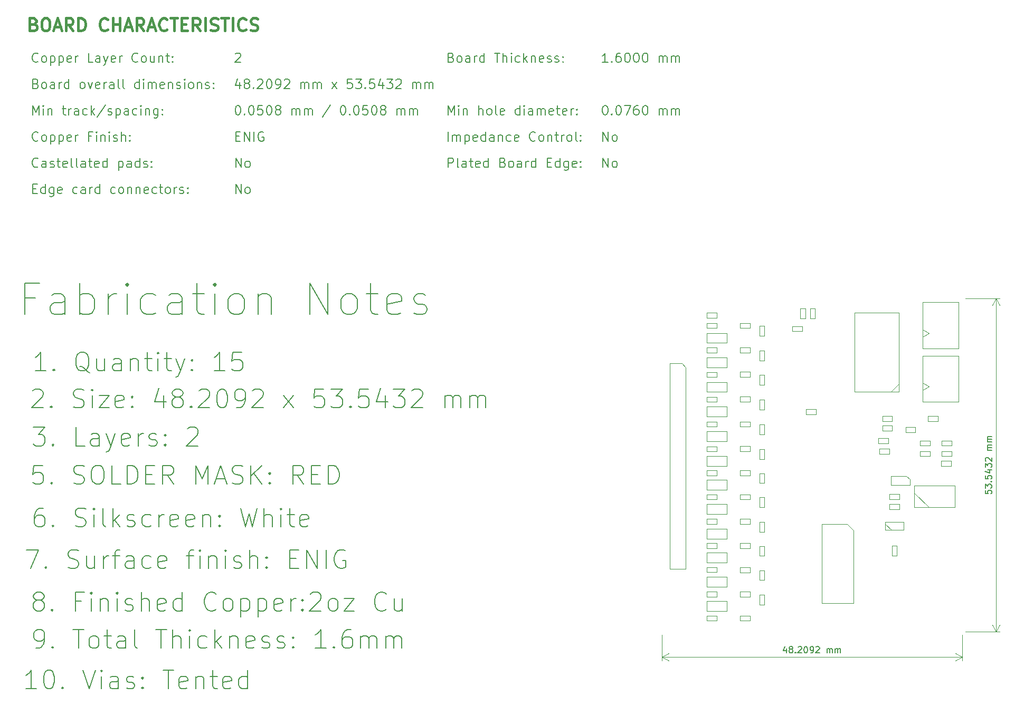
<source format=gbr>
%TF.GenerationSoftware,KiCad,Pcbnew,(6.0.11)*%
%TF.CreationDate,2023-07-31T18:46:06+10:00*%
%TF.ProjectId,LVBMS_A_Sample_R2,4c56424d-535f-4415-9f53-616d706c655f,1*%
%TF.SameCoordinates,Original*%
%TF.FileFunction,AssemblyDrawing,Top*%
%FSLAX46Y46*%
G04 Gerber Fmt 4.6, Leading zero omitted, Abs format (unit mm)*
G04 Created by KiCad (PCBNEW (6.0.11)) date 2023-07-31 18:46:06*
%MOMM*%
%LPD*%
G01*
G04 APERTURE LIST*
%ADD10C,0.200000*%
%ADD11C,0.400000*%
%ADD12C,0.150000*%
%ADD13C,0.100000*%
G04 APERTURE END LIST*
D10*
X115681285Y-44051571D02*
X115681285Y-42551571D01*
X116538428Y-44051571D01*
X116538428Y-42551571D01*
X117467000Y-44051571D02*
X117324143Y-43980142D01*
X117252714Y-43908714D01*
X117181285Y-43765857D01*
X117181285Y-43337285D01*
X117252714Y-43194428D01*
X117324143Y-43123000D01*
X117467000Y-43051571D01*
X117681285Y-43051571D01*
X117824143Y-43123000D01*
X117895571Y-43194428D01*
X117967000Y-43337285D01*
X117967000Y-43765857D01*
X117895571Y-43908714D01*
X117824143Y-43980142D01*
X117681285Y-44051571D01*
X117467000Y-44051571D01*
X115681285Y-39836571D02*
X115681285Y-38336571D01*
X116538428Y-39836571D01*
X116538428Y-38336571D01*
X117467000Y-39836571D02*
X117324143Y-39765142D01*
X117252714Y-39693714D01*
X117181285Y-39550857D01*
X117181285Y-39122285D01*
X117252714Y-38979428D01*
X117324143Y-38908000D01*
X117467000Y-38836571D01*
X117681285Y-38836571D01*
X117824143Y-38908000D01*
X117895571Y-38979428D01*
X117967000Y-39122285D01*
X117967000Y-39550857D01*
X117895571Y-39693714D01*
X117824143Y-39765142D01*
X117681285Y-39836571D01*
X117467000Y-39836571D01*
X116467000Y-27191571D02*
X115609857Y-27191571D01*
X116038428Y-27191571D02*
X116038428Y-25691571D01*
X115895571Y-25905857D01*
X115752714Y-26048714D01*
X115609857Y-26120142D01*
X117109857Y-27048714D02*
X117181285Y-27120142D01*
X117109857Y-27191571D01*
X117038428Y-27120142D01*
X117109857Y-27048714D01*
X117109857Y-27191571D01*
X118467000Y-25691571D02*
X118181285Y-25691571D01*
X118038428Y-25763000D01*
X117967000Y-25834428D01*
X117824143Y-26048714D01*
X117752714Y-26334428D01*
X117752714Y-26905857D01*
X117824143Y-27048714D01*
X117895571Y-27120142D01*
X118038428Y-27191571D01*
X118324143Y-27191571D01*
X118467000Y-27120142D01*
X118538428Y-27048714D01*
X118609857Y-26905857D01*
X118609857Y-26548714D01*
X118538428Y-26405857D01*
X118467000Y-26334428D01*
X118324143Y-26263000D01*
X118038428Y-26263000D01*
X117895571Y-26334428D01*
X117824143Y-26405857D01*
X117752714Y-26548714D01*
X119538428Y-25691571D02*
X119681285Y-25691571D01*
X119824143Y-25763000D01*
X119895571Y-25834428D01*
X119967000Y-25977285D01*
X120038428Y-26263000D01*
X120038428Y-26620142D01*
X119967000Y-26905857D01*
X119895571Y-27048714D01*
X119824143Y-27120142D01*
X119681285Y-27191571D01*
X119538428Y-27191571D01*
X119395571Y-27120142D01*
X119324143Y-27048714D01*
X119252714Y-26905857D01*
X119181285Y-26620142D01*
X119181285Y-26263000D01*
X119252714Y-25977285D01*
X119324143Y-25834428D01*
X119395571Y-25763000D01*
X119538428Y-25691571D01*
X120967000Y-25691571D02*
X121109857Y-25691571D01*
X121252714Y-25763000D01*
X121324143Y-25834428D01*
X121395571Y-25977285D01*
X121467000Y-26263000D01*
X121467000Y-26620142D01*
X121395571Y-26905857D01*
X121324143Y-27048714D01*
X121252714Y-27120142D01*
X121109857Y-27191571D01*
X120967000Y-27191571D01*
X120824143Y-27120142D01*
X120752714Y-27048714D01*
X120681285Y-26905857D01*
X120609857Y-26620142D01*
X120609857Y-26263000D01*
X120681285Y-25977285D01*
X120752714Y-25834428D01*
X120824143Y-25763000D01*
X120967000Y-25691571D01*
X122395571Y-25691571D02*
X122538428Y-25691571D01*
X122681285Y-25763000D01*
X122752714Y-25834428D01*
X122824143Y-25977285D01*
X122895571Y-26263000D01*
X122895571Y-26620142D01*
X122824143Y-26905857D01*
X122752714Y-27048714D01*
X122681285Y-27120142D01*
X122538428Y-27191571D01*
X122395571Y-27191571D01*
X122252714Y-27120142D01*
X122181285Y-27048714D01*
X122109857Y-26905857D01*
X122038428Y-26620142D01*
X122038428Y-26263000D01*
X122109857Y-25977285D01*
X122181285Y-25834428D01*
X122252714Y-25763000D01*
X122395571Y-25691571D01*
X124681285Y-27191571D02*
X124681285Y-26191571D01*
X124681285Y-26334428D02*
X124752714Y-26263000D01*
X124895571Y-26191571D01*
X125109857Y-26191571D01*
X125252714Y-26263000D01*
X125324143Y-26405857D01*
X125324143Y-27191571D01*
X125324143Y-26405857D02*
X125395571Y-26263000D01*
X125538428Y-26191571D01*
X125752714Y-26191571D01*
X125895571Y-26263000D01*
X125967000Y-26405857D01*
X125967000Y-27191571D01*
X126681285Y-27191571D02*
X126681285Y-26191571D01*
X126681285Y-26334428D02*
X126752714Y-26263000D01*
X126895571Y-26191571D01*
X127109857Y-26191571D01*
X127252714Y-26263000D01*
X127324143Y-26405857D01*
X127324143Y-27191571D01*
X127324143Y-26405857D02*
X127395571Y-26263000D01*
X127538428Y-26191571D01*
X127752714Y-26191571D01*
X127895571Y-26263000D01*
X127967000Y-26405857D01*
X127967000Y-27191571D01*
X90838428Y-44051571D02*
X90838428Y-42551571D01*
X91409857Y-42551571D01*
X91552714Y-42623000D01*
X91624143Y-42694428D01*
X91695571Y-42837285D01*
X91695571Y-43051571D01*
X91624143Y-43194428D01*
X91552714Y-43265857D01*
X91409857Y-43337285D01*
X90838428Y-43337285D01*
X92552714Y-44051571D02*
X92409857Y-43980142D01*
X92338428Y-43837285D01*
X92338428Y-42551571D01*
X93767000Y-44051571D02*
X93767000Y-43265857D01*
X93695571Y-43123000D01*
X93552714Y-43051571D01*
X93267000Y-43051571D01*
X93124143Y-43123000D01*
X93767000Y-43980142D02*
X93624143Y-44051571D01*
X93267000Y-44051571D01*
X93124143Y-43980142D01*
X93052714Y-43837285D01*
X93052714Y-43694428D01*
X93124143Y-43551571D01*
X93267000Y-43480142D01*
X93624143Y-43480142D01*
X93767000Y-43408714D01*
X94267000Y-43051571D02*
X94838428Y-43051571D01*
X94481286Y-42551571D02*
X94481286Y-43837285D01*
X94552714Y-43980142D01*
X94695571Y-44051571D01*
X94838428Y-44051571D01*
X95909857Y-43980142D02*
X95767000Y-44051571D01*
X95481286Y-44051571D01*
X95338428Y-43980142D01*
X95267000Y-43837285D01*
X95267000Y-43265857D01*
X95338428Y-43123000D01*
X95481286Y-43051571D01*
X95767000Y-43051571D01*
X95909857Y-43123000D01*
X95981286Y-43265857D01*
X95981286Y-43408714D01*
X95267000Y-43551571D01*
X97267000Y-44051571D02*
X97267000Y-42551571D01*
X97267000Y-43980142D02*
X97124143Y-44051571D01*
X96838428Y-44051571D01*
X96695571Y-43980142D01*
X96624143Y-43908714D01*
X96552714Y-43765857D01*
X96552714Y-43337285D01*
X96624143Y-43194428D01*
X96695571Y-43123000D01*
X96838428Y-43051571D01*
X97124143Y-43051571D01*
X97267000Y-43123000D01*
X99624143Y-43265857D02*
X99838428Y-43337285D01*
X99909857Y-43408714D01*
X99981286Y-43551571D01*
X99981286Y-43765857D01*
X99909857Y-43908714D01*
X99838428Y-43980142D01*
X99695571Y-44051571D01*
X99124143Y-44051571D01*
X99124143Y-42551571D01*
X99624143Y-42551571D01*
X99767000Y-42623000D01*
X99838428Y-42694428D01*
X99909857Y-42837285D01*
X99909857Y-42980142D01*
X99838428Y-43123000D01*
X99767000Y-43194428D01*
X99624143Y-43265857D01*
X99124143Y-43265857D01*
X100838428Y-44051571D02*
X100695571Y-43980142D01*
X100624143Y-43908714D01*
X100552714Y-43765857D01*
X100552714Y-43337285D01*
X100624143Y-43194428D01*
X100695571Y-43123000D01*
X100838428Y-43051571D01*
X101052714Y-43051571D01*
X101195571Y-43123000D01*
X101267000Y-43194428D01*
X101338428Y-43337285D01*
X101338428Y-43765857D01*
X101267000Y-43908714D01*
X101195571Y-43980142D01*
X101052714Y-44051571D01*
X100838428Y-44051571D01*
X102624143Y-44051571D02*
X102624143Y-43265857D01*
X102552714Y-43123000D01*
X102409857Y-43051571D01*
X102124143Y-43051571D01*
X101981286Y-43123000D01*
X102624143Y-43980142D02*
X102481286Y-44051571D01*
X102124143Y-44051571D01*
X101981286Y-43980142D01*
X101909857Y-43837285D01*
X101909857Y-43694428D01*
X101981286Y-43551571D01*
X102124143Y-43480142D01*
X102481286Y-43480142D01*
X102624143Y-43408714D01*
X103338428Y-44051571D02*
X103338428Y-43051571D01*
X103338428Y-43337285D02*
X103409857Y-43194428D01*
X103481286Y-43123000D01*
X103624143Y-43051571D01*
X103767000Y-43051571D01*
X104909857Y-44051571D02*
X104909857Y-42551571D01*
X104909857Y-43980142D02*
X104767000Y-44051571D01*
X104481286Y-44051571D01*
X104338428Y-43980142D01*
X104267000Y-43908714D01*
X104195571Y-43765857D01*
X104195571Y-43337285D01*
X104267000Y-43194428D01*
X104338428Y-43123000D01*
X104481286Y-43051571D01*
X104767000Y-43051571D01*
X104909857Y-43123000D01*
X106767000Y-43265857D02*
X107267000Y-43265857D01*
X107481286Y-44051571D02*
X106767000Y-44051571D01*
X106767000Y-42551571D01*
X107481286Y-42551571D01*
X108767000Y-44051571D02*
X108767000Y-42551571D01*
X108767000Y-43980142D02*
X108624143Y-44051571D01*
X108338428Y-44051571D01*
X108195571Y-43980142D01*
X108124143Y-43908714D01*
X108052714Y-43765857D01*
X108052714Y-43337285D01*
X108124143Y-43194428D01*
X108195571Y-43123000D01*
X108338428Y-43051571D01*
X108624143Y-43051571D01*
X108767000Y-43123000D01*
X110124143Y-43051571D02*
X110124143Y-44265857D01*
X110052714Y-44408714D01*
X109981286Y-44480142D01*
X109838428Y-44551571D01*
X109624143Y-44551571D01*
X109481286Y-44480142D01*
X110124143Y-43980142D02*
X109981286Y-44051571D01*
X109695571Y-44051571D01*
X109552714Y-43980142D01*
X109481286Y-43908714D01*
X109409857Y-43765857D01*
X109409857Y-43337285D01*
X109481286Y-43194428D01*
X109552714Y-43123000D01*
X109695571Y-43051571D01*
X109981286Y-43051571D01*
X110124143Y-43123000D01*
X111409857Y-43980142D02*
X111267000Y-44051571D01*
X110981286Y-44051571D01*
X110838428Y-43980142D01*
X110767000Y-43837285D01*
X110767000Y-43265857D01*
X110838428Y-43123000D01*
X110981286Y-43051571D01*
X111267000Y-43051571D01*
X111409857Y-43123000D01*
X111481286Y-43265857D01*
X111481286Y-43408714D01*
X110767000Y-43551571D01*
X112124143Y-43908714D02*
X112195571Y-43980142D01*
X112124143Y-44051571D01*
X112052714Y-43980142D01*
X112124143Y-43908714D01*
X112124143Y-44051571D01*
X112124143Y-43123000D02*
X112195571Y-43194428D01*
X112124143Y-43265857D01*
X112052714Y-43194428D01*
X112124143Y-43123000D01*
X112124143Y-43265857D01*
X90838428Y-39836571D02*
X90838428Y-38336571D01*
X91552714Y-39836571D02*
X91552714Y-38836571D01*
X91552714Y-38979428D02*
X91624143Y-38908000D01*
X91767000Y-38836571D01*
X91981286Y-38836571D01*
X92124143Y-38908000D01*
X92195571Y-39050857D01*
X92195571Y-39836571D01*
X92195571Y-39050857D02*
X92267000Y-38908000D01*
X92409857Y-38836571D01*
X92624143Y-38836571D01*
X92767000Y-38908000D01*
X92838428Y-39050857D01*
X92838428Y-39836571D01*
X93552714Y-38836571D02*
X93552714Y-40336571D01*
X93552714Y-38908000D02*
X93695571Y-38836571D01*
X93981286Y-38836571D01*
X94124143Y-38908000D01*
X94195571Y-38979428D01*
X94267000Y-39122285D01*
X94267000Y-39550857D01*
X94195571Y-39693714D01*
X94124143Y-39765142D01*
X93981286Y-39836571D01*
X93695571Y-39836571D01*
X93552714Y-39765142D01*
X95481286Y-39765142D02*
X95338428Y-39836571D01*
X95052714Y-39836571D01*
X94909857Y-39765142D01*
X94838428Y-39622285D01*
X94838428Y-39050857D01*
X94909857Y-38908000D01*
X95052714Y-38836571D01*
X95338428Y-38836571D01*
X95481286Y-38908000D01*
X95552714Y-39050857D01*
X95552714Y-39193714D01*
X94838428Y-39336571D01*
X96838428Y-39836571D02*
X96838428Y-38336571D01*
X96838428Y-39765142D02*
X96695571Y-39836571D01*
X96409857Y-39836571D01*
X96267000Y-39765142D01*
X96195571Y-39693714D01*
X96124143Y-39550857D01*
X96124143Y-39122285D01*
X96195571Y-38979428D01*
X96267000Y-38908000D01*
X96409857Y-38836571D01*
X96695571Y-38836571D01*
X96838428Y-38908000D01*
X98195571Y-39836571D02*
X98195571Y-39050857D01*
X98124143Y-38908000D01*
X97981286Y-38836571D01*
X97695571Y-38836571D01*
X97552714Y-38908000D01*
X98195571Y-39765142D02*
X98052714Y-39836571D01*
X97695571Y-39836571D01*
X97552714Y-39765142D01*
X97481286Y-39622285D01*
X97481286Y-39479428D01*
X97552714Y-39336571D01*
X97695571Y-39265142D01*
X98052714Y-39265142D01*
X98195571Y-39193714D01*
X98909857Y-38836571D02*
X98909857Y-39836571D01*
X98909857Y-38979428D02*
X98981286Y-38908000D01*
X99124143Y-38836571D01*
X99338428Y-38836571D01*
X99481286Y-38908000D01*
X99552714Y-39050857D01*
X99552714Y-39836571D01*
X100909857Y-39765142D02*
X100767000Y-39836571D01*
X100481286Y-39836571D01*
X100338428Y-39765142D01*
X100267000Y-39693714D01*
X100195571Y-39550857D01*
X100195571Y-39122285D01*
X100267000Y-38979428D01*
X100338428Y-38908000D01*
X100481286Y-38836571D01*
X100767000Y-38836571D01*
X100909857Y-38908000D01*
X102124143Y-39765142D02*
X101981286Y-39836571D01*
X101695571Y-39836571D01*
X101552714Y-39765142D01*
X101481286Y-39622285D01*
X101481286Y-39050857D01*
X101552714Y-38908000D01*
X101695571Y-38836571D01*
X101981286Y-38836571D01*
X102124143Y-38908000D01*
X102195571Y-39050857D01*
X102195571Y-39193714D01*
X101481286Y-39336571D01*
X104838428Y-39693714D02*
X104767000Y-39765142D01*
X104552714Y-39836571D01*
X104409857Y-39836571D01*
X104195571Y-39765142D01*
X104052714Y-39622285D01*
X103981286Y-39479428D01*
X103909857Y-39193714D01*
X103909857Y-38979428D01*
X103981286Y-38693714D01*
X104052714Y-38550857D01*
X104195571Y-38408000D01*
X104409857Y-38336571D01*
X104552714Y-38336571D01*
X104767000Y-38408000D01*
X104838428Y-38479428D01*
X105695571Y-39836571D02*
X105552714Y-39765142D01*
X105481286Y-39693714D01*
X105409857Y-39550857D01*
X105409857Y-39122285D01*
X105481286Y-38979428D01*
X105552714Y-38908000D01*
X105695571Y-38836571D01*
X105909857Y-38836571D01*
X106052714Y-38908000D01*
X106124143Y-38979428D01*
X106195571Y-39122285D01*
X106195571Y-39550857D01*
X106124143Y-39693714D01*
X106052714Y-39765142D01*
X105909857Y-39836571D01*
X105695571Y-39836571D01*
X106838428Y-38836571D02*
X106838428Y-39836571D01*
X106838428Y-38979428D02*
X106909857Y-38908000D01*
X107052714Y-38836571D01*
X107267000Y-38836571D01*
X107409857Y-38908000D01*
X107481286Y-39050857D01*
X107481286Y-39836571D01*
X107981286Y-38836571D02*
X108552714Y-38836571D01*
X108195571Y-38336571D02*
X108195571Y-39622285D01*
X108267000Y-39765142D01*
X108409857Y-39836571D01*
X108552714Y-39836571D01*
X109052714Y-39836571D02*
X109052714Y-38836571D01*
X109052714Y-39122285D02*
X109124143Y-38979428D01*
X109195571Y-38908000D01*
X109338428Y-38836571D01*
X109481286Y-38836571D01*
X110195571Y-39836571D02*
X110052714Y-39765142D01*
X109981286Y-39693714D01*
X109909857Y-39550857D01*
X109909857Y-39122285D01*
X109981286Y-38979428D01*
X110052714Y-38908000D01*
X110195571Y-38836571D01*
X110409857Y-38836571D01*
X110552714Y-38908000D01*
X110624143Y-38979428D01*
X110695571Y-39122285D01*
X110695571Y-39550857D01*
X110624143Y-39693714D01*
X110552714Y-39765142D01*
X110409857Y-39836571D01*
X110195571Y-39836571D01*
X111552714Y-39836571D02*
X111409857Y-39765142D01*
X111338428Y-39622285D01*
X111338428Y-38336571D01*
X112124143Y-39693714D02*
X112195571Y-39765142D01*
X112124143Y-39836571D01*
X112052714Y-39765142D01*
X112124143Y-39693714D01*
X112124143Y-39836571D01*
X112124143Y-38908000D02*
X112195571Y-38979428D01*
X112124143Y-39050857D01*
X112052714Y-38979428D01*
X112124143Y-38908000D01*
X112124143Y-39050857D01*
X90838428Y-35621571D02*
X90838428Y-34121571D01*
X91338428Y-35193000D01*
X91838428Y-34121571D01*
X91838428Y-35621571D01*
X92552714Y-35621571D02*
X92552714Y-34621571D01*
X92552714Y-34121571D02*
X92481286Y-34193000D01*
X92552714Y-34264428D01*
X92624143Y-34193000D01*
X92552714Y-34121571D01*
X92552714Y-34264428D01*
X93267000Y-34621571D02*
X93267000Y-35621571D01*
X93267000Y-34764428D02*
X93338428Y-34693000D01*
X93481286Y-34621571D01*
X93695571Y-34621571D01*
X93838428Y-34693000D01*
X93909857Y-34835857D01*
X93909857Y-35621571D01*
X95767000Y-35621571D02*
X95767000Y-34121571D01*
X96409857Y-35621571D02*
X96409857Y-34835857D01*
X96338428Y-34693000D01*
X96195571Y-34621571D01*
X95981286Y-34621571D01*
X95838428Y-34693000D01*
X95767000Y-34764428D01*
X97338428Y-35621571D02*
X97195571Y-35550142D01*
X97124143Y-35478714D01*
X97052714Y-35335857D01*
X97052714Y-34907285D01*
X97124143Y-34764428D01*
X97195571Y-34693000D01*
X97338428Y-34621571D01*
X97552714Y-34621571D01*
X97695571Y-34693000D01*
X97767000Y-34764428D01*
X97838428Y-34907285D01*
X97838428Y-35335857D01*
X97767000Y-35478714D01*
X97695571Y-35550142D01*
X97552714Y-35621571D01*
X97338428Y-35621571D01*
X98695571Y-35621571D02*
X98552714Y-35550142D01*
X98481286Y-35407285D01*
X98481286Y-34121571D01*
X99838428Y-35550142D02*
X99695571Y-35621571D01*
X99409857Y-35621571D01*
X99267000Y-35550142D01*
X99195571Y-35407285D01*
X99195571Y-34835857D01*
X99267000Y-34693000D01*
X99409857Y-34621571D01*
X99695571Y-34621571D01*
X99838428Y-34693000D01*
X99909857Y-34835857D01*
X99909857Y-34978714D01*
X99195571Y-35121571D01*
X102338428Y-35621571D02*
X102338428Y-34121571D01*
X102338428Y-35550142D02*
X102195571Y-35621571D01*
X101909857Y-35621571D01*
X101767000Y-35550142D01*
X101695571Y-35478714D01*
X101624143Y-35335857D01*
X101624143Y-34907285D01*
X101695571Y-34764428D01*
X101767000Y-34693000D01*
X101909857Y-34621571D01*
X102195571Y-34621571D01*
X102338428Y-34693000D01*
X103052714Y-35621571D02*
X103052714Y-34621571D01*
X103052714Y-34121571D02*
X102981286Y-34193000D01*
X103052714Y-34264428D01*
X103124143Y-34193000D01*
X103052714Y-34121571D01*
X103052714Y-34264428D01*
X104409857Y-35621571D02*
X104409857Y-34835857D01*
X104338428Y-34693000D01*
X104195571Y-34621571D01*
X103909857Y-34621571D01*
X103767000Y-34693000D01*
X104409857Y-35550142D02*
X104267000Y-35621571D01*
X103909857Y-35621571D01*
X103767000Y-35550142D01*
X103695571Y-35407285D01*
X103695571Y-35264428D01*
X103767000Y-35121571D01*
X103909857Y-35050142D01*
X104267000Y-35050142D01*
X104409857Y-34978714D01*
X105124143Y-35621571D02*
X105124143Y-34621571D01*
X105124143Y-34764428D02*
X105195571Y-34693000D01*
X105338428Y-34621571D01*
X105552714Y-34621571D01*
X105695571Y-34693000D01*
X105767000Y-34835857D01*
X105767000Y-35621571D01*
X105767000Y-34835857D02*
X105838428Y-34693000D01*
X105981286Y-34621571D01*
X106195571Y-34621571D01*
X106338428Y-34693000D01*
X106409857Y-34835857D01*
X106409857Y-35621571D01*
X107695571Y-35550142D02*
X107552714Y-35621571D01*
X107267000Y-35621571D01*
X107124143Y-35550142D01*
X107052714Y-35407285D01*
X107052714Y-34835857D01*
X107124143Y-34693000D01*
X107267000Y-34621571D01*
X107552714Y-34621571D01*
X107695571Y-34693000D01*
X107767000Y-34835857D01*
X107767000Y-34978714D01*
X107052714Y-35121571D01*
X108195571Y-34621571D02*
X108767000Y-34621571D01*
X108409857Y-34121571D02*
X108409857Y-35407285D01*
X108481286Y-35550142D01*
X108624143Y-35621571D01*
X108767000Y-35621571D01*
X109838428Y-35550142D02*
X109695571Y-35621571D01*
X109409857Y-35621571D01*
X109267000Y-35550142D01*
X109195571Y-35407285D01*
X109195571Y-34835857D01*
X109267000Y-34693000D01*
X109409857Y-34621571D01*
X109695571Y-34621571D01*
X109838428Y-34693000D01*
X109909857Y-34835857D01*
X109909857Y-34978714D01*
X109195571Y-35121571D01*
X110552714Y-35621571D02*
X110552714Y-34621571D01*
X110552714Y-34907285D02*
X110624143Y-34764428D01*
X110695571Y-34693000D01*
X110838428Y-34621571D01*
X110981286Y-34621571D01*
X111481286Y-35478714D02*
X111552714Y-35550142D01*
X111481286Y-35621571D01*
X111409857Y-35550142D01*
X111481286Y-35478714D01*
X111481286Y-35621571D01*
X111481286Y-34693000D02*
X111552714Y-34764428D01*
X111481286Y-34835857D01*
X111409857Y-34764428D01*
X111481286Y-34693000D01*
X111481286Y-34835857D01*
X91338428Y-26405857D02*
X91552714Y-26477285D01*
X91624143Y-26548714D01*
X91695571Y-26691571D01*
X91695571Y-26905857D01*
X91624143Y-27048714D01*
X91552714Y-27120142D01*
X91409857Y-27191571D01*
X90838428Y-27191571D01*
X90838428Y-25691571D01*
X91338428Y-25691571D01*
X91481286Y-25763000D01*
X91552714Y-25834428D01*
X91624143Y-25977285D01*
X91624143Y-26120142D01*
X91552714Y-26263000D01*
X91481286Y-26334428D01*
X91338428Y-26405857D01*
X90838428Y-26405857D01*
X92552714Y-27191571D02*
X92409857Y-27120142D01*
X92338428Y-27048714D01*
X92267000Y-26905857D01*
X92267000Y-26477285D01*
X92338428Y-26334428D01*
X92409857Y-26263000D01*
X92552714Y-26191571D01*
X92767000Y-26191571D01*
X92909857Y-26263000D01*
X92981286Y-26334428D01*
X93052714Y-26477285D01*
X93052714Y-26905857D01*
X92981286Y-27048714D01*
X92909857Y-27120142D01*
X92767000Y-27191571D01*
X92552714Y-27191571D01*
X94338428Y-27191571D02*
X94338428Y-26405857D01*
X94267000Y-26263000D01*
X94124143Y-26191571D01*
X93838428Y-26191571D01*
X93695571Y-26263000D01*
X94338428Y-27120142D02*
X94195571Y-27191571D01*
X93838428Y-27191571D01*
X93695571Y-27120142D01*
X93624143Y-26977285D01*
X93624143Y-26834428D01*
X93695571Y-26691571D01*
X93838428Y-26620142D01*
X94195571Y-26620142D01*
X94338428Y-26548714D01*
X95052714Y-27191571D02*
X95052714Y-26191571D01*
X95052714Y-26477285D02*
X95124143Y-26334428D01*
X95195571Y-26263000D01*
X95338428Y-26191571D01*
X95481286Y-26191571D01*
X96624143Y-27191571D02*
X96624143Y-25691571D01*
X96624143Y-27120142D02*
X96481286Y-27191571D01*
X96195571Y-27191571D01*
X96052714Y-27120142D01*
X95981286Y-27048714D01*
X95909857Y-26905857D01*
X95909857Y-26477285D01*
X95981286Y-26334428D01*
X96052714Y-26263000D01*
X96195571Y-26191571D01*
X96481286Y-26191571D01*
X96624143Y-26263000D01*
X98267000Y-25691571D02*
X99124143Y-25691571D01*
X98695571Y-27191571D02*
X98695571Y-25691571D01*
X99624143Y-27191571D02*
X99624143Y-25691571D01*
X100267000Y-27191571D02*
X100267000Y-26405857D01*
X100195571Y-26263000D01*
X100052714Y-26191571D01*
X99838428Y-26191571D01*
X99695571Y-26263000D01*
X99624143Y-26334428D01*
X100981286Y-27191571D02*
X100981286Y-26191571D01*
X100981286Y-25691571D02*
X100909857Y-25763000D01*
X100981286Y-25834428D01*
X101052714Y-25763000D01*
X100981286Y-25691571D01*
X100981286Y-25834428D01*
X102338428Y-27120142D02*
X102195571Y-27191571D01*
X101909857Y-27191571D01*
X101767000Y-27120142D01*
X101695571Y-27048714D01*
X101624143Y-26905857D01*
X101624143Y-26477285D01*
X101695571Y-26334428D01*
X101767000Y-26263000D01*
X101909857Y-26191571D01*
X102195571Y-26191571D01*
X102338428Y-26263000D01*
X102981286Y-27191571D02*
X102981286Y-25691571D01*
X103124143Y-26620142D02*
X103552714Y-27191571D01*
X103552714Y-26191571D02*
X102981286Y-26763000D01*
X104195571Y-26191571D02*
X104195571Y-27191571D01*
X104195571Y-26334428D02*
X104267000Y-26263000D01*
X104409857Y-26191571D01*
X104624143Y-26191571D01*
X104767000Y-26263000D01*
X104838428Y-26405857D01*
X104838428Y-27191571D01*
X106124143Y-27120142D02*
X105981286Y-27191571D01*
X105695571Y-27191571D01*
X105552714Y-27120142D01*
X105481286Y-26977285D01*
X105481286Y-26405857D01*
X105552714Y-26263000D01*
X105695571Y-26191571D01*
X105981286Y-26191571D01*
X106124143Y-26263000D01*
X106195571Y-26405857D01*
X106195571Y-26548714D01*
X105481286Y-26691571D01*
X106767000Y-27120142D02*
X106909857Y-27191571D01*
X107195571Y-27191571D01*
X107338428Y-27120142D01*
X107409857Y-26977285D01*
X107409857Y-26905857D01*
X107338428Y-26763000D01*
X107195571Y-26691571D01*
X106981286Y-26691571D01*
X106838428Y-26620142D01*
X106767000Y-26477285D01*
X106767000Y-26405857D01*
X106838428Y-26263000D01*
X106981286Y-26191571D01*
X107195571Y-26191571D01*
X107338428Y-26263000D01*
X107981286Y-27120142D02*
X108124143Y-27191571D01*
X108409857Y-27191571D01*
X108552714Y-27120142D01*
X108624143Y-26977285D01*
X108624143Y-26905857D01*
X108552714Y-26763000D01*
X108409857Y-26691571D01*
X108195571Y-26691571D01*
X108052714Y-26620142D01*
X107981286Y-26477285D01*
X107981286Y-26405857D01*
X108052714Y-26263000D01*
X108195571Y-26191571D01*
X108409857Y-26191571D01*
X108552714Y-26263000D01*
X109267000Y-27048714D02*
X109338428Y-27120142D01*
X109267000Y-27191571D01*
X109195571Y-27120142D01*
X109267000Y-27048714D01*
X109267000Y-27191571D01*
X109267000Y-26263000D02*
X109338428Y-26334428D01*
X109267000Y-26405857D01*
X109195571Y-26334428D01*
X109267000Y-26263000D01*
X109267000Y-26405857D01*
X56781285Y-48266571D02*
X56781285Y-46766571D01*
X57638428Y-48266571D01*
X57638428Y-46766571D01*
X58567000Y-48266571D02*
X58424143Y-48195142D01*
X58352714Y-48123714D01*
X58281285Y-47980857D01*
X58281285Y-47552285D01*
X58352714Y-47409428D01*
X58424143Y-47338000D01*
X58567000Y-47266571D01*
X58781285Y-47266571D01*
X58924143Y-47338000D01*
X58995571Y-47409428D01*
X59067000Y-47552285D01*
X59067000Y-47980857D01*
X58995571Y-48123714D01*
X58924143Y-48195142D01*
X58781285Y-48266571D01*
X58567000Y-48266571D01*
X56781285Y-44051571D02*
X56781285Y-42551571D01*
X57638428Y-44051571D01*
X57638428Y-42551571D01*
X58567000Y-44051571D02*
X58424143Y-43980142D01*
X58352714Y-43908714D01*
X58281285Y-43765857D01*
X58281285Y-43337285D01*
X58352714Y-43194428D01*
X58424143Y-43123000D01*
X58567000Y-43051571D01*
X58781285Y-43051571D01*
X58924143Y-43123000D01*
X58995571Y-43194428D01*
X59067000Y-43337285D01*
X59067000Y-43765857D01*
X58995571Y-43908714D01*
X58924143Y-43980142D01*
X58781285Y-44051571D01*
X58567000Y-44051571D01*
X56781285Y-39050857D02*
X57281285Y-39050857D01*
X57495571Y-39836571D02*
X56781285Y-39836571D01*
X56781285Y-38336571D01*
X57495571Y-38336571D01*
X58138428Y-39836571D02*
X58138428Y-38336571D01*
X58995571Y-39836571D01*
X58995571Y-38336571D01*
X59709857Y-39836571D02*
X59709857Y-38336571D01*
X61209857Y-38408000D02*
X61067000Y-38336571D01*
X60852714Y-38336571D01*
X60638428Y-38408000D01*
X60495571Y-38550857D01*
X60424143Y-38693714D01*
X60352714Y-38979428D01*
X60352714Y-39193714D01*
X60424143Y-39479428D01*
X60495571Y-39622285D01*
X60638428Y-39765142D01*
X60852714Y-39836571D01*
X60995571Y-39836571D01*
X61209857Y-39765142D01*
X61281285Y-39693714D01*
X61281285Y-39193714D01*
X60995571Y-39193714D01*
X57067000Y-34121571D02*
X57209857Y-34121571D01*
X57352714Y-34193000D01*
X57424143Y-34264428D01*
X57495571Y-34407285D01*
X57567000Y-34693000D01*
X57567000Y-35050142D01*
X57495571Y-35335857D01*
X57424143Y-35478714D01*
X57352714Y-35550142D01*
X57209857Y-35621571D01*
X57067000Y-35621571D01*
X56924143Y-35550142D01*
X56852714Y-35478714D01*
X56781285Y-35335857D01*
X56709857Y-35050142D01*
X56709857Y-34693000D01*
X56781285Y-34407285D01*
X56852714Y-34264428D01*
X56924143Y-34193000D01*
X57067000Y-34121571D01*
X58209857Y-35478714D02*
X58281285Y-35550142D01*
X58209857Y-35621571D01*
X58138428Y-35550142D01*
X58209857Y-35478714D01*
X58209857Y-35621571D01*
X59209857Y-34121571D02*
X59352714Y-34121571D01*
X59495571Y-34193000D01*
X59567000Y-34264428D01*
X59638428Y-34407285D01*
X59709857Y-34693000D01*
X59709857Y-35050142D01*
X59638428Y-35335857D01*
X59567000Y-35478714D01*
X59495571Y-35550142D01*
X59352714Y-35621571D01*
X59209857Y-35621571D01*
X59067000Y-35550142D01*
X58995571Y-35478714D01*
X58924143Y-35335857D01*
X58852714Y-35050142D01*
X58852714Y-34693000D01*
X58924143Y-34407285D01*
X58995571Y-34264428D01*
X59067000Y-34193000D01*
X59209857Y-34121571D01*
X61067000Y-34121571D02*
X60352714Y-34121571D01*
X60281285Y-34835857D01*
X60352714Y-34764428D01*
X60495571Y-34693000D01*
X60852714Y-34693000D01*
X60995571Y-34764428D01*
X61067000Y-34835857D01*
X61138428Y-34978714D01*
X61138428Y-35335857D01*
X61067000Y-35478714D01*
X60995571Y-35550142D01*
X60852714Y-35621571D01*
X60495571Y-35621571D01*
X60352714Y-35550142D01*
X60281285Y-35478714D01*
X62067000Y-34121571D02*
X62209857Y-34121571D01*
X62352714Y-34193000D01*
X62424143Y-34264428D01*
X62495571Y-34407285D01*
X62567000Y-34693000D01*
X62567000Y-35050142D01*
X62495571Y-35335857D01*
X62424143Y-35478714D01*
X62352714Y-35550142D01*
X62209857Y-35621571D01*
X62067000Y-35621571D01*
X61924143Y-35550142D01*
X61852714Y-35478714D01*
X61781285Y-35335857D01*
X61709857Y-35050142D01*
X61709857Y-34693000D01*
X61781285Y-34407285D01*
X61852714Y-34264428D01*
X61924143Y-34193000D01*
X62067000Y-34121571D01*
X63424143Y-34764428D02*
X63281285Y-34693000D01*
X63209857Y-34621571D01*
X63138428Y-34478714D01*
X63138428Y-34407285D01*
X63209857Y-34264428D01*
X63281285Y-34193000D01*
X63424143Y-34121571D01*
X63709857Y-34121571D01*
X63852714Y-34193000D01*
X63924143Y-34264428D01*
X63995571Y-34407285D01*
X63995571Y-34478714D01*
X63924143Y-34621571D01*
X63852714Y-34693000D01*
X63709857Y-34764428D01*
X63424143Y-34764428D01*
X63281285Y-34835857D01*
X63209857Y-34907285D01*
X63138428Y-35050142D01*
X63138428Y-35335857D01*
X63209857Y-35478714D01*
X63281285Y-35550142D01*
X63424143Y-35621571D01*
X63709857Y-35621571D01*
X63852714Y-35550142D01*
X63924143Y-35478714D01*
X63995571Y-35335857D01*
X63995571Y-35050142D01*
X63924143Y-34907285D01*
X63852714Y-34835857D01*
X63709857Y-34764428D01*
X65781285Y-35621571D02*
X65781285Y-34621571D01*
X65781285Y-34764428D02*
X65852714Y-34693000D01*
X65995571Y-34621571D01*
X66209857Y-34621571D01*
X66352714Y-34693000D01*
X66424143Y-34835857D01*
X66424143Y-35621571D01*
X66424143Y-34835857D02*
X66495571Y-34693000D01*
X66638428Y-34621571D01*
X66852714Y-34621571D01*
X66995571Y-34693000D01*
X67067000Y-34835857D01*
X67067000Y-35621571D01*
X67781285Y-35621571D02*
X67781285Y-34621571D01*
X67781285Y-34764428D02*
X67852714Y-34693000D01*
X67995571Y-34621571D01*
X68209857Y-34621571D01*
X68352714Y-34693000D01*
X68424143Y-34835857D01*
X68424143Y-35621571D01*
X68424143Y-34835857D02*
X68495571Y-34693000D01*
X68638428Y-34621571D01*
X68852714Y-34621571D01*
X68995571Y-34693000D01*
X69067000Y-34835857D01*
X69067000Y-35621571D01*
X71995571Y-34050142D02*
X70709857Y-35978714D01*
X73924143Y-34121571D02*
X74067000Y-34121571D01*
X74209857Y-34193000D01*
X74281285Y-34264428D01*
X74352714Y-34407285D01*
X74424143Y-34693000D01*
X74424143Y-35050142D01*
X74352714Y-35335857D01*
X74281285Y-35478714D01*
X74209857Y-35550142D01*
X74067000Y-35621571D01*
X73924143Y-35621571D01*
X73781285Y-35550142D01*
X73709857Y-35478714D01*
X73638428Y-35335857D01*
X73567000Y-35050142D01*
X73567000Y-34693000D01*
X73638428Y-34407285D01*
X73709857Y-34264428D01*
X73781285Y-34193000D01*
X73924143Y-34121571D01*
X75067000Y-35478714D02*
X75138428Y-35550142D01*
X75067000Y-35621571D01*
X74995571Y-35550142D01*
X75067000Y-35478714D01*
X75067000Y-35621571D01*
X76067000Y-34121571D02*
X76209857Y-34121571D01*
X76352714Y-34193000D01*
X76424143Y-34264428D01*
X76495571Y-34407285D01*
X76567000Y-34693000D01*
X76567000Y-35050142D01*
X76495571Y-35335857D01*
X76424143Y-35478714D01*
X76352714Y-35550142D01*
X76209857Y-35621571D01*
X76067000Y-35621571D01*
X75924143Y-35550142D01*
X75852714Y-35478714D01*
X75781285Y-35335857D01*
X75709857Y-35050142D01*
X75709857Y-34693000D01*
X75781285Y-34407285D01*
X75852714Y-34264428D01*
X75924143Y-34193000D01*
X76067000Y-34121571D01*
X77924143Y-34121571D02*
X77209857Y-34121571D01*
X77138428Y-34835857D01*
X77209857Y-34764428D01*
X77352714Y-34693000D01*
X77709857Y-34693000D01*
X77852714Y-34764428D01*
X77924143Y-34835857D01*
X77995571Y-34978714D01*
X77995571Y-35335857D01*
X77924143Y-35478714D01*
X77852714Y-35550142D01*
X77709857Y-35621571D01*
X77352714Y-35621571D01*
X77209857Y-35550142D01*
X77138428Y-35478714D01*
X78924143Y-34121571D02*
X79067000Y-34121571D01*
X79209857Y-34193000D01*
X79281285Y-34264428D01*
X79352714Y-34407285D01*
X79424143Y-34693000D01*
X79424143Y-35050142D01*
X79352714Y-35335857D01*
X79281285Y-35478714D01*
X79209857Y-35550142D01*
X79067000Y-35621571D01*
X78924143Y-35621571D01*
X78781285Y-35550142D01*
X78709857Y-35478714D01*
X78638428Y-35335857D01*
X78567000Y-35050142D01*
X78567000Y-34693000D01*
X78638428Y-34407285D01*
X78709857Y-34264428D01*
X78781285Y-34193000D01*
X78924143Y-34121571D01*
X80281285Y-34764428D02*
X80138428Y-34693000D01*
X80067000Y-34621571D01*
X79995571Y-34478714D01*
X79995571Y-34407285D01*
X80067000Y-34264428D01*
X80138428Y-34193000D01*
X80281285Y-34121571D01*
X80567000Y-34121571D01*
X80709857Y-34193000D01*
X80781285Y-34264428D01*
X80852714Y-34407285D01*
X80852714Y-34478714D01*
X80781285Y-34621571D01*
X80709857Y-34693000D01*
X80567000Y-34764428D01*
X80281285Y-34764428D01*
X80138428Y-34835857D01*
X80067000Y-34907285D01*
X79995571Y-35050142D01*
X79995571Y-35335857D01*
X80067000Y-35478714D01*
X80138428Y-35550142D01*
X80281285Y-35621571D01*
X80567000Y-35621571D01*
X80709857Y-35550142D01*
X80781285Y-35478714D01*
X80852714Y-35335857D01*
X80852714Y-35050142D01*
X80781285Y-34907285D01*
X80709857Y-34835857D01*
X80567000Y-34764428D01*
X82638428Y-35621571D02*
X82638428Y-34621571D01*
X82638428Y-34764428D02*
X82709857Y-34693000D01*
X82852714Y-34621571D01*
X83067000Y-34621571D01*
X83209857Y-34693000D01*
X83281285Y-34835857D01*
X83281285Y-35621571D01*
X83281285Y-34835857D02*
X83352714Y-34693000D01*
X83495571Y-34621571D01*
X83709857Y-34621571D01*
X83852714Y-34693000D01*
X83924143Y-34835857D01*
X83924143Y-35621571D01*
X84638428Y-35621571D02*
X84638428Y-34621571D01*
X84638428Y-34764428D02*
X84709857Y-34693000D01*
X84852714Y-34621571D01*
X85067000Y-34621571D01*
X85209857Y-34693000D01*
X85281285Y-34835857D01*
X85281285Y-35621571D01*
X85281285Y-34835857D02*
X85352714Y-34693000D01*
X85495571Y-34621571D01*
X85709857Y-34621571D01*
X85852714Y-34693000D01*
X85924143Y-34835857D01*
X85924143Y-35621571D01*
X57424143Y-30406571D02*
X57424143Y-31406571D01*
X57067000Y-29835142D02*
X56709857Y-30906571D01*
X57638428Y-30906571D01*
X58424143Y-30549428D02*
X58281285Y-30478000D01*
X58209857Y-30406571D01*
X58138428Y-30263714D01*
X58138428Y-30192285D01*
X58209857Y-30049428D01*
X58281285Y-29978000D01*
X58424143Y-29906571D01*
X58709857Y-29906571D01*
X58852714Y-29978000D01*
X58924143Y-30049428D01*
X58995571Y-30192285D01*
X58995571Y-30263714D01*
X58924143Y-30406571D01*
X58852714Y-30478000D01*
X58709857Y-30549428D01*
X58424143Y-30549428D01*
X58281285Y-30620857D01*
X58209857Y-30692285D01*
X58138428Y-30835142D01*
X58138428Y-31120857D01*
X58209857Y-31263714D01*
X58281285Y-31335142D01*
X58424143Y-31406571D01*
X58709857Y-31406571D01*
X58852714Y-31335142D01*
X58924143Y-31263714D01*
X58995571Y-31120857D01*
X58995571Y-30835142D01*
X58924143Y-30692285D01*
X58852714Y-30620857D01*
X58709857Y-30549428D01*
X59638428Y-31263714D02*
X59709857Y-31335142D01*
X59638428Y-31406571D01*
X59567000Y-31335142D01*
X59638428Y-31263714D01*
X59638428Y-31406571D01*
X60281285Y-30049428D02*
X60352714Y-29978000D01*
X60495571Y-29906571D01*
X60852714Y-29906571D01*
X60995571Y-29978000D01*
X61067000Y-30049428D01*
X61138428Y-30192285D01*
X61138428Y-30335142D01*
X61067000Y-30549428D01*
X60209857Y-31406571D01*
X61138428Y-31406571D01*
X62067000Y-29906571D02*
X62209857Y-29906571D01*
X62352714Y-29978000D01*
X62424143Y-30049428D01*
X62495571Y-30192285D01*
X62567000Y-30478000D01*
X62567000Y-30835142D01*
X62495571Y-31120857D01*
X62424143Y-31263714D01*
X62352714Y-31335142D01*
X62209857Y-31406571D01*
X62067000Y-31406571D01*
X61924143Y-31335142D01*
X61852714Y-31263714D01*
X61781285Y-31120857D01*
X61709857Y-30835142D01*
X61709857Y-30478000D01*
X61781285Y-30192285D01*
X61852714Y-30049428D01*
X61924143Y-29978000D01*
X62067000Y-29906571D01*
X63281285Y-31406571D02*
X63567000Y-31406571D01*
X63709857Y-31335142D01*
X63781285Y-31263714D01*
X63924143Y-31049428D01*
X63995571Y-30763714D01*
X63995571Y-30192285D01*
X63924143Y-30049428D01*
X63852714Y-29978000D01*
X63709857Y-29906571D01*
X63424143Y-29906571D01*
X63281285Y-29978000D01*
X63209857Y-30049428D01*
X63138428Y-30192285D01*
X63138428Y-30549428D01*
X63209857Y-30692285D01*
X63281285Y-30763714D01*
X63424143Y-30835142D01*
X63709857Y-30835142D01*
X63852714Y-30763714D01*
X63924143Y-30692285D01*
X63995571Y-30549428D01*
X64567000Y-30049428D02*
X64638428Y-29978000D01*
X64781285Y-29906571D01*
X65138428Y-29906571D01*
X65281285Y-29978000D01*
X65352714Y-30049428D01*
X65424143Y-30192285D01*
X65424143Y-30335142D01*
X65352714Y-30549428D01*
X64495571Y-31406571D01*
X65424143Y-31406571D01*
X67209857Y-31406571D02*
X67209857Y-30406571D01*
X67209857Y-30549428D02*
X67281285Y-30478000D01*
X67424143Y-30406571D01*
X67638428Y-30406571D01*
X67781285Y-30478000D01*
X67852714Y-30620857D01*
X67852714Y-31406571D01*
X67852714Y-30620857D02*
X67924143Y-30478000D01*
X68067000Y-30406571D01*
X68281285Y-30406571D01*
X68424143Y-30478000D01*
X68495571Y-30620857D01*
X68495571Y-31406571D01*
X69209857Y-31406571D02*
X69209857Y-30406571D01*
X69209857Y-30549428D02*
X69281285Y-30478000D01*
X69424143Y-30406571D01*
X69638428Y-30406571D01*
X69781285Y-30478000D01*
X69852714Y-30620857D01*
X69852714Y-31406571D01*
X69852714Y-30620857D02*
X69924143Y-30478000D01*
X70067000Y-30406571D01*
X70281285Y-30406571D01*
X70424143Y-30478000D01*
X70495571Y-30620857D01*
X70495571Y-31406571D01*
X72209857Y-31406571D02*
X72995571Y-30406571D01*
X72209857Y-30406571D02*
X72995571Y-31406571D01*
X75424143Y-29906571D02*
X74709857Y-29906571D01*
X74638428Y-30620857D01*
X74709857Y-30549428D01*
X74852714Y-30478000D01*
X75209857Y-30478000D01*
X75352714Y-30549428D01*
X75424143Y-30620857D01*
X75495571Y-30763714D01*
X75495571Y-31120857D01*
X75424143Y-31263714D01*
X75352714Y-31335142D01*
X75209857Y-31406571D01*
X74852714Y-31406571D01*
X74709857Y-31335142D01*
X74638428Y-31263714D01*
X75995571Y-29906571D02*
X76924143Y-29906571D01*
X76424143Y-30478000D01*
X76638428Y-30478000D01*
X76781285Y-30549428D01*
X76852714Y-30620857D01*
X76924143Y-30763714D01*
X76924143Y-31120857D01*
X76852714Y-31263714D01*
X76781285Y-31335142D01*
X76638428Y-31406571D01*
X76209857Y-31406571D01*
X76067000Y-31335142D01*
X75995571Y-31263714D01*
X77567000Y-31263714D02*
X77638428Y-31335142D01*
X77567000Y-31406571D01*
X77495571Y-31335142D01*
X77567000Y-31263714D01*
X77567000Y-31406571D01*
X78995571Y-29906571D02*
X78281285Y-29906571D01*
X78209857Y-30620857D01*
X78281285Y-30549428D01*
X78424143Y-30478000D01*
X78781285Y-30478000D01*
X78924143Y-30549428D01*
X78995571Y-30620857D01*
X79067000Y-30763714D01*
X79067000Y-31120857D01*
X78995571Y-31263714D01*
X78924143Y-31335142D01*
X78781285Y-31406571D01*
X78424143Y-31406571D01*
X78281285Y-31335142D01*
X78209857Y-31263714D01*
X80352714Y-30406571D02*
X80352714Y-31406571D01*
X79995571Y-29835142D02*
X79638428Y-30906571D01*
X80567000Y-30906571D01*
X80995571Y-29906571D02*
X81924143Y-29906571D01*
X81424143Y-30478000D01*
X81638428Y-30478000D01*
X81781285Y-30549428D01*
X81852714Y-30620857D01*
X81924143Y-30763714D01*
X81924143Y-31120857D01*
X81852714Y-31263714D01*
X81781285Y-31335142D01*
X81638428Y-31406571D01*
X81209857Y-31406571D01*
X81067000Y-31335142D01*
X80995571Y-31263714D01*
X82495571Y-30049428D02*
X82567000Y-29978000D01*
X82709857Y-29906571D01*
X83067000Y-29906571D01*
X83209857Y-29978000D01*
X83281285Y-30049428D01*
X83352714Y-30192285D01*
X83352714Y-30335142D01*
X83281285Y-30549428D01*
X82424143Y-31406571D01*
X83352714Y-31406571D01*
X85138428Y-31406571D02*
X85138428Y-30406571D01*
X85138428Y-30549428D02*
X85209857Y-30478000D01*
X85352714Y-30406571D01*
X85567000Y-30406571D01*
X85709857Y-30478000D01*
X85781285Y-30620857D01*
X85781285Y-31406571D01*
X85781285Y-30620857D02*
X85852714Y-30478000D01*
X85995571Y-30406571D01*
X86209857Y-30406571D01*
X86352714Y-30478000D01*
X86424143Y-30620857D01*
X86424143Y-31406571D01*
X87138428Y-31406571D02*
X87138428Y-30406571D01*
X87138428Y-30549428D02*
X87209857Y-30478000D01*
X87352714Y-30406571D01*
X87567000Y-30406571D01*
X87709857Y-30478000D01*
X87781285Y-30620857D01*
X87781285Y-31406571D01*
X87781285Y-30620857D02*
X87852714Y-30478000D01*
X87995571Y-30406571D01*
X88209857Y-30406571D01*
X88352714Y-30478000D01*
X88424143Y-30620857D01*
X88424143Y-31406571D01*
X56709857Y-25834428D02*
X56781285Y-25763000D01*
X56924143Y-25691571D01*
X57281285Y-25691571D01*
X57424143Y-25763000D01*
X57495571Y-25834428D01*
X57567000Y-25977285D01*
X57567000Y-26120142D01*
X57495571Y-26334428D01*
X56638428Y-27191571D01*
X57567000Y-27191571D01*
X24224142Y-47480857D02*
X24724142Y-47480857D01*
X24938428Y-48266571D02*
X24224142Y-48266571D01*
X24224142Y-46766571D01*
X24938428Y-46766571D01*
X26224142Y-48266571D02*
X26224142Y-46766571D01*
X26224142Y-48195142D02*
X26081285Y-48266571D01*
X25795571Y-48266571D01*
X25652714Y-48195142D01*
X25581285Y-48123714D01*
X25509857Y-47980857D01*
X25509857Y-47552285D01*
X25581285Y-47409428D01*
X25652714Y-47338000D01*
X25795571Y-47266571D01*
X26081285Y-47266571D01*
X26224142Y-47338000D01*
X27581285Y-47266571D02*
X27581285Y-48480857D01*
X27509857Y-48623714D01*
X27438428Y-48695142D01*
X27295571Y-48766571D01*
X27081285Y-48766571D01*
X26938428Y-48695142D01*
X27581285Y-48195142D02*
X27438428Y-48266571D01*
X27152714Y-48266571D01*
X27009857Y-48195142D01*
X26938428Y-48123714D01*
X26867000Y-47980857D01*
X26867000Y-47552285D01*
X26938428Y-47409428D01*
X27009857Y-47338000D01*
X27152714Y-47266571D01*
X27438428Y-47266571D01*
X27581285Y-47338000D01*
X28867000Y-48195142D02*
X28724142Y-48266571D01*
X28438428Y-48266571D01*
X28295571Y-48195142D01*
X28224142Y-48052285D01*
X28224142Y-47480857D01*
X28295571Y-47338000D01*
X28438428Y-47266571D01*
X28724142Y-47266571D01*
X28867000Y-47338000D01*
X28938428Y-47480857D01*
X28938428Y-47623714D01*
X28224142Y-47766571D01*
X31367000Y-48195142D02*
X31224142Y-48266571D01*
X30938428Y-48266571D01*
X30795571Y-48195142D01*
X30724142Y-48123714D01*
X30652714Y-47980857D01*
X30652714Y-47552285D01*
X30724142Y-47409428D01*
X30795571Y-47338000D01*
X30938428Y-47266571D01*
X31224142Y-47266571D01*
X31367000Y-47338000D01*
X32652714Y-48266571D02*
X32652714Y-47480857D01*
X32581285Y-47338000D01*
X32438428Y-47266571D01*
X32152714Y-47266571D01*
X32009857Y-47338000D01*
X32652714Y-48195142D02*
X32509857Y-48266571D01*
X32152714Y-48266571D01*
X32009857Y-48195142D01*
X31938428Y-48052285D01*
X31938428Y-47909428D01*
X32009857Y-47766571D01*
X32152714Y-47695142D01*
X32509857Y-47695142D01*
X32652714Y-47623714D01*
X33367000Y-48266571D02*
X33367000Y-47266571D01*
X33367000Y-47552285D02*
X33438428Y-47409428D01*
X33509857Y-47338000D01*
X33652714Y-47266571D01*
X33795571Y-47266571D01*
X34938428Y-48266571D02*
X34938428Y-46766571D01*
X34938428Y-48195142D02*
X34795571Y-48266571D01*
X34509857Y-48266571D01*
X34367000Y-48195142D01*
X34295571Y-48123714D01*
X34224142Y-47980857D01*
X34224142Y-47552285D01*
X34295571Y-47409428D01*
X34367000Y-47338000D01*
X34509857Y-47266571D01*
X34795571Y-47266571D01*
X34938428Y-47338000D01*
X37438428Y-48195142D02*
X37295571Y-48266571D01*
X37009857Y-48266571D01*
X36867000Y-48195142D01*
X36795571Y-48123714D01*
X36724142Y-47980857D01*
X36724142Y-47552285D01*
X36795571Y-47409428D01*
X36867000Y-47338000D01*
X37009857Y-47266571D01*
X37295571Y-47266571D01*
X37438428Y-47338000D01*
X38295571Y-48266571D02*
X38152714Y-48195142D01*
X38081285Y-48123714D01*
X38009857Y-47980857D01*
X38009857Y-47552285D01*
X38081285Y-47409428D01*
X38152714Y-47338000D01*
X38295571Y-47266571D01*
X38509857Y-47266571D01*
X38652714Y-47338000D01*
X38724142Y-47409428D01*
X38795571Y-47552285D01*
X38795571Y-47980857D01*
X38724142Y-48123714D01*
X38652714Y-48195142D01*
X38509857Y-48266571D01*
X38295571Y-48266571D01*
X39438428Y-47266571D02*
X39438428Y-48266571D01*
X39438428Y-47409428D02*
X39509857Y-47338000D01*
X39652714Y-47266571D01*
X39867000Y-47266571D01*
X40009857Y-47338000D01*
X40081285Y-47480857D01*
X40081285Y-48266571D01*
X40795571Y-47266571D02*
X40795571Y-48266571D01*
X40795571Y-47409428D02*
X40867000Y-47338000D01*
X41009857Y-47266571D01*
X41224142Y-47266571D01*
X41367000Y-47338000D01*
X41438428Y-47480857D01*
X41438428Y-48266571D01*
X42724142Y-48195142D02*
X42581285Y-48266571D01*
X42295571Y-48266571D01*
X42152714Y-48195142D01*
X42081285Y-48052285D01*
X42081285Y-47480857D01*
X42152714Y-47338000D01*
X42295571Y-47266571D01*
X42581285Y-47266571D01*
X42724142Y-47338000D01*
X42795571Y-47480857D01*
X42795571Y-47623714D01*
X42081285Y-47766571D01*
X44081285Y-48195142D02*
X43938428Y-48266571D01*
X43652714Y-48266571D01*
X43509857Y-48195142D01*
X43438428Y-48123714D01*
X43367000Y-47980857D01*
X43367000Y-47552285D01*
X43438428Y-47409428D01*
X43509857Y-47338000D01*
X43652714Y-47266571D01*
X43938428Y-47266571D01*
X44081285Y-47338000D01*
X44509857Y-47266571D02*
X45081285Y-47266571D01*
X44724142Y-46766571D02*
X44724142Y-48052285D01*
X44795571Y-48195142D01*
X44938428Y-48266571D01*
X45081285Y-48266571D01*
X45795571Y-48266571D02*
X45652714Y-48195142D01*
X45581285Y-48123714D01*
X45509857Y-47980857D01*
X45509857Y-47552285D01*
X45581285Y-47409428D01*
X45652714Y-47338000D01*
X45795571Y-47266571D01*
X46009857Y-47266571D01*
X46152714Y-47338000D01*
X46224142Y-47409428D01*
X46295571Y-47552285D01*
X46295571Y-47980857D01*
X46224142Y-48123714D01*
X46152714Y-48195142D01*
X46009857Y-48266571D01*
X45795571Y-48266571D01*
X46938428Y-48266571D02*
X46938428Y-47266571D01*
X46938428Y-47552285D02*
X47009857Y-47409428D01*
X47081285Y-47338000D01*
X47224142Y-47266571D01*
X47367000Y-47266571D01*
X47795571Y-48195142D02*
X47938428Y-48266571D01*
X48224142Y-48266571D01*
X48367000Y-48195142D01*
X48438428Y-48052285D01*
X48438428Y-47980857D01*
X48367000Y-47838000D01*
X48224142Y-47766571D01*
X48009857Y-47766571D01*
X47867000Y-47695142D01*
X47795571Y-47552285D01*
X47795571Y-47480857D01*
X47867000Y-47338000D01*
X48009857Y-47266571D01*
X48224142Y-47266571D01*
X48367000Y-47338000D01*
X49081285Y-48123714D02*
X49152714Y-48195142D01*
X49081285Y-48266571D01*
X49009857Y-48195142D01*
X49081285Y-48123714D01*
X49081285Y-48266571D01*
X49081285Y-47338000D02*
X49152714Y-47409428D01*
X49081285Y-47480857D01*
X49009857Y-47409428D01*
X49081285Y-47338000D01*
X49081285Y-47480857D01*
X115967000Y-34121571D02*
X116109857Y-34121571D01*
X116252714Y-34193000D01*
X116324143Y-34264428D01*
X116395571Y-34407285D01*
X116467000Y-34693000D01*
X116467000Y-35050142D01*
X116395571Y-35335857D01*
X116324143Y-35478714D01*
X116252714Y-35550142D01*
X116109857Y-35621571D01*
X115967000Y-35621571D01*
X115824143Y-35550142D01*
X115752714Y-35478714D01*
X115681285Y-35335857D01*
X115609857Y-35050142D01*
X115609857Y-34693000D01*
X115681285Y-34407285D01*
X115752714Y-34264428D01*
X115824143Y-34193000D01*
X115967000Y-34121571D01*
X117109857Y-35478714D02*
X117181285Y-35550142D01*
X117109857Y-35621571D01*
X117038428Y-35550142D01*
X117109857Y-35478714D01*
X117109857Y-35621571D01*
X118109857Y-34121571D02*
X118252714Y-34121571D01*
X118395571Y-34193000D01*
X118467000Y-34264428D01*
X118538428Y-34407285D01*
X118609857Y-34693000D01*
X118609857Y-35050142D01*
X118538428Y-35335857D01*
X118467000Y-35478714D01*
X118395571Y-35550142D01*
X118252714Y-35621571D01*
X118109857Y-35621571D01*
X117967000Y-35550142D01*
X117895571Y-35478714D01*
X117824143Y-35335857D01*
X117752714Y-35050142D01*
X117752714Y-34693000D01*
X117824143Y-34407285D01*
X117895571Y-34264428D01*
X117967000Y-34193000D01*
X118109857Y-34121571D01*
X119109857Y-34121571D02*
X120109857Y-34121571D01*
X119467000Y-35621571D01*
X121324143Y-34121571D02*
X121038428Y-34121571D01*
X120895571Y-34193000D01*
X120824143Y-34264428D01*
X120681285Y-34478714D01*
X120609857Y-34764428D01*
X120609857Y-35335857D01*
X120681285Y-35478714D01*
X120752714Y-35550142D01*
X120895571Y-35621571D01*
X121181285Y-35621571D01*
X121324143Y-35550142D01*
X121395571Y-35478714D01*
X121467000Y-35335857D01*
X121467000Y-34978714D01*
X121395571Y-34835857D01*
X121324143Y-34764428D01*
X121181285Y-34693000D01*
X120895571Y-34693000D01*
X120752714Y-34764428D01*
X120681285Y-34835857D01*
X120609857Y-34978714D01*
X122395571Y-34121571D02*
X122538428Y-34121571D01*
X122681285Y-34193000D01*
X122752714Y-34264428D01*
X122824143Y-34407285D01*
X122895571Y-34693000D01*
X122895571Y-35050142D01*
X122824143Y-35335857D01*
X122752714Y-35478714D01*
X122681285Y-35550142D01*
X122538428Y-35621571D01*
X122395571Y-35621571D01*
X122252714Y-35550142D01*
X122181285Y-35478714D01*
X122109857Y-35335857D01*
X122038428Y-35050142D01*
X122038428Y-34693000D01*
X122109857Y-34407285D01*
X122181285Y-34264428D01*
X122252714Y-34193000D01*
X122395571Y-34121571D01*
X124681285Y-35621571D02*
X124681285Y-34621571D01*
X124681285Y-34764428D02*
X124752714Y-34693000D01*
X124895571Y-34621571D01*
X125109857Y-34621571D01*
X125252714Y-34693000D01*
X125324143Y-34835857D01*
X125324143Y-35621571D01*
X125324143Y-34835857D02*
X125395571Y-34693000D01*
X125538428Y-34621571D01*
X125752714Y-34621571D01*
X125895571Y-34693000D01*
X125967000Y-34835857D01*
X125967000Y-35621571D01*
X126681285Y-35621571D02*
X126681285Y-34621571D01*
X126681285Y-34764428D02*
X126752714Y-34693000D01*
X126895571Y-34621571D01*
X127109857Y-34621571D01*
X127252714Y-34693000D01*
X127324143Y-34835857D01*
X127324143Y-35621571D01*
X127324143Y-34835857D02*
X127395571Y-34693000D01*
X127538428Y-34621571D01*
X127752714Y-34621571D01*
X127895571Y-34693000D01*
X127967000Y-34835857D01*
X127967000Y-35621571D01*
X24724142Y-30620857D02*
X24938428Y-30692285D01*
X25009857Y-30763714D01*
X25081285Y-30906571D01*
X25081285Y-31120857D01*
X25009857Y-31263714D01*
X24938428Y-31335142D01*
X24795571Y-31406571D01*
X24224142Y-31406571D01*
X24224142Y-29906571D01*
X24724142Y-29906571D01*
X24867000Y-29978000D01*
X24938428Y-30049428D01*
X25009857Y-30192285D01*
X25009857Y-30335142D01*
X24938428Y-30478000D01*
X24867000Y-30549428D01*
X24724142Y-30620857D01*
X24224142Y-30620857D01*
X25938428Y-31406571D02*
X25795571Y-31335142D01*
X25724142Y-31263714D01*
X25652714Y-31120857D01*
X25652714Y-30692285D01*
X25724142Y-30549428D01*
X25795571Y-30478000D01*
X25938428Y-30406571D01*
X26152714Y-30406571D01*
X26295571Y-30478000D01*
X26367000Y-30549428D01*
X26438428Y-30692285D01*
X26438428Y-31120857D01*
X26367000Y-31263714D01*
X26295571Y-31335142D01*
X26152714Y-31406571D01*
X25938428Y-31406571D01*
X27724142Y-31406571D02*
X27724142Y-30620857D01*
X27652714Y-30478000D01*
X27509857Y-30406571D01*
X27224142Y-30406571D01*
X27081285Y-30478000D01*
X27724142Y-31335142D02*
X27581285Y-31406571D01*
X27224142Y-31406571D01*
X27081285Y-31335142D01*
X27009857Y-31192285D01*
X27009857Y-31049428D01*
X27081285Y-30906571D01*
X27224142Y-30835142D01*
X27581285Y-30835142D01*
X27724142Y-30763714D01*
X28438428Y-31406571D02*
X28438428Y-30406571D01*
X28438428Y-30692285D02*
X28509857Y-30549428D01*
X28581285Y-30478000D01*
X28724142Y-30406571D01*
X28867000Y-30406571D01*
X30009857Y-31406571D02*
X30009857Y-29906571D01*
X30009857Y-31335142D02*
X29867000Y-31406571D01*
X29581285Y-31406571D01*
X29438428Y-31335142D01*
X29367000Y-31263714D01*
X29295571Y-31120857D01*
X29295571Y-30692285D01*
X29367000Y-30549428D01*
X29438428Y-30478000D01*
X29581285Y-30406571D01*
X29867000Y-30406571D01*
X30009857Y-30478000D01*
X32081285Y-31406571D02*
X31938428Y-31335142D01*
X31867000Y-31263714D01*
X31795571Y-31120857D01*
X31795571Y-30692285D01*
X31867000Y-30549428D01*
X31938428Y-30478000D01*
X32081285Y-30406571D01*
X32295571Y-30406571D01*
X32438428Y-30478000D01*
X32509857Y-30549428D01*
X32581285Y-30692285D01*
X32581285Y-31120857D01*
X32509857Y-31263714D01*
X32438428Y-31335142D01*
X32295571Y-31406571D01*
X32081285Y-31406571D01*
X33081285Y-30406571D02*
X33438428Y-31406571D01*
X33795571Y-30406571D01*
X34938428Y-31335142D02*
X34795571Y-31406571D01*
X34509857Y-31406571D01*
X34367000Y-31335142D01*
X34295571Y-31192285D01*
X34295571Y-30620857D01*
X34367000Y-30478000D01*
X34509857Y-30406571D01*
X34795571Y-30406571D01*
X34938428Y-30478000D01*
X35009857Y-30620857D01*
X35009857Y-30763714D01*
X34295571Y-30906571D01*
X35652714Y-31406571D02*
X35652714Y-30406571D01*
X35652714Y-30692285D02*
X35724142Y-30549428D01*
X35795571Y-30478000D01*
X35938428Y-30406571D01*
X36081285Y-30406571D01*
X37224142Y-31406571D02*
X37224142Y-30620857D01*
X37152714Y-30478000D01*
X37009857Y-30406571D01*
X36724142Y-30406571D01*
X36581285Y-30478000D01*
X37224142Y-31335142D02*
X37081285Y-31406571D01*
X36724142Y-31406571D01*
X36581285Y-31335142D01*
X36509857Y-31192285D01*
X36509857Y-31049428D01*
X36581285Y-30906571D01*
X36724142Y-30835142D01*
X37081285Y-30835142D01*
X37224142Y-30763714D01*
X38152714Y-31406571D02*
X38009857Y-31335142D01*
X37938428Y-31192285D01*
X37938428Y-29906571D01*
X38938428Y-31406571D02*
X38795571Y-31335142D01*
X38724142Y-31192285D01*
X38724142Y-29906571D01*
X41295571Y-31406571D02*
X41295571Y-29906571D01*
X41295571Y-31335142D02*
X41152714Y-31406571D01*
X40867000Y-31406571D01*
X40724142Y-31335142D01*
X40652714Y-31263714D01*
X40581285Y-31120857D01*
X40581285Y-30692285D01*
X40652714Y-30549428D01*
X40724142Y-30478000D01*
X40867000Y-30406571D01*
X41152714Y-30406571D01*
X41295571Y-30478000D01*
X42009857Y-31406571D02*
X42009857Y-30406571D01*
X42009857Y-29906571D02*
X41938428Y-29978000D01*
X42009857Y-30049428D01*
X42081285Y-29978000D01*
X42009857Y-29906571D01*
X42009857Y-30049428D01*
X42724142Y-31406571D02*
X42724142Y-30406571D01*
X42724142Y-30549428D02*
X42795571Y-30478000D01*
X42938428Y-30406571D01*
X43152714Y-30406571D01*
X43295571Y-30478000D01*
X43367000Y-30620857D01*
X43367000Y-31406571D01*
X43367000Y-30620857D02*
X43438428Y-30478000D01*
X43581285Y-30406571D01*
X43795571Y-30406571D01*
X43938428Y-30478000D01*
X44009857Y-30620857D01*
X44009857Y-31406571D01*
X45295571Y-31335142D02*
X45152714Y-31406571D01*
X44867000Y-31406571D01*
X44724142Y-31335142D01*
X44652714Y-31192285D01*
X44652714Y-30620857D01*
X44724142Y-30478000D01*
X44867000Y-30406571D01*
X45152714Y-30406571D01*
X45295571Y-30478000D01*
X45367000Y-30620857D01*
X45367000Y-30763714D01*
X44652714Y-30906571D01*
X46009857Y-30406571D02*
X46009857Y-31406571D01*
X46009857Y-30549428D02*
X46081285Y-30478000D01*
X46224142Y-30406571D01*
X46438428Y-30406571D01*
X46581285Y-30478000D01*
X46652714Y-30620857D01*
X46652714Y-31406571D01*
X47295571Y-31335142D02*
X47438428Y-31406571D01*
X47724142Y-31406571D01*
X47867000Y-31335142D01*
X47938428Y-31192285D01*
X47938428Y-31120857D01*
X47867000Y-30978000D01*
X47724142Y-30906571D01*
X47509857Y-30906571D01*
X47367000Y-30835142D01*
X47295571Y-30692285D01*
X47295571Y-30620857D01*
X47367000Y-30478000D01*
X47509857Y-30406571D01*
X47724142Y-30406571D01*
X47867000Y-30478000D01*
X48581285Y-31406571D02*
X48581285Y-30406571D01*
X48581285Y-29906571D02*
X48509857Y-29978000D01*
X48581285Y-30049428D01*
X48652714Y-29978000D01*
X48581285Y-29906571D01*
X48581285Y-30049428D01*
X49509857Y-31406571D02*
X49367000Y-31335142D01*
X49295571Y-31263714D01*
X49224142Y-31120857D01*
X49224142Y-30692285D01*
X49295571Y-30549428D01*
X49367000Y-30478000D01*
X49509857Y-30406571D01*
X49724142Y-30406571D01*
X49867000Y-30478000D01*
X49938428Y-30549428D01*
X50009857Y-30692285D01*
X50009857Y-31120857D01*
X49938428Y-31263714D01*
X49867000Y-31335142D01*
X49724142Y-31406571D01*
X49509857Y-31406571D01*
X50652714Y-30406571D02*
X50652714Y-31406571D01*
X50652714Y-30549428D02*
X50724142Y-30478000D01*
X50867000Y-30406571D01*
X51081285Y-30406571D01*
X51224142Y-30478000D01*
X51295571Y-30620857D01*
X51295571Y-31406571D01*
X51938428Y-31335142D02*
X52081285Y-31406571D01*
X52367000Y-31406571D01*
X52509857Y-31335142D01*
X52581285Y-31192285D01*
X52581285Y-31120857D01*
X52509857Y-30978000D01*
X52367000Y-30906571D01*
X52152714Y-30906571D01*
X52009857Y-30835142D01*
X51938428Y-30692285D01*
X51938428Y-30620857D01*
X52009857Y-30478000D01*
X52152714Y-30406571D01*
X52367000Y-30406571D01*
X52509857Y-30478000D01*
X53224142Y-31263714D02*
X53295571Y-31335142D01*
X53224142Y-31406571D01*
X53152714Y-31335142D01*
X53224142Y-31263714D01*
X53224142Y-31406571D01*
X53224142Y-30478000D02*
X53295571Y-30549428D01*
X53224142Y-30620857D01*
X53152714Y-30549428D01*
X53224142Y-30478000D01*
X53224142Y-30620857D01*
X25081285Y-43908714D02*
X25009857Y-43980142D01*
X24795571Y-44051571D01*
X24652714Y-44051571D01*
X24438428Y-43980142D01*
X24295571Y-43837285D01*
X24224142Y-43694428D01*
X24152714Y-43408714D01*
X24152714Y-43194428D01*
X24224142Y-42908714D01*
X24295571Y-42765857D01*
X24438428Y-42623000D01*
X24652714Y-42551571D01*
X24795571Y-42551571D01*
X25009857Y-42623000D01*
X25081285Y-42694428D01*
X26367000Y-44051571D02*
X26367000Y-43265857D01*
X26295571Y-43123000D01*
X26152714Y-43051571D01*
X25867000Y-43051571D01*
X25724142Y-43123000D01*
X26367000Y-43980142D02*
X26224142Y-44051571D01*
X25867000Y-44051571D01*
X25724142Y-43980142D01*
X25652714Y-43837285D01*
X25652714Y-43694428D01*
X25724142Y-43551571D01*
X25867000Y-43480142D01*
X26224142Y-43480142D01*
X26367000Y-43408714D01*
X27009857Y-43980142D02*
X27152714Y-44051571D01*
X27438428Y-44051571D01*
X27581285Y-43980142D01*
X27652714Y-43837285D01*
X27652714Y-43765857D01*
X27581285Y-43623000D01*
X27438428Y-43551571D01*
X27224142Y-43551571D01*
X27081285Y-43480142D01*
X27009857Y-43337285D01*
X27009857Y-43265857D01*
X27081285Y-43123000D01*
X27224142Y-43051571D01*
X27438428Y-43051571D01*
X27581285Y-43123000D01*
X28081285Y-43051571D02*
X28652714Y-43051571D01*
X28295571Y-42551571D02*
X28295571Y-43837285D01*
X28367000Y-43980142D01*
X28509857Y-44051571D01*
X28652714Y-44051571D01*
X29724142Y-43980142D02*
X29581285Y-44051571D01*
X29295571Y-44051571D01*
X29152714Y-43980142D01*
X29081285Y-43837285D01*
X29081285Y-43265857D01*
X29152714Y-43123000D01*
X29295571Y-43051571D01*
X29581285Y-43051571D01*
X29724142Y-43123000D01*
X29795571Y-43265857D01*
X29795571Y-43408714D01*
X29081285Y-43551571D01*
X30652714Y-44051571D02*
X30509857Y-43980142D01*
X30438428Y-43837285D01*
X30438428Y-42551571D01*
X31438428Y-44051571D02*
X31295571Y-43980142D01*
X31224142Y-43837285D01*
X31224142Y-42551571D01*
X32652714Y-44051571D02*
X32652714Y-43265857D01*
X32581285Y-43123000D01*
X32438428Y-43051571D01*
X32152714Y-43051571D01*
X32009857Y-43123000D01*
X32652714Y-43980142D02*
X32509857Y-44051571D01*
X32152714Y-44051571D01*
X32009857Y-43980142D01*
X31938428Y-43837285D01*
X31938428Y-43694428D01*
X32009857Y-43551571D01*
X32152714Y-43480142D01*
X32509857Y-43480142D01*
X32652714Y-43408714D01*
X33152714Y-43051571D02*
X33724142Y-43051571D01*
X33367000Y-42551571D02*
X33367000Y-43837285D01*
X33438428Y-43980142D01*
X33581285Y-44051571D01*
X33724142Y-44051571D01*
X34795571Y-43980142D02*
X34652714Y-44051571D01*
X34367000Y-44051571D01*
X34224142Y-43980142D01*
X34152714Y-43837285D01*
X34152714Y-43265857D01*
X34224142Y-43123000D01*
X34367000Y-43051571D01*
X34652714Y-43051571D01*
X34795571Y-43123000D01*
X34867000Y-43265857D01*
X34867000Y-43408714D01*
X34152714Y-43551571D01*
X36152714Y-44051571D02*
X36152714Y-42551571D01*
X36152714Y-43980142D02*
X36009857Y-44051571D01*
X35724142Y-44051571D01*
X35581285Y-43980142D01*
X35509857Y-43908714D01*
X35438428Y-43765857D01*
X35438428Y-43337285D01*
X35509857Y-43194428D01*
X35581285Y-43123000D01*
X35724142Y-43051571D01*
X36009857Y-43051571D01*
X36152714Y-43123000D01*
X38009857Y-43051571D02*
X38009857Y-44551571D01*
X38009857Y-43123000D02*
X38152714Y-43051571D01*
X38438428Y-43051571D01*
X38581285Y-43123000D01*
X38652714Y-43194428D01*
X38724142Y-43337285D01*
X38724142Y-43765857D01*
X38652714Y-43908714D01*
X38581285Y-43980142D01*
X38438428Y-44051571D01*
X38152714Y-44051571D01*
X38009857Y-43980142D01*
X40009857Y-44051571D02*
X40009857Y-43265857D01*
X39938428Y-43123000D01*
X39795571Y-43051571D01*
X39509857Y-43051571D01*
X39367000Y-43123000D01*
X40009857Y-43980142D02*
X39867000Y-44051571D01*
X39509857Y-44051571D01*
X39367000Y-43980142D01*
X39295571Y-43837285D01*
X39295571Y-43694428D01*
X39367000Y-43551571D01*
X39509857Y-43480142D01*
X39867000Y-43480142D01*
X40009857Y-43408714D01*
X41367000Y-44051571D02*
X41367000Y-42551571D01*
X41367000Y-43980142D02*
X41224142Y-44051571D01*
X40938428Y-44051571D01*
X40795571Y-43980142D01*
X40724142Y-43908714D01*
X40652714Y-43765857D01*
X40652714Y-43337285D01*
X40724142Y-43194428D01*
X40795571Y-43123000D01*
X40938428Y-43051571D01*
X41224142Y-43051571D01*
X41367000Y-43123000D01*
X42009857Y-43980142D02*
X42152714Y-44051571D01*
X42438428Y-44051571D01*
X42581285Y-43980142D01*
X42652714Y-43837285D01*
X42652714Y-43765857D01*
X42581285Y-43623000D01*
X42438428Y-43551571D01*
X42224142Y-43551571D01*
X42081285Y-43480142D01*
X42009857Y-43337285D01*
X42009857Y-43265857D01*
X42081285Y-43123000D01*
X42224142Y-43051571D01*
X42438428Y-43051571D01*
X42581285Y-43123000D01*
X43295571Y-43908714D02*
X43367000Y-43980142D01*
X43295571Y-44051571D01*
X43224142Y-43980142D01*
X43295571Y-43908714D01*
X43295571Y-44051571D01*
X43295571Y-43123000D02*
X43367000Y-43194428D01*
X43295571Y-43265857D01*
X43224142Y-43194428D01*
X43295571Y-43123000D01*
X43295571Y-43265857D01*
X25081285Y-27048714D02*
X25009857Y-27120142D01*
X24795571Y-27191571D01*
X24652714Y-27191571D01*
X24438428Y-27120142D01*
X24295571Y-26977285D01*
X24224142Y-26834428D01*
X24152714Y-26548714D01*
X24152714Y-26334428D01*
X24224142Y-26048714D01*
X24295571Y-25905857D01*
X24438428Y-25763000D01*
X24652714Y-25691571D01*
X24795571Y-25691571D01*
X25009857Y-25763000D01*
X25081285Y-25834428D01*
X25938428Y-27191571D02*
X25795571Y-27120142D01*
X25724142Y-27048714D01*
X25652714Y-26905857D01*
X25652714Y-26477285D01*
X25724142Y-26334428D01*
X25795571Y-26263000D01*
X25938428Y-26191571D01*
X26152714Y-26191571D01*
X26295571Y-26263000D01*
X26367000Y-26334428D01*
X26438428Y-26477285D01*
X26438428Y-26905857D01*
X26367000Y-27048714D01*
X26295571Y-27120142D01*
X26152714Y-27191571D01*
X25938428Y-27191571D01*
X27081285Y-26191571D02*
X27081285Y-27691571D01*
X27081285Y-26263000D02*
X27224142Y-26191571D01*
X27509857Y-26191571D01*
X27652714Y-26263000D01*
X27724142Y-26334428D01*
X27795571Y-26477285D01*
X27795571Y-26905857D01*
X27724142Y-27048714D01*
X27652714Y-27120142D01*
X27509857Y-27191571D01*
X27224142Y-27191571D01*
X27081285Y-27120142D01*
X28438428Y-26191571D02*
X28438428Y-27691571D01*
X28438428Y-26263000D02*
X28581285Y-26191571D01*
X28867000Y-26191571D01*
X29009857Y-26263000D01*
X29081285Y-26334428D01*
X29152714Y-26477285D01*
X29152714Y-26905857D01*
X29081285Y-27048714D01*
X29009857Y-27120142D01*
X28867000Y-27191571D01*
X28581285Y-27191571D01*
X28438428Y-27120142D01*
X30367000Y-27120142D02*
X30224142Y-27191571D01*
X29938428Y-27191571D01*
X29795571Y-27120142D01*
X29724142Y-26977285D01*
X29724142Y-26405857D01*
X29795571Y-26263000D01*
X29938428Y-26191571D01*
X30224142Y-26191571D01*
X30367000Y-26263000D01*
X30438428Y-26405857D01*
X30438428Y-26548714D01*
X29724142Y-26691571D01*
X31081285Y-27191571D02*
X31081285Y-26191571D01*
X31081285Y-26477285D02*
X31152714Y-26334428D01*
X31224142Y-26263000D01*
X31367000Y-26191571D01*
X31509857Y-26191571D01*
X33867000Y-27191571D02*
X33152714Y-27191571D01*
X33152714Y-25691571D01*
X35009857Y-27191571D02*
X35009857Y-26405857D01*
X34938428Y-26263000D01*
X34795571Y-26191571D01*
X34509857Y-26191571D01*
X34367000Y-26263000D01*
X35009857Y-27120142D02*
X34867000Y-27191571D01*
X34509857Y-27191571D01*
X34367000Y-27120142D01*
X34295571Y-26977285D01*
X34295571Y-26834428D01*
X34367000Y-26691571D01*
X34509857Y-26620142D01*
X34867000Y-26620142D01*
X35009857Y-26548714D01*
X35581285Y-26191571D02*
X35938428Y-27191571D01*
X36295571Y-26191571D02*
X35938428Y-27191571D01*
X35795571Y-27548714D01*
X35724142Y-27620142D01*
X35581285Y-27691571D01*
X37438428Y-27120142D02*
X37295571Y-27191571D01*
X37009857Y-27191571D01*
X36867000Y-27120142D01*
X36795571Y-26977285D01*
X36795571Y-26405857D01*
X36867000Y-26263000D01*
X37009857Y-26191571D01*
X37295571Y-26191571D01*
X37438428Y-26263000D01*
X37509857Y-26405857D01*
X37509857Y-26548714D01*
X36795571Y-26691571D01*
X38152714Y-27191571D02*
X38152714Y-26191571D01*
X38152714Y-26477285D02*
X38224142Y-26334428D01*
X38295571Y-26263000D01*
X38438428Y-26191571D01*
X38581285Y-26191571D01*
X41081285Y-27048714D02*
X41009857Y-27120142D01*
X40795571Y-27191571D01*
X40652714Y-27191571D01*
X40438428Y-27120142D01*
X40295571Y-26977285D01*
X40224142Y-26834428D01*
X40152714Y-26548714D01*
X40152714Y-26334428D01*
X40224142Y-26048714D01*
X40295571Y-25905857D01*
X40438428Y-25763000D01*
X40652714Y-25691571D01*
X40795571Y-25691571D01*
X41009857Y-25763000D01*
X41081285Y-25834428D01*
X41938428Y-27191571D02*
X41795571Y-27120142D01*
X41724142Y-27048714D01*
X41652714Y-26905857D01*
X41652714Y-26477285D01*
X41724142Y-26334428D01*
X41795571Y-26263000D01*
X41938428Y-26191571D01*
X42152714Y-26191571D01*
X42295571Y-26263000D01*
X42367000Y-26334428D01*
X42438428Y-26477285D01*
X42438428Y-26905857D01*
X42367000Y-27048714D01*
X42295571Y-27120142D01*
X42152714Y-27191571D01*
X41938428Y-27191571D01*
X43724142Y-26191571D02*
X43724142Y-27191571D01*
X43081285Y-26191571D02*
X43081285Y-26977285D01*
X43152714Y-27120142D01*
X43295571Y-27191571D01*
X43509857Y-27191571D01*
X43652714Y-27120142D01*
X43724142Y-27048714D01*
X44438428Y-26191571D02*
X44438428Y-27191571D01*
X44438428Y-26334428D02*
X44509857Y-26263000D01*
X44652714Y-26191571D01*
X44867000Y-26191571D01*
X45009857Y-26263000D01*
X45081285Y-26405857D01*
X45081285Y-27191571D01*
X45581285Y-26191571D02*
X46152714Y-26191571D01*
X45795571Y-25691571D02*
X45795571Y-26977285D01*
X45867000Y-27120142D01*
X46009857Y-27191571D01*
X46152714Y-27191571D01*
X46652714Y-27048714D02*
X46724142Y-27120142D01*
X46652714Y-27191571D01*
X46581285Y-27120142D01*
X46652714Y-27048714D01*
X46652714Y-27191571D01*
X46652714Y-26263000D02*
X46724142Y-26334428D01*
X46652714Y-26405857D01*
X46581285Y-26334428D01*
X46652714Y-26263000D01*
X46652714Y-26405857D01*
X24224142Y-35621571D02*
X24224142Y-34121571D01*
X24724142Y-35193000D01*
X25224142Y-34121571D01*
X25224142Y-35621571D01*
X25938428Y-35621571D02*
X25938428Y-34621571D01*
X25938428Y-34121571D02*
X25867000Y-34193000D01*
X25938428Y-34264428D01*
X26009857Y-34193000D01*
X25938428Y-34121571D01*
X25938428Y-34264428D01*
X26652714Y-34621571D02*
X26652714Y-35621571D01*
X26652714Y-34764428D02*
X26724142Y-34693000D01*
X26867000Y-34621571D01*
X27081285Y-34621571D01*
X27224142Y-34693000D01*
X27295571Y-34835857D01*
X27295571Y-35621571D01*
X28938428Y-34621571D02*
X29509857Y-34621571D01*
X29152714Y-34121571D02*
X29152714Y-35407285D01*
X29224142Y-35550142D01*
X29367000Y-35621571D01*
X29509857Y-35621571D01*
X30009857Y-35621571D02*
X30009857Y-34621571D01*
X30009857Y-34907285D02*
X30081285Y-34764428D01*
X30152714Y-34693000D01*
X30295571Y-34621571D01*
X30438428Y-34621571D01*
X31581285Y-35621571D02*
X31581285Y-34835857D01*
X31509857Y-34693000D01*
X31367000Y-34621571D01*
X31081285Y-34621571D01*
X30938428Y-34693000D01*
X31581285Y-35550142D02*
X31438428Y-35621571D01*
X31081285Y-35621571D01*
X30938428Y-35550142D01*
X30867000Y-35407285D01*
X30867000Y-35264428D01*
X30938428Y-35121571D01*
X31081285Y-35050142D01*
X31438428Y-35050142D01*
X31581285Y-34978714D01*
X32938428Y-35550142D02*
X32795571Y-35621571D01*
X32509857Y-35621571D01*
X32367000Y-35550142D01*
X32295571Y-35478714D01*
X32224142Y-35335857D01*
X32224142Y-34907285D01*
X32295571Y-34764428D01*
X32367000Y-34693000D01*
X32509857Y-34621571D01*
X32795571Y-34621571D01*
X32938428Y-34693000D01*
X33581285Y-35621571D02*
X33581285Y-34121571D01*
X33724142Y-35050142D02*
X34152714Y-35621571D01*
X34152714Y-34621571D02*
X33581285Y-35193000D01*
X35867000Y-34050142D02*
X34581285Y-35978714D01*
X36295571Y-35550142D02*
X36438428Y-35621571D01*
X36724142Y-35621571D01*
X36867000Y-35550142D01*
X36938428Y-35407285D01*
X36938428Y-35335857D01*
X36867000Y-35193000D01*
X36724142Y-35121571D01*
X36509857Y-35121571D01*
X36367000Y-35050142D01*
X36295571Y-34907285D01*
X36295571Y-34835857D01*
X36367000Y-34693000D01*
X36509857Y-34621571D01*
X36724142Y-34621571D01*
X36867000Y-34693000D01*
X37581285Y-34621571D02*
X37581285Y-36121571D01*
X37581285Y-34693000D02*
X37724142Y-34621571D01*
X38009857Y-34621571D01*
X38152714Y-34693000D01*
X38224142Y-34764428D01*
X38295571Y-34907285D01*
X38295571Y-35335857D01*
X38224142Y-35478714D01*
X38152714Y-35550142D01*
X38009857Y-35621571D01*
X37724142Y-35621571D01*
X37581285Y-35550142D01*
X39581285Y-35621571D02*
X39581285Y-34835857D01*
X39509857Y-34693000D01*
X39367000Y-34621571D01*
X39081285Y-34621571D01*
X38938428Y-34693000D01*
X39581285Y-35550142D02*
X39438428Y-35621571D01*
X39081285Y-35621571D01*
X38938428Y-35550142D01*
X38867000Y-35407285D01*
X38867000Y-35264428D01*
X38938428Y-35121571D01*
X39081285Y-35050142D01*
X39438428Y-35050142D01*
X39581285Y-34978714D01*
X40938428Y-35550142D02*
X40795571Y-35621571D01*
X40509857Y-35621571D01*
X40367000Y-35550142D01*
X40295571Y-35478714D01*
X40224142Y-35335857D01*
X40224142Y-34907285D01*
X40295571Y-34764428D01*
X40367000Y-34693000D01*
X40509857Y-34621571D01*
X40795571Y-34621571D01*
X40938428Y-34693000D01*
X41581285Y-35621571D02*
X41581285Y-34621571D01*
X41581285Y-34121571D02*
X41509857Y-34193000D01*
X41581285Y-34264428D01*
X41652714Y-34193000D01*
X41581285Y-34121571D01*
X41581285Y-34264428D01*
X42295571Y-34621571D02*
X42295571Y-35621571D01*
X42295571Y-34764428D02*
X42367000Y-34693000D01*
X42509857Y-34621571D01*
X42724142Y-34621571D01*
X42867000Y-34693000D01*
X42938428Y-34835857D01*
X42938428Y-35621571D01*
X44295571Y-34621571D02*
X44295571Y-35835857D01*
X44224142Y-35978714D01*
X44152714Y-36050142D01*
X44009857Y-36121571D01*
X43795571Y-36121571D01*
X43652714Y-36050142D01*
X44295571Y-35550142D02*
X44152714Y-35621571D01*
X43867000Y-35621571D01*
X43724142Y-35550142D01*
X43652714Y-35478714D01*
X43581285Y-35335857D01*
X43581285Y-34907285D01*
X43652714Y-34764428D01*
X43724142Y-34693000D01*
X43867000Y-34621571D01*
X44152714Y-34621571D01*
X44295571Y-34693000D01*
X45009857Y-35478714D02*
X45081285Y-35550142D01*
X45009857Y-35621571D01*
X44938428Y-35550142D01*
X45009857Y-35478714D01*
X45009857Y-35621571D01*
X45009857Y-34693000D02*
X45081285Y-34764428D01*
X45009857Y-34835857D01*
X44938428Y-34764428D01*
X45009857Y-34693000D01*
X45009857Y-34835857D01*
X25081285Y-39693714D02*
X25009857Y-39765142D01*
X24795571Y-39836571D01*
X24652714Y-39836571D01*
X24438428Y-39765142D01*
X24295571Y-39622285D01*
X24224142Y-39479428D01*
X24152714Y-39193714D01*
X24152714Y-38979428D01*
X24224142Y-38693714D01*
X24295571Y-38550857D01*
X24438428Y-38408000D01*
X24652714Y-38336571D01*
X24795571Y-38336571D01*
X25009857Y-38408000D01*
X25081285Y-38479428D01*
X25938428Y-39836571D02*
X25795571Y-39765142D01*
X25724142Y-39693714D01*
X25652714Y-39550857D01*
X25652714Y-39122285D01*
X25724142Y-38979428D01*
X25795571Y-38908000D01*
X25938428Y-38836571D01*
X26152714Y-38836571D01*
X26295571Y-38908000D01*
X26367000Y-38979428D01*
X26438428Y-39122285D01*
X26438428Y-39550857D01*
X26367000Y-39693714D01*
X26295571Y-39765142D01*
X26152714Y-39836571D01*
X25938428Y-39836571D01*
X27081285Y-38836571D02*
X27081285Y-40336571D01*
X27081285Y-38908000D02*
X27224142Y-38836571D01*
X27509857Y-38836571D01*
X27652714Y-38908000D01*
X27724142Y-38979428D01*
X27795571Y-39122285D01*
X27795571Y-39550857D01*
X27724142Y-39693714D01*
X27652714Y-39765142D01*
X27509857Y-39836571D01*
X27224142Y-39836571D01*
X27081285Y-39765142D01*
X28438428Y-38836571D02*
X28438428Y-40336571D01*
X28438428Y-38908000D02*
X28581285Y-38836571D01*
X28867000Y-38836571D01*
X29009857Y-38908000D01*
X29081285Y-38979428D01*
X29152714Y-39122285D01*
X29152714Y-39550857D01*
X29081285Y-39693714D01*
X29009857Y-39765142D01*
X28867000Y-39836571D01*
X28581285Y-39836571D01*
X28438428Y-39765142D01*
X30367000Y-39765142D02*
X30224142Y-39836571D01*
X29938428Y-39836571D01*
X29795571Y-39765142D01*
X29724142Y-39622285D01*
X29724142Y-39050857D01*
X29795571Y-38908000D01*
X29938428Y-38836571D01*
X30224142Y-38836571D01*
X30367000Y-38908000D01*
X30438428Y-39050857D01*
X30438428Y-39193714D01*
X29724142Y-39336571D01*
X31081285Y-39836571D02*
X31081285Y-38836571D01*
X31081285Y-39122285D02*
X31152714Y-38979428D01*
X31224142Y-38908000D01*
X31367000Y-38836571D01*
X31509857Y-38836571D01*
X33652714Y-39050857D02*
X33152714Y-39050857D01*
X33152714Y-39836571D02*
X33152714Y-38336571D01*
X33867000Y-38336571D01*
X34438428Y-39836571D02*
X34438428Y-38836571D01*
X34438428Y-38336571D02*
X34367000Y-38408000D01*
X34438428Y-38479428D01*
X34509857Y-38408000D01*
X34438428Y-38336571D01*
X34438428Y-38479428D01*
X35152714Y-38836571D02*
X35152714Y-39836571D01*
X35152714Y-38979428D02*
X35224142Y-38908000D01*
X35367000Y-38836571D01*
X35581285Y-38836571D01*
X35724142Y-38908000D01*
X35795571Y-39050857D01*
X35795571Y-39836571D01*
X36509857Y-39836571D02*
X36509857Y-38836571D01*
X36509857Y-38336571D02*
X36438428Y-38408000D01*
X36509857Y-38479428D01*
X36581285Y-38408000D01*
X36509857Y-38336571D01*
X36509857Y-38479428D01*
X37152714Y-39765142D02*
X37295571Y-39836571D01*
X37581285Y-39836571D01*
X37724142Y-39765142D01*
X37795571Y-39622285D01*
X37795571Y-39550857D01*
X37724142Y-39408000D01*
X37581285Y-39336571D01*
X37367000Y-39336571D01*
X37224142Y-39265142D01*
X37152714Y-39122285D01*
X37152714Y-39050857D01*
X37224142Y-38908000D01*
X37367000Y-38836571D01*
X37581285Y-38836571D01*
X37724142Y-38908000D01*
X38438428Y-39836571D02*
X38438428Y-38336571D01*
X39081285Y-39836571D02*
X39081285Y-39050857D01*
X39009857Y-38908000D01*
X38867000Y-38836571D01*
X38652714Y-38836571D01*
X38509857Y-38908000D01*
X38438428Y-38979428D01*
X39795571Y-39693714D02*
X39867000Y-39765142D01*
X39795571Y-39836571D01*
X39724142Y-39765142D01*
X39795571Y-39693714D01*
X39795571Y-39836571D01*
X39795571Y-38908000D02*
X39867000Y-38979428D01*
X39795571Y-39050857D01*
X39724142Y-38979428D01*
X39795571Y-38908000D01*
X39795571Y-39050857D01*
D11*
X24389857Y-21050142D02*
X24675571Y-21145380D01*
X24770809Y-21240619D01*
X24866047Y-21431095D01*
X24866047Y-21716809D01*
X24770809Y-21907285D01*
X24675571Y-22002523D01*
X24485095Y-22097761D01*
X23723190Y-22097761D01*
X23723190Y-20097761D01*
X24389857Y-20097761D01*
X24580333Y-20193000D01*
X24675571Y-20288238D01*
X24770809Y-20478714D01*
X24770809Y-20669190D01*
X24675571Y-20859666D01*
X24580333Y-20954904D01*
X24389857Y-21050142D01*
X23723190Y-21050142D01*
X26104142Y-20097761D02*
X26485095Y-20097761D01*
X26675571Y-20193000D01*
X26866047Y-20383476D01*
X26961285Y-20764428D01*
X26961285Y-21431095D01*
X26866047Y-21812047D01*
X26675571Y-22002523D01*
X26485095Y-22097761D01*
X26104142Y-22097761D01*
X25913666Y-22002523D01*
X25723190Y-21812047D01*
X25627952Y-21431095D01*
X25627952Y-20764428D01*
X25723190Y-20383476D01*
X25913666Y-20193000D01*
X26104142Y-20097761D01*
X27723190Y-21526333D02*
X28675571Y-21526333D01*
X27532714Y-22097761D02*
X28199380Y-20097761D01*
X28866047Y-22097761D01*
X30675571Y-22097761D02*
X30008904Y-21145380D01*
X29532714Y-22097761D02*
X29532714Y-20097761D01*
X30294619Y-20097761D01*
X30485095Y-20193000D01*
X30580333Y-20288238D01*
X30675571Y-20478714D01*
X30675571Y-20764428D01*
X30580333Y-20954904D01*
X30485095Y-21050142D01*
X30294619Y-21145380D01*
X29532714Y-21145380D01*
X31532714Y-22097761D02*
X31532714Y-20097761D01*
X32008904Y-20097761D01*
X32294619Y-20193000D01*
X32485095Y-20383476D01*
X32580333Y-20573952D01*
X32675571Y-20954904D01*
X32675571Y-21240619D01*
X32580333Y-21621571D01*
X32485095Y-21812047D01*
X32294619Y-22002523D01*
X32008904Y-22097761D01*
X31532714Y-22097761D01*
X36199380Y-21907285D02*
X36104142Y-22002523D01*
X35818428Y-22097761D01*
X35627952Y-22097761D01*
X35342238Y-22002523D01*
X35151761Y-21812047D01*
X35056523Y-21621571D01*
X34961285Y-21240619D01*
X34961285Y-20954904D01*
X35056523Y-20573952D01*
X35151761Y-20383476D01*
X35342238Y-20193000D01*
X35627952Y-20097761D01*
X35818428Y-20097761D01*
X36104142Y-20193000D01*
X36199380Y-20288238D01*
X37056523Y-22097761D02*
X37056523Y-20097761D01*
X37056523Y-21050142D02*
X38199380Y-21050142D01*
X38199380Y-22097761D02*
X38199380Y-20097761D01*
X39056523Y-21526333D02*
X40008904Y-21526333D01*
X38866047Y-22097761D02*
X39532714Y-20097761D01*
X40199380Y-22097761D01*
X42008904Y-22097761D02*
X41342238Y-21145380D01*
X40866047Y-22097761D02*
X40866047Y-20097761D01*
X41627952Y-20097761D01*
X41818428Y-20193000D01*
X41913666Y-20288238D01*
X42008904Y-20478714D01*
X42008904Y-20764428D01*
X41913666Y-20954904D01*
X41818428Y-21050142D01*
X41627952Y-21145380D01*
X40866047Y-21145380D01*
X42770809Y-21526333D02*
X43723190Y-21526333D01*
X42580333Y-22097761D02*
X43247000Y-20097761D01*
X43913666Y-22097761D01*
X45723190Y-21907285D02*
X45627952Y-22002523D01*
X45342238Y-22097761D01*
X45151761Y-22097761D01*
X44866047Y-22002523D01*
X44675571Y-21812047D01*
X44580333Y-21621571D01*
X44485095Y-21240619D01*
X44485095Y-20954904D01*
X44580333Y-20573952D01*
X44675571Y-20383476D01*
X44866047Y-20193000D01*
X45151761Y-20097761D01*
X45342238Y-20097761D01*
X45627952Y-20193000D01*
X45723190Y-20288238D01*
X46294619Y-20097761D02*
X47437476Y-20097761D01*
X46866047Y-22097761D02*
X46866047Y-20097761D01*
X48104142Y-21050142D02*
X48770809Y-21050142D01*
X49056523Y-22097761D02*
X48104142Y-22097761D01*
X48104142Y-20097761D01*
X49056523Y-20097761D01*
X51056523Y-22097761D02*
X50389857Y-21145380D01*
X49913666Y-22097761D02*
X49913666Y-20097761D01*
X50675571Y-20097761D01*
X50866047Y-20193000D01*
X50961285Y-20288238D01*
X51056523Y-20478714D01*
X51056523Y-20764428D01*
X50961285Y-20954904D01*
X50866047Y-21050142D01*
X50675571Y-21145380D01*
X49913666Y-21145380D01*
X51913666Y-22097761D02*
X51913666Y-20097761D01*
X52770809Y-22002523D02*
X53056523Y-22097761D01*
X53532714Y-22097761D01*
X53723190Y-22002523D01*
X53818428Y-21907285D01*
X53913666Y-21716809D01*
X53913666Y-21526333D01*
X53818428Y-21335857D01*
X53723190Y-21240619D01*
X53532714Y-21145380D01*
X53151761Y-21050142D01*
X52961285Y-20954904D01*
X52866047Y-20859666D01*
X52770809Y-20669190D01*
X52770809Y-20478714D01*
X52866047Y-20288238D01*
X52961285Y-20193000D01*
X53151761Y-20097761D01*
X53627952Y-20097761D01*
X53913666Y-20193000D01*
X54485095Y-20097761D02*
X55627952Y-20097761D01*
X55056523Y-22097761D02*
X55056523Y-20097761D01*
X56294619Y-22097761D02*
X56294619Y-20097761D01*
X58389857Y-21907285D02*
X58294619Y-22002523D01*
X58008904Y-22097761D01*
X57818428Y-22097761D01*
X57532714Y-22002523D01*
X57342238Y-21812047D01*
X57246999Y-21621571D01*
X57151761Y-21240619D01*
X57151761Y-20954904D01*
X57246999Y-20573952D01*
X57342238Y-20383476D01*
X57532714Y-20193000D01*
X57818428Y-20097761D01*
X58008904Y-20097761D01*
X58294619Y-20193000D01*
X58389857Y-20288238D01*
X59151761Y-22002523D02*
X59437476Y-22097761D01*
X59913666Y-22097761D01*
X60104142Y-22002523D01*
X60199380Y-21907285D01*
X60294619Y-21716809D01*
X60294619Y-21526333D01*
X60199380Y-21335857D01*
X60104142Y-21240619D01*
X59913666Y-21145380D01*
X59532714Y-21050142D01*
X59342238Y-20954904D01*
X59246999Y-20859666D01*
X59151761Y-20669190D01*
X59151761Y-20478714D01*
X59246999Y-20288238D01*
X59342238Y-20193000D01*
X59532714Y-20097761D01*
X60008904Y-20097761D01*
X60294619Y-20193000D01*
D12*
X25903571Y-98776142D02*
X25332142Y-98776142D01*
X25046428Y-98919000D01*
X24903571Y-99061857D01*
X24617857Y-99490428D01*
X24475000Y-100061857D01*
X24475000Y-101204714D01*
X24617857Y-101490428D01*
X24760714Y-101633285D01*
X25046428Y-101776142D01*
X25617857Y-101776142D01*
X25903571Y-101633285D01*
X26046428Y-101490428D01*
X26189285Y-101204714D01*
X26189285Y-100490428D01*
X26046428Y-100204714D01*
X25903571Y-100061857D01*
X25617857Y-99919000D01*
X25046428Y-99919000D01*
X24760714Y-100061857D01*
X24617857Y-100204714D01*
X24475000Y-100490428D01*
X27475000Y-101490428D02*
X27617857Y-101633285D01*
X27475000Y-101776142D01*
X27332142Y-101633285D01*
X27475000Y-101490428D01*
X27475000Y-101776142D01*
X31046428Y-101633285D02*
X31475000Y-101776142D01*
X32189285Y-101776142D01*
X32475000Y-101633285D01*
X32617857Y-101490428D01*
X32760714Y-101204714D01*
X32760714Y-100919000D01*
X32617857Y-100633285D01*
X32475000Y-100490428D01*
X32189285Y-100347571D01*
X31617857Y-100204714D01*
X31332142Y-100061857D01*
X31189285Y-99919000D01*
X31046428Y-99633285D01*
X31046428Y-99347571D01*
X31189285Y-99061857D01*
X31332142Y-98919000D01*
X31617857Y-98776142D01*
X32332142Y-98776142D01*
X32760714Y-98919000D01*
X34046428Y-101776142D02*
X34046428Y-99776142D01*
X34046428Y-98776142D02*
X33903571Y-98919000D01*
X34046428Y-99061857D01*
X34189285Y-98919000D01*
X34046428Y-98776142D01*
X34046428Y-99061857D01*
X35903571Y-101776142D02*
X35617857Y-101633285D01*
X35475000Y-101347571D01*
X35475000Y-98776142D01*
X37046428Y-101776142D02*
X37046428Y-98776142D01*
X37332142Y-100633285D02*
X38189285Y-101776142D01*
X38189285Y-99776142D02*
X37046428Y-100919000D01*
X39332142Y-101633285D02*
X39617857Y-101776142D01*
X40189285Y-101776142D01*
X40475000Y-101633285D01*
X40617857Y-101347571D01*
X40617857Y-101204714D01*
X40475000Y-100919000D01*
X40189285Y-100776142D01*
X39760714Y-100776142D01*
X39475000Y-100633285D01*
X39332142Y-100347571D01*
X39332142Y-100204714D01*
X39475000Y-99919000D01*
X39760714Y-99776142D01*
X40189285Y-99776142D01*
X40475000Y-99919000D01*
X43189285Y-101633285D02*
X42903571Y-101776142D01*
X42332142Y-101776142D01*
X42046428Y-101633285D01*
X41903571Y-101490428D01*
X41760714Y-101204714D01*
X41760714Y-100347571D01*
X41903571Y-100061857D01*
X42046428Y-99919000D01*
X42332142Y-99776142D01*
X42903571Y-99776142D01*
X43189285Y-99919000D01*
X44475000Y-101776142D02*
X44475000Y-99776142D01*
X44475000Y-100347571D02*
X44617857Y-100061857D01*
X44760714Y-99919000D01*
X45046428Y-99776142D01*
X45332142Y-99776142D01*
X47475000Y-101633285D02*
X47189285Y-101776142D01*
X46617857Y-101776142D01*
X46332142Y-101633285D01*
X46189285Y-101347571D01*
X46189285Y-100204714D01*
X46332142Y-99919000D01*
X46617857Y-99776142D01*
X47189285Y-99776142D01*
X47475000Y-99919000D01*
X47617857Y-100204714D01*
X47617857Y-100490428D01*
X46189285Y-100776142D01*
X50046428Y-101633285D02*
X49760714Y-101776142D01*
X49189285Y-101776142D01*
X48903571Y-101633285D01*
X48760714Y-101347571D01*
X48760714Y-100204714D01*
X48903571Y-99919000D01*
X49189285Y-99776142D01*
X49760714Y-99776142D01*
X50046428Y-99919000D01*
X50189285Y-100204714D01*
X50189285Y-100490428D01*
X48760714Y-100776142D01*
X51475000Y-99776142D02*
X51475000Y-101776142D01*
X51475000Y-100061857D02*
X51617857Y-99919000D01*
X51903571Y-99776142D01*
X52332142Y-99776142D01*
X52617857Y-99919000D01*
X52760714Y-100204714D01*
X52760714Y-101776142D01*
X54189285Y-101490428D02*
X54332142Y-101633285D01*
X54189285Y-101776142D01*
X54046428Y-101633285D01*
X54189285Y-101490428D01*
X54189285Y-101776142D01*
X54189285Y-99919000D02*
X54332142Y-100061857D01*
X54189285Y-100204714D01*
X54046428Y-100061857D01*
X54189285Y-99919000D01*
X54189285Y-100204714D01*
X57617857Y-98776142D02*
X58332142Y-101776142D01*
X58903571Y-99633285D01*
X59475000Y-101776142D01*
X60189285Y-98776142D01*
X61332142Y-101776142D02*
X61332142Y-98776142D01*
X62617857Y-101776142D02*
X62617857Y-100204714D01*
X62475000Y-99919000D01*
X62189285Y-99776142D01*
X61760714Y-99776142D01*
X61475000Y-99919000D01*
X61332142Y-100061857D01*
X64046428Y-101776142D02*
X64046428Y-99776142D01*
X64046428Y-98776142D02*
X63903571Y-98919000D01*
X64046428Y-99061857D01*
X64189285Y-98919000D01*
X64046428Y-98776142D01*
X64046428Y-99061857D01*
X65046428Y-99776142D02*
X66189285Y-99776142D01*
X65475000Y-98776142D02*
X65475000Y-101347571D01*
X65617857Y-101633285D01*
X65903571Y-101776142D01*
X66189285Y-101776142D01*
X68332142Y-101633285D02*
X68046428Y-101776142D01*
X67475000Y-101776142D01*
X67189285Y-101633285D01*
X67046428Y-101347571D01*
X67046428Y-100204714D01*
X67189285Y-99919000D01*
X67475000Y-99776142D01*
X68046428Y-99776142D01*
X68332142Y-99919000D01*
X68475000Y-100204714D01*
X68475000Y-100490428D01*
X67046428Y-100776142D01*
X24312885Y-85769742D02*
X26170028Y-85769742D01*
X25170028Y-86912600D01*
X25598600Y-86912600D01*
X25884314Y-87055457D01*
X26027171Y-87198314D01*
X26170028Y-87484028D01*
X26170028Y-88198314D01*
X26027171Y-88484028D01*
X25884314Y-88626885D01*
X25598600Y-88769742D01*
X24741457Y-88769742D01*
X24455742Y-88626885D01*
X24312885Y-88484028D01*
X27455742Y-88484028D02*
X27598600Y-88626885D01*
X27455742Y-88769742D01*
X27312885Y-88626885D01*
X27455742Y-88484028D01*
X27455742Y-88769742D01*
X32598600Y-88769742D02*
X31170028Y-88769742D01*
X31170028Y-85769742D01*
X34884314Y-88769742D02*
X34884314Y-87198314D01*
X34741457Y-86912600D01*
X34455742Y-86769742D01*
X33884314Y-86769742D01*
X33598600Y-86912600D01*
X34884314Y-88626885D02*
X34598600Y-88769742D01*
X33884314Y-88769742D01*
X33598600Y-88626885D01*
X33455742Y-88341171D01*
X33455742Y-88055457D01*
X33598600Y-87769742D01*
X33884314Y-87626885D01*
X34598600Y-87626885D01*
X34884314Y-87484028D01*
X36027171Y-86769742D02*
X36741457Y-88769742D01*
X37455742Y-86769742D02*
X36741457Y-88769742D01*
X36455742Y-89484028D01*
X36312885Y-89626885D01*
X36027171Y-89769742D01*
X39741457Y-88626885D02*
X39455742Y-88769742D01*
X38884314Y-88769742D01*
X38598600Y-88626885D01*
X38455742Y-88341171D01*
X38455742Y-87198314D01*
X38598600Y-86912600D01*
X38884314Y-86769742D01*
X39455742Y-86769742D01*
X39741457Y-86912600D01*
X39884314Y-87198314D01*
X39884314Y-87484028D01*
X38455742Y-87769742D01*
X41170028Y-88769742D02*
X41170028Y-86769742D01*
X41170028Y-87341171D02*
X41312885Y-87055457D01*
X41455742Y-86912600D01*
X41741457Y-86769742D01*
X42027171Y-86769742D01*
X42884314Y-88626885D02*
X43170028Y-88769742D01*
X43741457Y-88769742D01*
X44027171Y-88626885D01*
X44170028Y-88341171D01*
X44170028Y-88198314D01*
X44027171Y-87912600D01*
X43741457Y-87769742D01*
X43312885Y-87769742D01*
X43027171Y-87626885D01*
X42884314Y-87341171D01*
X42884314Y-87198314D01*
X43027171Y-86912600D01*
X43312885Y-86769742D01*
X43741457Y-86769742D01*
X44027171Y-86912600D01*
X45455742Y-88484028D02*
X45598600Y-88626885D01*
X45455742Y-88769742D01*
X45312885Y-88626885D01*
X45455742Y-88484028D01*
X45455742Y-88769742D01*
X45455742Y-86912600D02*
X45598600Y-87055457D01*
X45455742Y-87198314D01*
X45312885Y-87055457D01*
X45455742Y-86912600D01*
X45455742Y-87198314D01*
X49027171Y-86055457D02*
X49170028Y-85912600D01*
X49455742Y-85769742D01*
X50170028Y-85769742D01*
X50455742Y-85912600D01*
X50598600Y-86055457D01*
X50741457Y-86341171D01*
X50741457Y-86626885D01*
X50598600Y-87055457D01*
X48884314Y-88769742D01*
X50741457Y-88769742D01*
X24903571Y-113561857D02*
X24617857Y-113419000D01*
X24474999Y-113276142D01*
X24332142Y-112990428D01*
X24332142Y-112847571D01*
X24474999Y-112561857D01*
X24617857Y-112419000D01*
X24903571Y-112276142D01*
X25474999Y-112276142D01*
X25760714Y-112419000D01*
X25903571Y-112561857D01*
X26046428Y-112847571D01*
X26046428Y-112990428D01*
X25903571Y-113276142D01*
X25760714Y-113419000D01*
X25474999Y-113561857D01*
X24903571Y-113561857D01*
X24617857Y-113704714D01*
X24474999Y-113847571D01*
X24332142Y-114133285D01*
X24332142Y-114704714D01*
X24474999Y-114990428D01*
X24617857Y-115133285D01*
X24903571Y-115276142D01*
X25474999Y-115276142D01*
X25760714Y-115133285D01*
X25903571Y-114990428D01*
X26046428Y-114704714D01*
X26046428Y-114133285D01*
X25903571Y-113847571D01*
X25760714Y-113704714D01*
X25474999Y-113561857D01*
X27332142Y-114990428D02*
X27474999Y-115133285D01*
X27332142Y-115276142D01*
X27189285Y-115133285D01*
X27332142Y-114990428D01*
X27332142Y-115276142D01*
X32046428Y-113704714D02*
X31046428Y-113704714D01*
X31046428Y-115276142D02*
X31046428Y-112276142D01*
X32474999Y-112276142D01*
X33617857Y-115276142D02*
X33617857Y-113276142D01*
X33617857Y-112276142D02*
X33474999Y-112419000D01*
X33617857Y-112561857D01*
X33760714Y-112419000D01*
X33617857Y-112276142D01*
X33617857Y-112561857D01*
X35046428Y-113276142D02*
X35046428Y-115276142D01*
X35046428Y-113561857D02*
X35189285Y-113419000D01*
X35474999Y-113276142D01*
X35903571Y-113276142D01*
X36189285Y-113419000D01*
X36332142Y-113704714D01*
X36332142Y-115276142D01*
X37760714Y-115276142D02*
X37760714Y-113276142D01*
X37760714Y-112276142D02*
X37617857Y-112419000D01*
X37760714Y-112561857D01*
X37903571Y-112419000D01*
X37760714Y-112276142D01*
X37760714Y-112561857D01*
X39046428Y-115133285D02*
X39332142Y-115276142D01*
X39903571Y-115276142D01*
X40189285Y-115133285D01*
X40332142Y-114847571D01*
X40332142Y-114704714D01*
X40189285Y-114419000D01*
X39903571Y-114276142D01*
X39474999Y-114276142D01*
X39189285Y-114133285D01*
X39046428Y-113847571D01*
X39046428Y-113704714D01*
X39189285Y-113419000D01*
X39474999Y-113276142D01*
X39903571Y-113276142D01*
X40189285Y-113419000D01*
X41617857Y-115276142D02*
X41617857Y-112276142D01*
X42903571Y-115276142D02*
X42903571Y-113704714D01*
X42760714Y-113419000D01*
X42474999Y-113276142D01*
X42046428Y-113276142D01*
X41760714Y-113419000D01*
X41617857Y-113561857D01*
X45474999Y-115133285D02*
X45189285Y-115276142D01*
X44617857Y-115276142D01*
X44332142Y-115133285D01*
X44189285Y-114847571D01*
X44189285Y-113704714D01*
X44332142Y-113419000D01*
X44617857Y-113276142D01*
X45189285Y-113276142D01*
X45474999Y-113419000D01*
X45617857Y-113704714D01*
X45617857Y-113990428D01*
X44189285Y-114276142D01*
X48189285Y-115276142D02*
X48189285Y-112276142D01*
X48189285Y-115133285D02*
X47903571Y-115276142D01*
X47332142Y-115276142D01*
X47046428Y-115133285D01*
X46903571Y-114990428D01*
X46760714Y-114704714D01*
X46760714Y-113847571D01*
X46903571Y-113561857D01*
X47046428Y-113419000D01*
X47332142Y-113276142D01*
X47903571Y-113276142D01*
X48189285Y-113419000D01*
X53617857Y-114990428D02*
X53474999Y-115133285D01*
X53046428Y-115276142D01*
X52760714Y-115276142D01*
X52332142Y-115133285D01*
X52046428Y-114847571D01*
X51903571Y-114561857D01*
X51760714Y-113990428D01*
X51760714Y-113561857D01*
X51903571Y-112990428D01*
X52046428Y-112704714D01*
X52332142Y-112419000D01*
X52760714Y-112276142D01*
X53046428Y-112276142D01*
X53474999Y-112419000D01*
X53617857Y-112561857D01*
X55332142Y-115276142D02*
X55046428Y-115133285D01*
X54903571Y-114990428D01*
X54760714Y-114704714D01*
X54760714Y-113847571D01*
X54903571Y-113561857D01*
X55046428Y-113419000D01*
X55332142Y-113276142D01*
X55760714Y-113276142D01*
X56046428Y-113419000D01*
X56189285Y-113561857D01*
X56332142Y-113847571D01*
X56332142Y-114704714D01*
X56189285Y-114990428D01*
X56046428Y-115133285D01*
X55760714Y-115276142D01*
X55332142Y-115276142D01*
X57617857Y-113276142D02*
X57617857Y-116276142D01*
X57617857Y-113419000D02*
X57903571Y-113276142D01*
X58474999Y-113276142D01*
X58760714Y-113419000D01*
X58903571Y-113561857D01*
X59046428Y-113847571D01*
X59046428Y-114704714D01*
X58903571Y-114990428D01*
X58760714Y-115133285D01*
X58474999Y-115276142D01*
X57903571Y-115276142D01*
X57617857Y-115133285D01*
X60332142Y-113276142D02*
X60332142Y-116276142D01*
X60332142Y-113419000D02*
X60617857Y-113276142D01*
X61189285Y-113276142D01*
X61474999Y-113419000D01*
X61617857Y-113561857D01*
X61760714Y-113847571D01*
X61760714Y-114704714D01*
X61617857Y-114990428D01*
X61474999Y-115133285D01*
X61189285Y-115276142D01*
X60617857Y-115276142D01*
X60332142Y-115133285D01*
X64189285Y-115133285D02*
X63903571Y-115276142D01*
X63332142Y-115276142D01*
X63046428Y-115133285D01*
X62903571Y-114847571D01*
X62903571Y-113704714D01*
X63046428Y-113419000D01*
X63332142Y-113276142D01*
X63903571Y-113276142D01*
X64189285Y-113419000D01*
X64332142Y-113704714D01*
X64332142Y-113990428D01*
X62903571Y-114276142D01*
X65617857Y-115276142D02*
X65617857Y-113276142D01*
X65617857Y-113847571D02*
X65760714Y-113561857D01*
X65903571Y-113419000D01*
X66189285Y-113276142D01*
X66475000Y-113276142D01*
X67475000Y-114990428D02*
X67617857Y-115133285D01*
X67475000Y-115276142D01*
X67332142Y-115133285D01*
X67475000Y-114990428D01*
X67475000Y-115276142D01*
X67475000Y-113419000D02*
X67617857Y-113561857D01*
X67475000Y-113704714D01*
X67332142Y-113561857D01*
X67475000Y-113419000D01*
X67475000Y-113704714D01*
X68760714Y-112561857D02*
X68903571Y-112419000D01*
X69189285Y-112276142D01*
X69903571Y-112276142D01*
X70189285Y-112419000D01*
X70332142Y-112561857D01*
X70474999Y-112847571D01*
X70474999Y-113133285D01*
X70332142Y-113561857D01*
X68617857Y-115276142D01*
X70474999Y-115276142D01*
X72189285Y-115276142D02*
X71903571Y-115133285D01*
X71760714Y-114990428D01*
X71617857Y-114704714D01*
X71617857Y-113847571D01*
X71760714Y-113561857D01*
X71903571Y-113419000D01*
X72189285Y-113276142D01*
X72617857Y-113276142D01*
X72903571Y-113419000D01*
X73046428Y-113561857D01*
X73189285Y-113847571D01*
X73189285Y-114704714D01*
X73046428Y-114990428D01*
X72903571Y-115133285D01*
X72617857Y-115276142D01*
X72189285Y-115276142D01*
X74189285Y-113276142D02*
X75760714Y-113276142D01*
X74189285Y-115276142D01*
X75760714Y-115276142D01*
X80903571Y-114990428D02*
X80760714Y-115133285D01*
X80332142Y-115276142D01*
X80046428Y-115276142D01*
X79617857Y-115133285D01*
X79332142Y-114847571D01*
X79189285Y-114561857D01*
X79046428Y-113990428D01*
X79046428Y-113561857D01*
X79189285Y-112990428D01*
X79332142Y-112704714D01*
X79617857Y-112419000D01*
X80046428Y-112276142D01*
X80332142Y-112276142D01*
X80760714Y-112419000D01*
X80903571Y-112561857D01*
X83474999Y-113276142D02*
X83474999Y-115276142D01*
X82189285Y-113276142D02*
X82189285Y-114847571D01*
X82332142Y-115133285D01*
X82617857Y-115276142D01*
X83046428Y-115276142D01*
X83332142Y-115133285D01*
X83474999Y-114990428D01*
X25796800Y-91917342D02*
X24368228Y-91917342D01*
X24225371Y-93345914D01*
X24368228Y-93203057D01*
X24653942Y-93060200D01*
X25368228Y-93060200D01*
X25653942Y-93203057D01*
X25796800Y-93345914D01*
X25939657Y-93631628D01*
X25939657Y-94345914D01*
X25796800Y-94631628D01*
X25653942Y-94774485D01*
X25368228Y-94917342D01*
X24653942Y-94917342D01*
X24368228Y-94774485D01*
X24225371Y-94631628D01*
X27225371Y-94631628D02*
X27368228Y-94774485D01*
X27225371Y-94917342D01*
X27082514Y-94774485D01*
X27225371Y-94631628D01*
X27225371Y-94917342D01*
X30796800Y-94774485D02*
X31225371Y-94917342D01*
X31939657Y-94917342D01*
X32225371Y-94774485D01*
X32368228Y-94631628D01*
X32511085Y-94345914D01*
X32511085Y-94060200D01*
X32368228Y-93774485D01*
X32225371Y-93631628D01*
X31939657Y-93488771D01*
X31368228Y-93345914D01*
X31082514Y-93203057D01*
X30939657Y-93060200D01*
X30796800Y-92774485D01*
X30796800Y-92488771D01*
X30939657Y-92203057D01*
X31082514Y-92060200D01*
X31368228Y-91917342D01*
X32082514Y-91917342D01*
X32511085Y-92060200D01*
X34368228Y-91917342D02*
X34939657Y-91917342D01*
X35225371Y-92060200D01*
X35511085Y-92345914D01*
X35653942Y-92917342D01*
X35653942Y-93917342D01*
X35511085Y-94488771D01*
X35225371Y-94774485D01*
X34939657Y-94917342D01*
X34368228Y-94917342D01*
X34082514Y-94774485D01*
X33796800Y-94488771D01*
X33653942Y-93917342D01*
X33653942Y-92917342D01*
X33796800Y-92345914D01*
X34082514Y-92060200D01*
X34368228Y-91917342D01*
X38368228Y-94917342D02*
X36939657Y-94917342D01*
X36939657Y-91917342D01*
X39368228Y-94917342D02*
X39368228Y-91917342D01*
X40082514Y-91917342D01*
X40511085Y-92060200D01*
X40796800Y-92345914D01*
X40939657Y-92631628D01*
X41082514Y-93203057D01*
X41082514Y-93631628D01*
X40939657Y-94203057D01*
X40796800Y-94488771D01*
X40511085Y-94774485D01*
X40082514Y-94917342D01*
X39368228Y-94917342D01*
X42368228Y-93345914D02*
X43368228Y-93345914D01*
X43796800Y-94917342D02*
X42368228Y-94917342D01*
X42368228Y-91917342D01*
X43796800Y-91917342D01*
X46796800Y-94917342D02*
X45796800Y-93488771D01*
X45082514Y-94917342D02*
X45082514Y-91917342D01*
X46225371Y-91917342D01*
X46511085Y-92060200D01*
X46653942Y-92203057D01*
X46796800Y-92488771D01*
X46796800Y-92917342D01*
X46653942Y-93203057D01*
X46511085Y-93345914D01*
X46225371Y-93488771D01*
X45082514Y-93488771D01*
X50368228Y-94917342D02*
X50368228Y-91917342D01*
X51368228Y-94060200D01*
X52368228Y-91917342D01*
X52368228Y-94917342D01*
X53653942Y-94060200D02*
X55082514Y-94060200D01*
X53368228Y-94917342D02*
X54368228Y-91917342D01*
X55368228Y-94917342D01*
X56225371Y-94774485D02*
X56653942Y-94917342D01*
X57368228Y-94917342D01*
X57653942Y-94774485D01*
X57796800Y-94631628D01*
X57939657Y-94345914D01*
X57939657Y-94060200D01*
X57796800Y-93774485D01*
X57653942Y-93631628D01*
X57368228Y-93488771D01*
X56796800Y-93345914D01*
X56511085Y-93203057D01*
X56368228Y-93060200D01*
X56225371Y-92774485D01*
X56225371Y-92488771D01*
X56368228Y-92203057D01*
X56511085Y-92060200D01*
X56796800Y-91917342D01*
X57511085Y-91917342D01*
X57939657Y-92060200D01*
X59225371Y-94917342D02*
X59225371Y-91917342D01*
X60939657Y-94917342D02*
X59653942Y-93203057D01*
X60939657Y-91917342D02*
X59225371Y-93631628D01*
X62225371Y-94631628D02*
X62368228Y-94774485D01*
X62225371Y-94917342D01*
X62082514Y-94774485D01*
X62225371Y-94631628D01*
X62225371Y-94917342D01*
X62225371Y-93060200D02*
X62368228Y-93203057D01*
X62225371Y-93345914D01*
X62082514Y-93203057D01*
X62225371Y-93060200D01*
X62225371Y-93345914D01*
X67653942Y-94917342D02*
X66653942Y-93488771D01*
X65939657Y-94917342D02*
X65939657Y-91917342D01*
X67082514Y-91917342D01*
X67368228Y-92060200D01*
X67511085Y-92203057D01*
X67653942Y-92488771D01*
X67653942Y-92917342D01*
X67511085Y-93203057D01*
X67368228Y-93345914D01*
X67082514Y-93488771D01*
X65939657Y-93488771D01*
X68939657Y-93345914D02*
X69939657Y-93345914D01*
X70368228Y-94917342D02*
X68939657Y-94917342D01*
X68939657Y-91917342D01*
X70368228Y-91917342D01*
X71653942Y-94917342D02*
X71653942Y-91917342D01*
X72368228Y-91917342D01*
X72796800Y-92060200D01*
X73082514Y-92345914D01*
X73225371Y-92631628D01*
X73368228Y-93203057D01*
X73368228Y-93631628D01*
X73225371Y-94203057D01*
X73082514Y-94488771D01*
X72796800Y-94774485D01*
X72368228Y-94917342D01*
X71653942Y-94917342D01*
X24689285Y-121276142D02*
X25260714Y-121276142D01*
X25546428Y-121133285D01*
X25689285Y-120990428D01*
X25975000Y-120561857D01*
X26117857Y-119990428D01*
X26117857Y-118847571D01*
X25975000Y-118561857D01*
X25832142Y-118419000D01*
X25546428Y-118276142D01*
X24975000Y-118276142D01*
X24689285Y-118419000D01*
X24546428Y-118561857D01*
X24403571Y-118847571D01*
X24403571Y-119561857D01*
X24546428Y-119847571D01*
X24689285Y-119990428D01*
X24975000Y-120133285D01*
X25546428Y-120133285D01*
X25832142Y-119990428D01*
X25975000Y-119847571D01*
X26117857Y-119561857D01*
X27403571Y-120990428D02*
X27546428Y-121133285D01*
X27403571Y-121276142D01*
X27260714Y-121133285D01*
X27403571Y-120990428D01*
X27403571Y-121276142D01*
X30689285Y-118276142D02*
X32403571Y-118276142D01*
X31546428Y-121276142D02*
X31546428Y-118276142D01*
X33832142Y-121276142D02*
X33546428Y-121133285D01*
X33403571Y-120990428D01*
X33260714Y-120704714D01*
X33260714Y-119847571D01*
X33403571Y-119561857D01*
X33546428Y-119419000D01*
X33832142Y-119276142D01*
X34260714Y-119276142D01*
X34546428Y-119419000D01*
X34689285Y-119561857D01*
X34832142Y-119847571D01*
X34832142Y-120704714D01*
X34689285Y-120990428D01*
X34546428Y-121133285D01*
X34260714Y-121276142D01*
X33832142Y-121276142D01*
X35689285Y-119276142D02*
X36832142Y-119276142D01*
X36117857Y-118276142D02*
X36117857Y-120847571D01*
X36260714Y-121133285D01*
X36546428Y-121276142D01*
X36832142Y-121276142D01*
X39117857Y-121276142D02*
X39117857Y-119704714D01*
X38975000Y-119419000D01*
X38689285Y-119276142D01*
X38117857Y-119276142D01*
X37832142Y-119419000D01*
X39117857Y-121133285D02*
X38832142Y-121276142D01*
X38117857Y-121276142D01*
X37832142Y-121133285D01*
X37689285Y-120847571D01*
X37689285Y-120561857D01*
X37832142Y-120276142D01*
X38117857Y-120133285D01*
X38832142Y-120133285D01*
X39117857Y-119990428D01*
X40975000Y-121276142D02*
X40689285Y-121133285D01*
X40546428Y-120847571D01*
X40546428Y-118276142D01*
X43975000Y-118276142D02*
X45689285Y-118276142D01*
X44832142Y-121276142D02*
X44832142Y-118276142D01*
X46689285Y-121276142D02*
X46689285Y-118276142D01*
X47975000Y-121276142D02*
X47975000Y-119704714D01*
X47832142Y-119419000D01*
X47546428Y-119276142D01*
X47117857Y-119276142D01*
X46832142Y-119419000D01*
X46689285Y-119561857D01*
X49403571Y-121276142D02*
X49403571Y-119276142D01*
X49403571Y-118276142D02*
X49260714Y-118419000D01*
X49403571Y-118561857D01*
X49546428Y-118419000D01*
X49403571Y-118276142D01*
X49403571Y-118561857D01*
X52117857Y-121133285D02*
X51832142Y-121276142D01*
X51260714Y-121276142D01*
X50975000Y-121133285D01*
X50832142Y-120990428D01*
X50689285Y-120704714D01*
X50689285Y-119847571D01*
X50832142Y-119561857D01*
X50975000Y-119419000D01*
X51260714Y-119276142D01*
X51832142Y-119276142D01*
X52117857Y-119419000D01*
X53403571Y-121276142D02*
X53403571Y-118276142D01*
X53689285Y-120133285D02*
X54546428Y-121276142D01*
X54546428Y-119276142D02*
X53403571Y-120419000D01*
X55832142Y-119276142D02*
X55832142Y-121276142D01*
X55832142Y-119561857D02*
X55975000Y-119419000D01*
X56260714Y-119276142D01*
X56689285Y-119276142D01*
X56975000Y-119419000D01*
X57117857Y-119704714D01*
X57117857Y-121276142D01*
X59689285Y-121133285D02*
X59403571Y-121276142D01*
X58832142Y-121276142D01*
X58546428Y-121133285D01*
X58403571Y-120847571D01*
X58403571Y-119704714D01*
X58546428Y-119419000D01*
X58832142Y-119276142D01*
X59403571Y-119276142D01*
X59689285Y-119419000D01*
X59832142Y-119704714D01*
X59832142Y-119990428D01*
X58403571Y-120276142D01*
X60975000Y-121133285D02*
X61260714Y-121276142D01*
X61832142Y-121276142D01*
X62117857Y-121133285D01*
X62260714Y-120847571D01*
X62260714Y-120704714D01*
X62117857Y-120419000D01*
X61832142Y-120276142D01*
X61403571Y-120276142D01*
X61117857Y-120133285D01*
X60975000Y-119847571D01*
X60975000Y-119704714D01*
X61117857Y-119419000D01*
X61403571Y-119276142D01*
X61832142Y-119276142D01*
X62117857Y-119419000D01*
X63403571Y-121133285D02*
X63689285Y-121276142D01*
X64260714Y-121276142D01*
X64546428Y-121133285D01*
X64689285Y-120847571D01*
X64689285Y-120704714D01*
X64546428Y-120419000D01*
X64260714Y-120276142D01*
X63832142Y-120276142D01*
X63546428Y-120133285D01*
X63403571Y-119847571D01*
X63403571Y-119704714D01*
X63546428Y-119419000D01*
X63832142Y-119276142D01*
X64260714Y-119276142D01*
X64546428Y-119419000D01*
X65975000Y-120990428D02*
X66117857Y-121133285D01*
X65975000Y-121276142D01*
X65832142Y-121133285D01*
X65975000Y-120990428D01*
X65975000Y-121276142D01*
X65975000Y-119419000D02*
X66117857Y-119561857D01*
X65975000Y-119704714D01*
X65832142Y-119561857D01*
X65975000Y-119419000D01*
X65975000Y-119704714D01*
X71260714Y-121276142D02*
X69546428Y-121276142D01*
X70403571Y-121276142D02*
X70403571Y-118276142D01*
X70117857Y-118704714D01*
X69832142Y-118990428D01*
X69546428Y-119133285D01*
X72546428Y-120990428D02*
X72689285Y-121133285D01*
X72546428Y-121276142D01*
X72403571Y-121133285D01*
X72546428Y-120990428D01*
X72546428Y-121276142D01*
X75260714Y-118276142D02*
X74689285Y-118276142D01*
X74403571Y-118419000D01*
X74260714Y-118561857D01*
X73975000Y-118990428D01*
X73832142Y-119561857D01*
X73832142Y-120704714D01*
X73975000Y-120990428D01*
X74117857Y-121133285D01*
X74403571Y-121276142D01*
X74975000Y-121276142D01*
X75260714Y-121133285D01*
X75403571Y-120990428D01*
X75546428Y-120704714D01*
X75546428Y-119990428D01*
X75403571Y-119704714D01*
X75260714Y-119561857D01*
X74975000Y-119419000D01*
X74403571Y-119419000D01*
X74117857Y-119561857D01*
X73975000Y-119704714D01*
X73832142Y-119990428D01*
X76832142Y-121276142D02*
X76832142Y-119276142D01*
X76832142Y-119561857D02*
X76975000Y-119419000D01*
X77260714Y-119276142D01*
X77689285Y-119276142D01*
X77975000Y-119419000D01*
X78117857Y-119704714D01*
X78117857Y-121276142D01*
X78117857Y-119704714D02*
X78260714Y-119419000D01*
X78546428Y-119276142D01*
X78975000Y-119276142D01*
X79260714Y-119419000D01*
X79403571Y-119704714D01*
X79403571Y-121276142D01*
X80832142Y-121276142D02*
X80832142Y-119276142D01*
X80832142Y-119561857D02*
X80975000Y-119419000D01*
X81260714Y-119276142D01*
X81689285Y-119276142D01*
X81975000Y-119419000D01*
X82117857Y-119704714D01*
X82117857Y-121276142D01*
X82117857Y-119704714D02*
X82260714Y-119419000D01*
X82546428Y-119276142D01*
X82975000Y-119276142D01*
X83260714Y-119419000D01*
X83403571Y-119704714D01*
X83403571Y-121276142D01*
X23162114Y-105448542D02*
X25162114Y-105448542D01*
X23876400Y-108448542D01*
X26304971Y-108162828D02*
X26447828Y-108305685D01*
X26304971Y-108448542D01*
X26162114Y-108305685D01*
X26304971Y-108162828D01*
X26304971Y-108448542D01*
X29876400Y-108305685D02*
X30304971Y-108448542D01*
X31019257Y-108448542D01*
X31304971Y-108305685D01*
X31447828Y-108162828D01*
X31590685Y-107877114D01*
X31590685Y-107591400D01*
X31447828Y-107305685D01*
X31304971Y-107162828D01*
X31019257Y-107019971D01*
X30447828Y-106877114D01*
X30162114Y-106734257D01*
X30019257Y-106591400D01*
X29876400Y-106305685D01*
X29876400Y-106019971D01*
X30019257Y-105734257D01*
X30162114Y-105591400D01*
X30447828Y-105448542D01*
X31162114Y-105448542D01*
X31590685Y-105591400D01*
X34162114Y-106448542D02*
X34162114Y-108448542D01*
X32876400Y-106448542D02*
X32876400Y-108019971D01*
X33019257Y-108305685D01*
X33304971Y-108448542D01*
X33733542Y-108448542D01*
X34019257Y-108305685D01*
X34162114Y-108162828D01*
X35590685Y-108448542D02*
X35590685Y-106448542D01*
X35590685Y-107019971D02*
X35733542Y-106734257D01*
X35876400Y-106591400D01*
X36162114Y-106448542D01*
X36447828Y-106448542D01*
X37019257Y-106448542D02*
X38162114Y-106448542D01*
X37447828Y-108448542D02*
X37447828Y-105877114D01*
X37590685Y-105591400D01*
X37876400Y-105448542D01*
X38162114Y-105448542D01*
X40447828Y-108448542D02*
X40447828Y-106877114D01*
X40304971Y-106591400D01*
X40019257Y-106448542D01*
X39447828Y-106448542D01*
X39162114Y-106591400D01*
X40447828Y-108305685D02*
X40162114Y-108448542D01*
X39447828Y-108448542D01*
X39162114Y-108305685D01*
X39019257Y-108019971D01*
X39019257Y-107734257D01*
X39162114Y-107448542D01*
X39447828Y-107305685D01*
X40162114Y-107305685D01*
X40447828Y-107162828D01*
X43162114Y-108305685D02*
X42876400Y-108448542D01*
X42304971Y-108448542D01*
X42019257Y-108305685D01*
X41876400Y-108162828D01*
X41733542Y-107877114D01*
X41733542Y-107019971D01*
X41876400Y-106734257D01*
X42019257Y-106591400D01*
X42304971Y-106448542D01*
X42876400Y-106448542D01*
X43162114Y-106591400D01*
X45590685Y-108305685D02*
X45304971Y-108448542D01*
X44733542Y-108448542D01*
X44447828Y-108305685D01*
X44304971Y-108019971D01*
X44304971Y-106877114D01*
X44447828Y-106591400D01*
X44733542Y-106448542D01*
X45304971Y-106448542D01*
X45590685Y-106591400D01*
X45733542Y-106877114D01*
X45733542Y-107162828D01*
X44304971Y-107448542D01*
X48876400Y-106448542D02*
X50019257Y-106448542D01*
X49304971Y-108448542D02*
X49304971Y-105877114D01*
X49447828Y-105591400D01*
X49733542Y-105448542D01*
X50019257Y-105448542D01*
X51019257Y-108448542D02*
X51019257Y-106448542D01*
X51019257Y-105448542D02*
X50876400Y-105591400D01*
X51019257Y-105734257D01*
X51162114Y-105591400D01*
X51019257Y-105448542D01*
X51019257Y-105734257D01*
X52447828Y-106448542D02*
X52447828Y-108448542D01*
X52447828Y-106734257D02*
X52590685Y-106591400D01*
X52876400Y-106448542D01*
X53304971Y-106448542D01*
X53590685Y-106591400D01*
X53733542Y-106877114D01*
X53733542Y-108448542D01*
X55162114Y-108448542D02*
X55162114Y-106448542D01*
X55162114Y-105448542D02*
X55019257Y-105591400D01*
X55162114Y-105734257D01*
X55304971Y-105591400D01*
X55162114Y-105448542D01*
X55162114Y-105734257D01*
X56447828Y-108305685D02*
X56733542Y-108448542D01*
X57304971Y-108448542D01*
X57590685Y-108305685D01*
X57733542Y-108019971D01*
X57733542Y-107877114D01*
X57590685Y-107591400D01*
X57304971Y-107448542D01*
X56876400Y-107448542D01*
X56590685Y-107305685D01*
X56447828Y-107019971D01*
X56447828Y-106877114D01*
X56590685Y-106591400D01*
X56876400Y-106448542D01*
X57304971Y-106448542D01*
X57590685Y-106591400D01*
X59019257Y-108448542D02*
X59019257Y-105448542D01*
X60304971Y-108448542D02*
X60304971Y-106877114D01*
X60162114Y-106591400D01*
X59876400Y-106448542D01*
X59447828Y-106448542D01*
X59162114Y-106591400D01*
X59019257Y-106734257D01*
X61733542Y-108162828D02*
X61876400Y-108305685D01*
X61733542Y-108448542D01*
X61590685Y-108305685D01*
X61733542Y-108162828D01*
X61733542Y-108448542D01*
X61733542Y-106591400D02*
X61876400Y-106734257D01*
X61733542Y-106877114D01*
X61590685Y-106734257D01*
X61733542Y-106591400D01*
X61733542Y-106877114D01*
X65447828Y-106877114D02*
X66447828Y-106877114D01*
X66876399Y-108448542D02*
X65447828Y-108448542D01*
X65447828Y-105448542D01*
X66876399Y-105448542D01*
X68162114Y-108448542D02*
X68162114Y-105448542D01*
X69876400Y-108448542D01*
X69876400Y-105448542D01*
X71304971Y-108448542D02*
X71304971Y-105448542D01*
X74304971Y-105591400D02*
X74019257Y-105448542D01*
X73590685Y-105448542D01*
X73162114Y-105591400D01*
X72876400Y-105877114D01*
X72733542Y-106162828D01*
X72590685Y-106734257D01*
X72590685Y-107162828D01*
X72733542Y-107734257D01*
X72876400Y-108019971D01*
X73162114Y-108305685D01*
X73590685Y-108448542D01*
X73876400Y-108448542D01*
X74304971Y-108305685D01*
X74447828Y-108162828D01*
X74447828Y-107162828D01*
X73876400Y-107162828D01*
X24175828Y-79948257D02*
X24318685Y-79805400D01*
X24604400Y-79662542D01*
X25318685Y-79662542D01*
X25604400Y-79805400D01*
X25747257Y-79948257D01*
X25890114Y-80233971D01*
X25890114Y-80519685D01*
X25747257Y-80948257D01*
X24032971Y-82662542D01*
X25890114Y-82662542D01*
X27175828Y-82376828D02*
X27318685Y-82519685D01*
X27175828Y-82662542D01*
X27032971Y-82519685D01*
X27175828Y-82376828D01*
X27175828Y-82662542D01*
X30747257Y-82519685D02*
X31175828Y-82662542D01*
X31890114Y-82662542D01*
X32175828Y-82519685D01*
X32318685Y-82376828D01*
X32461542Y-82091114D01*
X32461542Y-81805400D01*
X32318685Y-81519685D01*
X32175828Y-81376828D01*
X31890114Y-81233971D01*
X31318685Y-81091114D01*
X31032971Y-80948257D01*
X30890114Y-80805400D01*
X30747257Y-80519685D01*
X30747257Y-80233971D01*
X30890114Y-79948257D01*
X31032971Y-79805400D01*
X31318685Y-79662542D01*
X32032971Y-79662542D01*
X32461542Y-79805400D01*
X33747257Y-82662542D02*
X33747257Y-80662542D01*
X33747257Y-79662542D02*
X33604400Y-79805400D01*
X33747257Y-79948257D01*
X33890114Y-79805400D01*
X33747257Y-79662542D01*
X33747257Y-79948257D01*
X34890114Y-80662542D02*
X36461542Y-80662542D01*
X34890114Y-82662542D01*
X36461542Y-82662542D01*
X38747257Y-82519685D02*
X38461542Y-82662542D01*
X37890114Y-82662542D01*
X37604400Y-82519685D01*
X37461542Y-82233971D01*
X37461542Y-81091114D01*
X37604400Y-80805400D01*
X37890114Y-80662542D01*
X38461542Y-80662542D01*
X38747257Y-80805400D01*
X38890114Y-81091114D01*
X38890114Y-81376828D01*
X37461542Y-81662542D01*
X40175828Y-82376828D02*
X40318685Y-82519685D01*
X40175828Y-82662542D01*
X40032971Y-82519685D01*
X40175828Y-82376828D01*
X40175828Y-82662542D01*
X40175828Y-80805400D02*
X40318685Y-80948257D01*
X40175828Y-81091114D01*
X40032971Y-80948257D01*
X40175828Y-80805400D01*
X40175828Y-81091114D01*
X45175828Y-80662542D02*
X45175828Y-82662542D01*
X44461542Y-79519685D02*
X43747257Y-81662542D01*
X45604400Y-81662542D01*
X47175828Y-80948257D02*
X46890114Y-80805400D01*
X46747257Y-80662542D01*
X46604400Y-80376828D01*
X46604400Y-80233971D01*
X46747257Y-79948257D01*
X46890114Y-79805400D01*
X47175828Y-79662542D01*
X47747257Y-79662542D01*
X48032971Y-79805400D01*
X48175828Y-79948257D01*
X48318685Y-80233971D01*
X48318685Y-80376828D01*
X48175828Y-80662542D01*
X48032971Y-80805400D01*
X47747257Y-80948257D01*
X47175828Y-80948257D01*
X46890114Y-81091114D01*
X46747257Y-81233971D01*
X46604400Y-81519685D01*
X46604400Y-82091114D01*
X46747257Y-82376828D01*
X46890114Y-82519685D01*
X47175828Y-82662542D01*
X47747257Y-82662542D01*
X48032971Y-82519685D01*
X48175828Y-82376828D01*
X48318685Y-82091114D01*
X48318685Y-81519685D01*
X48175828Y-81233971D01*
X48032971Y-81091114D01*
X47747257Y-80948257D01*
X49604400Y-82376828D02*
X49747257Y-82519685D01*
X49604400Y-82662542D01*
X49461542Y-82519685D01*
X49604400Y-82376828D01*
X49604400Y-82662542D01*
X50890114Y-79948257D02*
X51032971Y-79805400D01*
X51318685Y-79662542D01*
X52032971Y-79662542D01*
X52318685Y-79805400D01*
X52461542Y-79948257D01*
X52604400Y-80233971D01*
X52604400Y-80519685D01*
X52461542Y-80948257D01*
X50747257Y-82662542D01*
X52604400Y-82662542D01*
X54461542Y-79662542D02*
X54747257Y-79662542D01*
X55032971Y-79805400D01*
X55175828Y-79948257D01*
X55318685Y-80233971D01*
X55461542Y-80805400D01*
X55461542Y-81519685D01*
X55318685Y-82091114D01*
X55175828Y-82376828D01*
X55032971Y-82519685D01*
X54747257Y-82662542D01*
X54461542Y-82662542D01*
X54175828Y-82519685D01*
X54032971Y-82376828D01*
X53890114Y-82091114D01*
X53747257Y-81519685D01*
X53747257Y-80805400D01*
X53890114Y-80233971D01*
X54032971Y-79948257D01*
X54175828Y-79805400D01*
X54461542Y-79662542D01*
X56890114Y-82662542D02*
X57461542Y-82662542D01*
X57747257Y-82519685D01*
X57890114Y-82376828D01*
X58175828Y-81948257D01*
X58318685Y-81376828D01*
X58318685Y-80233971D01*
X58175828Y-79948257D01*
X58032971Y-79805400D01*
X57747257Y-79662542D01*
X57175828Y-79662542D01*
X56890114Y-79805400D01*
X56747257Y-79948257D01*
X56604400Y-80233971D01*
X56604400Y-80948257D01*
X56747257Y-81233971D01*
X56890114Y-81376828D01*
X57175828Y-81519685D01*
X57747257Y-81519685D01*
X58032971Y-81376828D01*
X58175828Y-81233971D01*
X58318685Y-80948257D01*
X59461542Y-79948257D02*
X59604400Y-79805400D01*
X59890114Y-79662542D01*
X60604400Y-79662542D01*
X60890114Y-79805400D01*
X61032971Y-79948257D01*
X61175828Y-80233971D01*
X61175828Y-80519685D01*
X61032971Y-80948257D01*
X59318685Y-82662542D01*
X61175828Y-82662542D01*
X64461542Y-82662542D02*
X66032971Y-80662542D01*
X64461542Y-80662542D02*
X66032971Y-82662542D01*
X70890114Y-79662542D02*
X69461542Y-79662542D01*
X69318685Y-81091114D01*
X69461542Y-80948257D01*
X69747257Y-80805400D01*
X70461542Y-80805400D01*
X70747257Y-80948257D01*
X70890114Y-81091114D01*
X71032971Y-81376828D01*
X71032971Y-82091114D01*
X70890114Y-82376828D01*
X70747257Y-82519685D01*
X70461542Y-82662542D01*
X69747257Y-82662542D01*
X69461542Y-82519685D01*
X69318685Y-82376828D01*
X72032971Y-79662542D02*
X73890114Y-79662542D01*
X72890114Y-80805400D01*
X73318685Y-80805400D01*
X73604400Y-80948257D01*
X73747257Y-81091114D01*
X73890114Y-81376828D01*
X73890114Y-82091114D01*
X73747257Y-82376828D01*
X73604400Y-82519685D01*
X73318685Y-82662542D01*
X72461542Y-82662542D01*
X72175828Y-82519685D01*
X72032971Y-82376828D01*
X75175828Y-82376828D02*
X75318685Y-82519685D01*
X75175828Y-82662542D01*
X75032971Y-82519685D01*
X75175828Y-82376828D01*
X75175828Y-82662542D01*
X78032971Y-79662542D02*
X76604400Y-79662542D01*
X76461542Y-81091114D01*
X76604400Y-80948257D01*
X76890114Y-80805400D01*
X77604400Y-80805400D01*
X77890114Y-80948257D01*
X78032971Y-81091114D01*
X78175828Y-81376828D01*
X78175828Y-82091114D01*
X78032971Y-82376828D01*
X77890114Y-82519685D01*
X77604400Y-82662542D01*
X76890114Y-82662542D01*
X76604400Y-82519685D01*
X76461542Y-82376828D01*
X80747257Y-80662542D02*
X80747257Y-82662542D01*
X80032971Y-79519685D02*
X79318685Y-81662542D01*
X81175828Y-81662542D01*
X82032971Y-79662542D02*
X83890114Y-79662542D01*
X82890114Y-80805400D01*
X83318685Y-80805400D01*
X83604400Y-80948257D01*
X83747257Y-81091114D01*
X83890114Y-81376828D01*
X83890114Y-82091114D01*
X83747257Y-82376828D01*
X83604400Y-82519685D01*
X83318685Y-82662542D01*
X82461542Y-82662542D01*
X82175828Y-82519685D01*
X82032971Y-82376828D01*
X85032971Y-79948257D02*
X85175828Y-79805400D01*
X85461542Y-79662542D01*
X86175828Y-79662542D01*
X86461542Y-79805400D01*
X86604400Y-79948257D01*
X86747257Y-80233971D01*
X86747257Y-80519685D01*
X86604400Y-80948257D01*
X84890114Y-82662542D01*
X86747257Y-82662542D01*
X90318685Y-82662542D02*
X90318685Y-80662542D01*
X90318685Y-80948257D02*
X90461542Y-80805400D01*
X90747257Y-80662542D01*
X91175828Y-80662542D01*
X91461542Y-80805400D01*
X91604400Y-81091114D01*
X91604400Y-82662542D01*
X91604400Y-81091114D02*
X91747257Y-80805400D01*
X92032971Y-80662542D01*
X92461542Y-80662542D01*
X92747257Y-80805400D01*
X92890114Y-81091114D01*
X92890114Y-82662542D01*
X94318685Y-82662542D02*
X94318685Y-80662542D01*
X94318685Y-80948257D02*
X94461542Y-80805400D01*
X94747257Y-80662542D01*
X95175828Y-80662542D01*
X95461542Y-80805400D01*
X95604400Y-81091114D01*
X95604400Y-82662542D01*
X95604400Y-81091114D02*
X95747257Y-80805400D01*
X96032971Y-80662542D01*
X96461542Y-80662542D01*
X96747257Y-80805400D01*
X96890114Y-81091114D01*
X96890114Y-82662542D01*
X26321028Y-76744342D02*
X24606742Y-76744342D01*
X25463885Y-76744342D02*
X25463885Y-73744342D01*
X25178171Y-74172914D01*
X24892457Y-74458628D01*
X24606742Y-74601485D01*
X27606742Y-76458628D02*
X27749600Y-76601485D01*
X27606742Y-76744342D01*
X27463885Y-76601485D01*
X27606742Y-76458628D01*
X27606742Y-76744342D01*
X33321028Y-77030057D02*
X33035314Y-76887200D01*
X32749600Y-76601485D01*
X32321028Y-76172914D01*
X32035314Y-76030057D01*
X31749600Y-76030057D01*
X31892457Y-76744342D02*
X31606742Y-76601485D01*
X31321028Y-76315771D01*
X31178171Y-75744342D01*
X31178171Y-74744342D01*
X31321028Y-74172914D01*
X31606742Y-73887200D01*
X31892457Y-73744342D01*
X32463885Y-73744342D01*
X32749600Y-73887200D01*
X33035314Y-74172914D01*
X33178171Y-74744342D01*
X33178171Y-75744342D01*
X33035314Y-76315771D01*
X32749600Y-76601485D01*
X32463885Y-76744342D01*
X31892457Y-76744342D01*
X35749600Y-74744342D02*
X35749600Y-76744342D01*
X34463885Y-74744342D02*
X34463885Y-76315771D01*
X34606742Y-76601485D01*
X34892457Y-76744342D01*
X35321028Y-76744342D01*
X35606742Y-76601485D01*
X35749600Y-76458628D01*
X38463885Y-76744342D02*
X38463885Y-75172914D01*
X38321028Y-74887200D01*
X38035314Y-74744342D01*
X37463885Y-74744342D01*
X37178171Y-74887200D01*
X38463885Y-76601485D02*
X38178171Y-76744342D01*
X37463885Y-76744342D01*
X37178171Y-76601485D01*
X37035314Y-76315771D01*
X37035314Y-76030057D01*
X37178171Y-75744342D01*
X37463885Y-75601485D01*
X38178171Y-75601485D01*
X38463885Y-75458628D01*
X39892457Y-74744342D02*
X39892457Y-76744342D01*
X39892457Y-75030057D02*
X40035314Y-74887200D01*
X40321028Y-74744342D01*
X40749600Y-74744342D01*
X41035314Y-74887200D01*
X41178171Y-75172914D01*
X41178171Y-76744342D01*
X42178171Y-74744342D02*
X43321028Y-74744342D01*
X42606742Y-73744342D02*
X42606742Y-76315771D01*
X42749600Y-76601485D01*
X43035314Y-76744342D01*
X43321028Y-76744342D01*
X44321028Y-76744342D02*
X44321028Y-74744342D01*
X44321028Y-73744342D02*
X44178171Y-73887200D01*
X44321028Y-74030057D01*
X44463885Y-73887200D01*
X44321028Y-73744342D01*
X44321028Y-74030057D01*
X45321028Y-74744342D02*
X46463885Y-74744342D01*
X45749600Y-73744342D02*
X45749600Y-76315771D01*
X45892457Y-76601485D01*
X46178171Y-76744342D01*
X46463885Y-76744342D01*
X47178171Y-74744342D02*
X47892457Y-76744342D01*
X48606742Y-74744342D02*
X47892457Y-76744342D01*
X47606742Y-77458628D01*
X47463885Y-77601485D01*
X47178171Y-77744342D01*
X49749599Y-76458628D02*
X49892457Y-76601485D01*
X49749599Y-76744342D01*
X49606742Y-76601485D01*
X49749599Y-76458628D01*
X49749599Y-76744342D01*
X49749599Y-74887200D02*
X49892457Y-75030057D01*
X49749599Y-75172914D01*
X49606742Y-75030057D01*
X49749599Y-74887200D01*
X49749599Y-75172914D01*
X55035314Y-76744342D02*
X53321028Y-76744342D01*
X54178171Y-76744342D02*
X54178171Y-73744342D01*
X53892457Y-74172914D01*
X53606742Y-74458628D01*
X53321028Y-74601485D01*
X57749600Y-73744342D02*
X56321028Y-73744342D01*
X56178171Y-75172914D01*
X56321028Y-75030057D01*
X56606742Y-74887200D01*
X57321028Y-74887200D01*
X57606742Y-75030057D01*
X57749600Y-75172914D01*
X57892457Y-75458628D01*
X57892457Y-76172914D01*
X57749600Y-76458628D01*
X57606742Y-76601485D01*
X57321028Y-76744342D01*
X56606742Y-76744342D01*
X56321028Y-76601485D01*
X56178171Y-76458628D01*
X24622409Y-65055457D02*
X22955742Y-65055457D01*
X22955742Y-67674504D02*
X22955742Y-62674504D01*
X25336695Y-62674504D01*
X29384314Y-67674504D02*
X29384314Y-65055457D01*
X29146219Y-64579266D01*
X28670028Y-64341171D01*
X27717647Y-64341171D01*
X27241457Y-64579266D01*
X29384314Y-67436409D02*
X28908123Y-67674504D01*
X27717647Y-67674504D01*
X27241457Y-67436409D01*
X27003361Y-66960219D01*
X27003361Y-66484028D01*
X27241457Y-66007838D01*
X27717647Y-65769742D01*
X28908123Y-65769742D01*
X29384314Y-65531647D01*
X31765266Y-67674504D02*
X31765266Y-62674504D01*
X31765266Y-64579266D02*
X32241457Y-64341171D01*
X33193838Y-64341171D01*
X33670028Y-64579266D01*
X33908123Y-64817361D01*
X34146219Y-65293552D01*
X34146219Y-66722123D01*
X33908123Y-67198314D01*
X33670028Y-67436409D01*
X33193838Y-67674504D01*
X32241457Y-67674504D01*
X31765266Y-67436409D01*
X36289076Y-67674504D02*
X36289076Y-64341171D01*
X36289076Y-65293552D02*
X36527171Y-64817361D01*
X36765266Y-64579266D01*
X37241457Y-64341171D01*
X37717647Y-64341171D01*
X39384314Y-67674504D02*
X39384314Y-64341171D01*
X39384314Y-62674504D02*
X39146219Y-62912600D01*
X39384314Y-63150695D01*
X39622409Y-62912600D01*
X39384314Y-62674504D01*
X39384314Y-63150695D01*
X43908123Y-67436409D02*
X43431933Y-67674504D01*
X42479552Y-67674504D01*
X42003361Y-67436409D01*
X41765266Y-67198314D01*
X41527171Y-66722123D01*
X41527171Y-65293552D01*
X41765266Y-64817361D01*
X42003361Y-64579266D01*
X42479552Y-64341171D01*
X43431933Y-64341171D01*
X43908123Y-64579266D01*
X48193838Y-67674504D02*
X48193838Y-65055457D01*
X47955742Y-64579266D01*
X47479552Y-64341171D01*
X46527171Y-64341171D01*
X46050980Y-64579266D01*
X48193838Y-67436409D02*
X47717647Y-67674504D01*
X46527171Y-67674504D01*
X46050980Y-67436409D01*
X45812885Y-66960219D01*
X45812885Y-66484028D01*
X46050980Y-66007838D01*
X46527171Y-65769742D01*
X47717647Y-65769742D01*
X48193838Y-65531647D01*
X49860504Y-64341171D02*
X51765266Y-64341171D01*
X50574790Y-62674504D02*
X50574790Y-66960219D01*
X50812885Y-67436409D01*
X51289076Y-67674504D01*
X51765266Y-67674504D01*
X53431933Y-67674504D02*
X53431933Y-64341171D01*
X53431933Y-62674504D02*
X53193838Y-62912600D01*
X53431933Y-63150695D01*
X53670028Y-62912600D01*
X53431933Y-62674504D01*
X53431933Y-63150695D01*
X56527171Y-67674504D02*
X56050980Y-67436409D01*
X55812885Y-67198314D01*
X55574790Y-66722123D01*
X55574790Y-65293552D01*
X55812885Y-64817361D01*
X56050980Y-64579266D01*
X56527171Y-64341171D01*
X57241457Y-64341171D01*
X57717647Y-64579266D01*
X57955742Y-64817361D01*
X58193838Y-65293552D01*
X58193838Y-66722123D01*
X57955742Y-67198314D01*
X57717647Y-67436409D01*
X57241457Y-67674504D01*
X56527171Y-67674504D01*
X60336695Y-64341171D02*
X60336695Y-67674504D01*
X60336695Y-64817361D02*
X60574790Y-64579266D01*
X61050980Y-64341171D01*
X61765266Y-64341171D01*
X62241457Y-64579266D01*
X62479552Y-65055457D01*
X62479552Y-67674504D01*
X68670028Y-67674504D02*
X68670028Y-62674504D01*
X71527171Y-67674504D01*
X71527171Y-62674504D01*
X74622409Y-67674504D02*
X74146219Y-67436409D01*
X73908123Y-67198314D01*
X73670028Y-66722123D01*
X73670028Y-65293552D01*
X73908123Y-64817361D01*
X74146219Y-64579266D01*
X74622409Y-64341171D01*
X75336695Y-64341171D01*
X75812885Y-64579266D01*
X76050980Y-64817361D01*
X76289076Y-65293552D01*
X76289076Y-66722123D01*
X76050980Y-67198314D01*
X75812885Y-67436409D01*
X75336695Y-67674504D01*
X74622409Y-67674504D01*
X77717647Y-64341171D02*
X79622409Y-64341171D01*
X78431933Y-62674504D02*
X78431933Y-66960219D01*
X78670028Y-67436409D01*
X79146219Y-67674504D01*
X79622409Y-67674504D01*
X83193838Y-67436409D02*
X82717647Y-67674504D01*
X81765266Y-67674504D01*
X81289076Y-67436409D01*
X81050980Y-66960219D01*
X81050980Y-65055457D01*
X81289076Y-64579266D01*
X81765266Y-64341171D01*
X82717647Y-64341171D01*
X83193838Y-64579266D01*
X83431933Y-65055457D01*
X83431933Y-65531647D01*
X81050980Y-66007838D01*
X85336695Y-67436409D02*
X85812885Y-67674504D01*
X86765266Y-67674504D01*
X87241457Y-67436409D01*
X87479552Y-66960219D01*
X87479552Y-66722123D01*
X87241457Y-66245933D01*
X86765266Y-66007838D01*
X86050980Y-66007838D01*
X85574790Y-65769742D01*
X85336695Y-65293552D01*
X85336695Y-65055457D01*
X85574790Y-64579266D01*
X86050980Y-64341171D01*
X86765266Y-64341171D01*
X87241457Y-64579266D01*
X24832142Y-127776142D02*
X23117857Y-127776142D01*
X23975000Y-127776142D02*
X23975000Y-124776142D01*
X23689285Y-125204714D01*
X23403571Y-125490428D01*
X23117857Y-125633285D01*
X26689285Y-124776142D02*
X26975000Y-124776142D01*
X27260714Y-124919000D01*
X27403571Y-125061857D01*
X27546428Y-125347571D01*
X27689285Y-125919000D01*
X27689285Y-126633285D01*
X27546428Y-127204714D01*
X27403571Y-127490428D01*
X27260714Y-127633285D01*
X26975000Y-127776142D01*
X26689285Y-127776142D01*
X26403571Y-127633285D01*
X26260714Y-127490428D01*
X26117857Y-127204714D01*
X25975000Y-126633285D01*
X25975000Y-125919000D01*
X26117857Y-125347571D01*
X26260714Y-125061857D01*
X26403571Y-124919000D01*
X26689285Y-124776142D01*
X28975000Y-127490428D02*
X29117857Y-127633285D01*
X28975000Y-127776142D01*
X28832142Y-127633285D01*
X28975000Y-127490428D01*
X28975000Y-127776142D01*
X32260714Y-124776142D02*
X33260714Y-127776142D01*
X34260714Y-124776142D01*
X35260714Y-127776142D02*
X35260714Y-125776142D01*
X35260714Y-124776142D02*
X35117857Y-124919000D01*
X35260714Y-125061857D01*
X35403571Y-124919000D01*
X35260714Y-124776142D01*
X35260714Y-125061857D01*
X37975000Y-127776142D02*
X37975000Y-126204714D01*
X37832142Y-125919000D01*
X37546428Y-125776142D01*
X36975000Y-125776142D01*
X36689285Y-125919000D01*
X37975000Y-127633285D02*
X37689285Y-127776142D01*
X36975000Y-127776142D01*
X36689285Y-127633285D01*
X36546428Y-127347571D01*
X36546428Y-127061857D01*
X36689285Y-126776142D01*
X36975000Y-126633285D01*
X37689285Y-126633285D01*
X37975000Y-126490428D01*
X39260714Y-127633285D02*
X39546428Y-127776142D01*
X40117857Y-127776142D01*
X40403571Y-127633285D01*
X40546428Y-127347571D01*
X40546428Y-127204714D01*
X40403571Y-126919000D01*
X40117857Y-126776142D01*
X39689285Y-126776142D01*
X39403571Y-126633285D01*
X39260714Y-126347571D01*
X39260714Y-126204714D01*
X39403571Y-125919000D01*
X39689285Y-125776142D01*
X40117857Y-125776142D01*
X40403571Y-125919000D01*
X41832142Y-127490428D02*
X41975000Y-127633285D01*
X41832142Y-127776142D01*
X41689285Y-127633285D01*
X41832142Y-127490428D01*
X41832142Y-127776142D01*
X41832142Y-125919000D02*
X41975000Y-126061857D01*
X41832142Y-126204714D01*
X41689285Y-126061857D01*
X41832142Y-125919000D01*
X41832142Y-126204714D01*
X45117857Y-124776142D02*
X46832142Y-124776142D01*
X45975000Y-127776142D02*
X45975000Y-124776142D01*
X48975000Y-127633285D02*
X48689285Y-127776142D01*
X48117857Y-127776142D01*
X47832142Y-127633285D01*
X47689285Y-127347571D01*
X47689285Y-126204714D01*
X47832142Y-125919000D01*
X48117857Y-125776142D01*
X48689285Y-125776142D01*
X48975000Y-125919000D01*
X49117857Y-126204714D01*
X49117857Y-126490428D01*
X47689285Y-126776142D01*
X50403571Y-125776142D02*
X50403571Y-127776142D01*
X50403571Y-126061857D02*
X50546428Y-125919000D01*
X50832142Y-125776142D01*
X51260714Y-125776142D01*
X51546428Y-125919000D01*
X51689285Y-126204714D01*
X51689285Y-127776142D01*
X52689285Y-125776142D02*
X53832142Y-125776142D01*
X53117857Y-124776142D02*
X53117857Y-127347571D01*
X53260714Y-127633285D01*
X53546428Y-127776142D01*
X53832142Y-127776142D01*
X55974999Y-127633285D02*
X55689285Y-127776142D01*
X55117857Y-127776142D01*
X54832142Y-127633285D01*
X54689285Y-127347571D01*
X54689285Y-126204714D01*
X54832142Y-125919000D01*
X55117857Y-125776142D01*
X55689285Y-125776142D01*
X55974999Y-125919000D01*
X56117857Y-126204714D01*
X56117857Y-126490428D01*
X54689285Y-126776142D01*
X58689285Y-127776142D02*
X58689285Y-124776142D01*
X58689285Y-127633285D02*
X58403571Y-127776142D01*
X57832142Y-127776142D01*
X57546428Y-127633285D01*
X57403571Y-127490428D01*
X57260714Y-127204714D01*
X57260714Y-126347571D01*
X57403571Y-126061857D01*
X57546428Y-125919000D01*
X57832142Y-125776142D01*
X58403571Y-125776142D01*
X58689285Y-125919000D01*
X177016780Y-95941638D02*
X177016780Y-96417828D01*
X177492971Y-96465447D01*
X177445352Y-96417828D01*
X177397733Y-96322590D01*
X177397733Y-96084495D01*
X177445352Y-95989257D01*
X177492971Y-95941638D01*
X177588209Y-95894019D01*
X177826304Y-95894019D01*
X177921542Y-95941638D01*
X177969161Y-95989257D01*
X178016780Y-96084495D01*
X178016780Y-96322590D01*
X177969161Y-96417828D01*
X177921542Y-96465447D01*
X177016780Y-95560685D02*
X177016780Y-94941638D01*
X177397733Y-95274971D01*
X177397733Y-95132114D01*
X177445352Y-95036876D01*
X177492971Y-94989257D01*
X177588209Y-94941638D01*
X177826304Y-94941638D01*
X177921542Y-94989257D01*
X177969161Y-95036876D01*
X178016780Y-95132114D01*
X178016780Y-95417828D01*
X177969161Y-95513066D01*
X177921542Y-95560685D01*
X177921542Y-94513066D02*
X177969161Y-94465447D01*
X178016780Y-94513066D01*
X177969161Y-94560685D01*
X177921542Y-94513066D01*
X178016780Y-94513066D01*
X177016780Y-93560685D02*
X177016780Y-94036876D01*
X177492971Y-94084495D01*
X177445352Y-94036876D01*
X177397733Y-93941638D01*
X177397733Y-93703542D01*
X177445352Y-93608304D01*
X177492971Y-93560685D01*
X177588209Y-93513066D01*
X177826304Y-93513066D01*
X177921542Y-93560685D01*
X177969161Y-93608304D01*
X178016780Y-93703542D01*
X178016780Y-93941638D01*
X177969161Y-94036876D01*
X177921542Y-94084495D01*
X177350114Y-92655923D02*
X178016780Y-92655923D01*
X176969161Y-92894019D02*
X177683447Y-93132114D01*
X177683447Y-92513066D01*
X177016780Y-92227352D02*
X177016780Y-91608304D01*
X177397733Y-91941638D01*
X177397733Y-91798780D01*
X177445352Y-91703542D01*
X177492971Y-91655923D01*
X177588209Y-91608304D01*
X177826304Y-91608304D01*
X177921542Y-91655923D01*
X177969161Y-91703542D01*
X178016780Y-91798780D01*
X178016780Y-92084495D01*
X177969161Y-92179733D01*
X177921542Y-92227352D01*
X177112019Y-91227352D02*
X177064400Y-91179733D01*
X177016780Y-91084495D01*
X177016780Y-90846400D01*
X177064400Y-90751161D01*
X177112019Y-90703542D01*
X177207257Y-90655923D01*
X177302495Y-90655923D01*
X177445352Y-90703542D01*
X178016780Y-91274971D01*
X178016780Y-90655923D01*
X178016780Y-89465447D02*
X177350114Y-89465447D01*
X177445352Y-89465447D02*
X177397733Y-89417828D01*
X177350114Y-89322590D01*
X177350114Y-89179733D01*
X177397733Y-89084495D01*
X177492971Y-89036876D01*
X178016780Y-89036876D01*
X177492971Y-89036876D02*
X177397733Y-88989257D01*
X177350114Y-88894019D01*
X177350114Y-88751161D01*
X177397733Y-88655923D01*
X177492971Y-88608304D01*
X178016780Y-88608304D01*
X178016780Y-88132114D02*
X177350114Y-88132114D01*
X177445352Y-88132114D02*
X177397733Y-88084495D01*
X177350114Y-87989257D01*
X177350114Y-87846400D01*
X177397733Y-87751161D01*
X177492971Y-87703542D01*
X178016780Y-87703542D01*
X177492971Y-87703542D02*
X177397733Y-87655923D01*
X177350114Y-87560685D01*
X177350114Y-87417828D01*
X177397733Y-87322590D01*
X177492971Y-87274971D01*
X178016780Y-87274971D01*
D13*
X173829600Y-118618000D02*
X179300820Y-118618000D01*
X179300820Y-65074800D02*
X173829600Y-65074800D01*
X178714400Y-118618000D02*
X178714400Y-65074800D01*
X178714400Y-118618000D02*
X178714400Y-65074800D01*
X178714400Y-118618000D02*
X179300821Y-117491496D01*
X178714400Y-118618000D02*
X178127979Y-117491496D01*
X178714400Y-65074800D02*
X178127979Y-66201304D01*
X178714400Y-65074800D02*
X179300821Y-66201304D01*
D12*
X145082142Y-121343114D02*
X145082142Y-122009780D01*
X144844047Y-120962161D02*
X144605952Y-121676447D01*
X145225000Y-121676447D01*
X145748809Y-121438352D02*
X145653571Y-121390733D01*
X145605952Y-121343114D01*
X145558333Y-121247876D01*
X145558333Y-121200257D01*
X145605952Y-121105019D01*
X145653571Y-121057400D01*
X145748809Y-121009780D01*
X145939285Y-121009780D01*
X146034523Y-121057400D01*
X146082142Y-121105019D01*
X146129761Y-121200257D01*
X146129761Y-121247876D01*
X146082142Y-121343114D01*
X146034523Y-121390733D01*
X145939285Y-121438352D01*
X145748809Y-121438352D01*
X145653571Y-121485971D01*
X145605952Y-121533590D01*
X145558333Y-121628828D01*
X145558333Y-121819304D01*
X145605952Y-121914542D01*
X145653571Y-121962161D01*
X145748809Y-122009780D01*
X145939285Y-122009780D01*
X146034523Y-121962161D01*
X146082142Y-121914542D01*
X146129761Y-121819304D01*
X146129761Y-121628828D01*
X146082142Y-121533590D01*
X146034523Y-121485971D01*
X145939285Y-121438352D01*
X146558333Y-121914542D02*
X146605952Y-121962161D01*
X146558333Y-122009780D01*
X146510714Y-121962161D01*
X146558333Y-121914542D01*
X146558333Y-122009780D01*
X146986904Y-121105019D02*
X147034523Y-121057400D01*
X147129761Y-121009780D01*
X147367857Y-121009780D01*
X147463095Y-121057400D01*
X147510714Y-121105019D01*
X147558333Y-121200257D01*
X147558333Y-121295495D01*
X147510714Y-121438352D01*
X146939285Y-122009780D01*
X147558333Y-122009780D01*
X148177380Y-121009780D02*
X148272619Y-121009780D01*
X148367857Y-121057400D01*
X148415476Y-121105019D01*
X148463095Y-121200257D01*
X148510714Y-121390733D01*
X148510714Y-121628828D01*
X148463095Y-121819304D01*
X148415476Y-121914542D01*
X148367857Y-121962161D01*
X148272619Y-122009780D01*
X148177380Y-122009780D01*
X148082142Y-121962161D01*
X148034523Y-121914542D01*
X147986904Y-121819304D01*
X147939285Y-121628828D01*
X147939285Y-121390733D01*
X147986904Y-121200257D01*
X148034523Y-121105019D01*
X148082142Y-121057400D01*
X148177380Y-121009780D01*
X148986904Y-122009780D02*
X149177380Y-122009780D01*
X149272619Y-121962161D01*
X149320238Y-121914542D01*
X149415476Y-121771685D01*
X149463095Y-121581209D01*
X149463095Y-121200257D01*
X149415476Y-121105019D01*
X149367857Y-121057400D01*
X149272619Y-121009780D01*
X149082142Y-121009780D01*
X148986904Y-121057400D01*
X148939285Y-121105019D01*
X148891666Y-121200257D01*
X148891666Y-121438352D01*
X148939285Y-121533590D01*
X148986904Y-121581209D01*
X149082142Y-121628828D01*
X149272619Y-121628828D01*
X149367857Y-121581209D01*
X149415476Y-121533590D01*
X149463095Y-121438352D01*
X149844047Y-121105019D02*
X149891666Y-121057400D01*
X149986904Y-121009780D01*
X150225000Y-121009780D01*
X150320238Y-121057400D01*
X150367857Y-121105019D01*
X150415476Y-121200257D01*
X150415476Y-121295495D01*
X150367857Y-121438352D01*
X149796428Y-122009780D01*
X150415476Y-122009780D01*
X151605952Y-122009780D02*
X151605952Y-121343114D01*
X151605952Y-121438352D02*
X151653571Y-121390733D01*
X151748809Y-121343114D01*
X151891666Y-121343114D01*
X151986904Y-121390733D01*
X152034523Y-121485971D01*
X152034523Y-122009780D01*
X152034523Y-121485971D02*
X152082142Y-121390733D01*
X152177380Y-121343114D01*
X152320238Y-121343114D01*
X152415476Y-121390733D01*
X152463095Y-121485971D01*
X152463095Y-122009780D01*
X152939285Y-122009780D02*
X152939285Y-121343114D01*
X152939285Y-121438352D02*
X152986904Y-121390733D01*
X153082142Y-121343114D01*
X153225000Y-121343114D01*
X153320238Y-121390733D01*
X153367857Y-121485971D01*
X153367857Y-122009780D01*
X153367857Y-121485971D02*
X153415476Y-121390733D01*
X153510714Y-121343114D01*
X153653571Y-121343114D01*
X153748809Y-121390733D01*
X153796428Y-121485971D01*
X153796428Y-122009780D01*
D13*
X125120400Y-119118000D02*
X125120400Y-123293820D01*
X173329600Y-123293820D02*
X173329600Y-119118000D01*
X125120400Y-122707400D02*
X173329600Y-122707400D01*
X125120400Y-122707400D02*
X173329600Y-122707400D01*
X125120400Y-122707400D02*
X126246904Y-123293821D01*
X125120400Y-122707400D02*
X126246904Y-122120979D01*
X173329600Y-122707400D02*
X172203096Y-122120979D01*
X173329600Y-122707400D02*
X172203096Y-123293821D01*
%TO.C,R47*%
X135534500Y-115328600D02*
X132334500Y-115328600D01*
X132334500Y-113728600D02*
X135534500Y-113728600D01*
X132334500Y-115328600D02*
X132334500Y-113728600D01*
X135534500Y-113728600D02*
X135534500Y-115328600D01*
%TO.C,R10*%
X132371700Y-68255900D02*
X132371700Y-67430900D01*
X132371700Y-67430900D02*
X133971700Y-67430900D01*
X133971700Y-67430900D02*
X133971700Y-68255900D01*
X133971700Y-68255900D02*
X132371700Y-68255900D01*
%TO.C,R4*%
X162090000Y-84816700D02*
X160490000Y-84816700D01*
X160490000Y-83991700D02*
X162090000Y-83991700D01*
X160490000Y-84816700D02*
X160490000Y-83991700D01*
X162090000Y-83991700D02*
X162090000Y-84816700D01*
%TO.C,C5*%
X148221800Y-82912000D02*
X149821800Y-82912000D01*
X148221800Y-83712000D02*
X148221800Y-82912000D01*
X149821800Y-83712000D02*
X148221800Y-83712000D01*
X149821800Y-82912000D02*
X149821800Y-83712000D01*
%TO.C,R36*%
X132334200Y-70650200D02*
X135534200Y-70650200D01*
X135534200Y-72250200D02*
X132334200Y-72250200D01*
X135534200Y-70650200D02*
X135534200Y-72250200D01*
X132334200Y-72250200D02*
X132334200Y-70650200D01*
%TO.C,C15*%
X141580200Y-104862900D02*
X141580200Y-106462900D01*
X140780200Y-106462900D02*
X140780200Y-104862900D01*
X140780200Y-104862900D02*
X141580200Y-104862900D01*
X141580200Y-106462900D02*
X140780200Y-106462900D01*
%TO.C,C20*%
X169430600Y-84004200D02*
X169430600Y-84804200D01*
X169430600Y-84804200D02*
X167830600Y-84804200D01*
X167830600Y-84804200D02*
X167830600Y-84004200D01*
X167830600Y-84004200D02*
X169430600Y-84004200D01*
%TO.C,R21*%
X137687800Y-89668100D02*
X137687800Y-88843100D01*
X139287800Y-88843100D02*
X139287800Y-89668100D01*
X137687800Y-88843100D02*
X139287800Y-88843100D01*
X139287800Y-89668100D02*
X137687800Y-89668100D01*
%TO.C,R6*%
X159855000Y-88347300D02*
X159855000Y-87522300D01*
X161455000Y-87522300D02*
X161455000Y-88347300D01*
X159855000Y-87522300D02*
X161455000Y-87522300D01*
X161455000Y-88347300D02*
X159855000Y-88347300D01*
%TO.C,R13*%
X137680800Y-73818500D02*
X137680800Y-72993500D01*
X139280800Y-73818500D02*
X137680800Y-73818500D01*
X139280800Y-72993500D02*
X139280800Y-73818500D01*
X137680800Y-72993500D02*
X139280800Y-72993500D01*
%TO.C,F8*%
X133934500Y-96577200D02*
X133934500Y-97377200D01*
X133934500Y-97377200D02*
X132334500Y-97377200D01*
X132334500Y-96577200D02*
X133934500Y-96577200D01*
X132334500Y-97377200D02*
X132334500Y-96577200D01*
%TO.C,R32*%
X137687800Y-105212900D02*
X137687800Y-104387900D01*
X139287800Y-105212900D02*
X137687800Y-105212900D01*
X137687800Y-104387900D02*
X139287800Y-104387900D01*
X139287800Y-104387900D02*
X139287800Y-105212900D01*
%TO.C,J1*%
X166966400Y-73138200D02*
X172716400Y-73138200D01*
X166966400Y-71313200D02*
X167966400Y-70688200D01*
X167966400Y-70688200D02*
X166966400Y-70063200D01*
X172716400Y-73138200D02*
X172716400Y-65738200D01*
X172716400Y-65738200D02*
X166966400Y-65738200D01*
X166966400Y-65738200D02*
X166966400Y-73138200D01*
%TO.C,C11*%
X141580200Y-90918100D02*
X140780200Y-90918100D01*
X140780200Y-89318100D02*
X141580200Y-89318100D01*
X140780200Y-90918100D02*
X140780200Y-89318100D01*
X141580200Y-89318100D02*
X141580200Y-90918100D01*
%TO.C,R2*%
X162845500Y-106387800D02*
X162020500Y-106387800D01*
X162020500Y-106387800D02*
X162020500Y-104787800D01*
X162020500Y-104787800D02*
X162845500Y-104787800D01*
X162845500Y-104787800D02*
X162845500Y-106387800D01*
%TO.C,F2*%
X133934200Y-73006000D02*
X133934200Y-73806000D01*
X132334200Y-73806000D02*
X132334200Y-73006000D01*
X133934200Y-73806000D02*
X132334200Y-73806000D01*
X132334200Y-73006000D02*
X133934200Y-73006000D01*
%TO.C,R49*%
X171617200Y-88766700D02*
X170017200Y-88766700D01*
X170017200Y-88766700D02*
X170017200Y-87941700D01*
X171617200Y-87941700D02*
X171617200Y-88766700D01*
X170017200Y-87941700D02*
X171617200Y-87941700D01*
%TO.C,R35*%
X137687800Y-116046500D02*
X139287800Y-116046500D01*
X137687800Y-116871500D02*
X137687800Y-116046500D01*
X139287800Y-116871500D02*
X137687800Y-116871500D01*
X139287800Y-116046500D02*
X139287800Y-116871500D01*
%TO.C,R39*%
X135534200Y-82486600D02*
X135534200Y-84086600D01*
X135534200Y-84086600D02*
X132334200Y-84086600D01*
X132334200Y-82486600D02*
X135534200Y-82486600D01*
X132334200Y-84086600D02*
X132334200Y-82486600D01*
%TO.C,F5*%
X133934200Y-84893200D02*
X133934200Y-85693200D01*
X132334200Y-84893200D02*
X133934200Y-84893200D01*
X133934200Y-85693200D02*
X132334200Y-85693200D01*
X132334200Y-85693200D02*
X132334200Y-84893200D01*
%TO.C,R42*%
X135534500Y-94246800D02*
X135534500Y-95846800D01*
X135534500Y-95846800D02*
X132334500Y-95846800D01*
X132334500Y-94246800D02*
X135534500Y-94246800D01*
X132334500Y-95846800D02*
X132334500Y-94246800D01*
%TO.C,R5*%
X162090000Y-85541100D02*
X162090000Y-86366100D01*
X160490000Y-86366100D02*
X160490000Y-85541100D01*
X160490000Y-85541100D02*
X162090000Y-85541100D01*
X162090000Y-86366100D02*
X160490000Y-86366100D01*
%TO.C,C19*%
X148901200Y-66738600D02*
X149701200Y-66738600D01*
X148901200Y-68338600D02*
X148901200Y-66738600D01*
X149701200Y-66738600D02*
X149701200Y-68338600D01*
X149701200Y-68338600D02*
X148901200Y-68338600D01*
%TO.C,R17*%
X137696600Y-80892900D02*
X139296600Y-80892900D01*
X139296600Y-80892900D02*
X139296600Y-81717900D01*
X139296600Y-81717900D02*
X137696600Y-81717900D01*
X137696600Y-81717900D02*
X137696600Y-80892900D01*
%TO.C,J2*%
X128346200Y-75539600D02*
X128981200Y-76174600D01*
X126441200Y-108559600D02*
X126441200Y-75539600D01*
X128981200Y-76174600D02*
X128981200Y-108559600D01*
X128981200Y-108559600D02*
X126441200Y-108559600D01*
X126441200Y-75539600D02*
X128346200Y-75539600D01*
%TO.C,R34*%
X137687800Y-113010700D02*
X137687800Y-112185700D01*
X139287800Y-113010700D02*
X137687800Y-113010700D01*
X137687800Y-112185700D02*
X139287800Y-112185700D01*
X139287800Y-112185700D02*
X139287800Y-113010700D01*
%TO.C,F7*%
X133934200Y-92716400D02*
X133934200Y-93516400D01*
X132334200Y-92716400D02*
X133934200Y-92716400D01*
X132334200Y-93516400D02*
X132334200Y-92716400D01*
X133934200Y-93516400D02*
X132334200Y-93516400D01*
%TO.C,F12*%
X132334500Y-112998200D02*
X132334500Y-112198200D01*
X133934500Y-112998200D02*
X132334500Y-112998200D01*
X133934500Y-112198200D02*
X133934500Y-112998200D01*
X132334500Y-112198200D02*
X133934500Y-112198200D01*
%TO.C,C4*%
X166561700Y-88766600D02*
X166561700Y-87966600D01*
X166561700Y-87966600D02*
X168161700Y-87966600D01*
X168161700Y-87966600D02*
X168161700Y-88766600D01*
X168161700Y-88766600D02*
X166561700Y-88766600D01*
%TO.C,C16*%
X140780200Y-110349100D02*
X140780200Y-108749100D01*
X141580200Y-108749100D02*
X141580200Y-110349100D01*
X140780200Y-108749100D02*
X141580200Y-108749100D01*
X141580200Y-110349100D02*
X140780200Y-110349100D01*
%TO.C,F13*%
X132334500Y-116059000D02*
X133934500Y-116059000D01*
X133934500Y-116059000D02*
X133934500Y-116859000D01*
X133934500Y-116859000D02*
X132334500Y-116859000D01*
X132334500Y-116859000D02*
X132334500Y-116059000D01*
%TO.C,J4*%
X150769000Y-101350600D02*
X154849000Y-101350600D01*
X154849000Y-101350600D02*
X155849000Y-102350600D01*
X155849000Y-114050600D02*
X150769000Y-114050600D01*
X150769000Y-114050600D02*
X150769000Y-101350600D01*
X155849000Y-102350600D02*
X155849000Y-114050600D01*
%TO.C,Q2*%
X172146000Y-98651000D02*
X165646000Y-98651000D01*
X165646000Y-98651000D02*
X165646000Y-95151000D01*
X172146000Y-95151000D02*
X172146000Y-98651000D01*
X165646000Y-95151000D02*
X172146000Y-95151000D01*
X167946000Y-98651000D02*
X165646000Y-96351000D01*
%TO.C,R52*%
X163258400Y-98939100D02*
X161658400Y-98939100D01*
X161658400Y-98939100D02*
X161658400Y-98114100D01*
X161658400Y-98114100D02*
X163258400Y-98114100D01*
X163258400Y-98114100D02*
X163258400Y-98939100D01*
%TO.C,F3*%
X133934800Y-77717600D02*
X132334800Y-77717600D01*
X132334800Y-77717600D02*
X132334800Y-76917600D01*
X133934800Y-76917600D02*
X133934800Y-77717600D01*
X132334800Y-76917600D02*
X133934800Y-76917600D01*
%TO.C,F9*%
X132334500Y-100514200D02*
X133934500Y-100514200D01*
X133934500Y-101314200D02*
X132334500Y-101314200D01*
X133934500Y-100514200D02*
X133934500Y-101314200D01*
X132334500Y-101314200D02*
X132334500Y-100514200D01*
%TO.C,C9*%
X141589000Y-81367900D02*
X141589000Y-82967900D01*
X140789000Y-82967900D02*
X140789000Y-81367900D01*
X141589000Y-82967900D02*
X140789000Y-82967900D01*
X140789000Y-81367900D02*
X141589000Y-81367900D01*
%TO.C,R29*%
X137687800Y-93528900D02*
X137687800Y-92703900D01*
X139287800Y-93528900D02*
X137687800Y-93528900D01*
X139287800Y-92703900D02*
X139287800Y-93528900D01*
X137687800Y-92703900D02*
X139287800Y-92703900D01*
%TO.C,R48*%
X171617200Y-90443100D02*
X170017200Y-90443100D01*
X170017200Y-89618100D02*
X171617200Y-89618100D01*
X170017200Y-90443100D02*
X170017200Y-89618100D01*
X171617200Y-89618100D02*
X171617200Y-90443100D01*
%TO.C,Q1*%
X160983000Y-100975400D02*
X163883000Y-100975400D01*
X160983000Y-102275400D02*
X160983000Y-100975400D01*
X163883000Y-102275400D02*
X160983000Y-102275400D01*
X163883000Y-100975400D02*
X163883000Y-102275400D01*
X161933000Y-102275400D02*
X160983000Y-101325400D01*
%TO.C,R31*%
X139287800Y-100501700D02*
X139287800Y-101326700D01*
X137687800Y-101326700D02*
X137687800Y-100501700D01*
X137687800Y-100501700D02*
X139287800Y-100501700D01*
X139287800Y-101326700D02*
X137687800Y-101326700D01*
%TO.C,R44*%
X132334500Y-102070000D02*
X135534500Y-102070000D01*
X132334500Y-103670000D02*
X132334500Y-102070000D01*
X135534500Y-102070000D02*
X135534500Y-103670000D01*
X135534500Y-103670000D02*
X132334500Y-103670000D01*
%TO.C,R43*%
X132334500Y-98158400D02*
X135534500Y-98158400D01*
X135534500Y-98158400D02*
X135534500Y-99758400D01*
X135534500Y-99758400D02*
X132334500Y-99758400D01*
X132334500Y-99758400D02*
X132334500Y-98158400D01*
%TO.C,T1*%
X163168600Y-67411600D02*
X163168600Y-80111600D01*
X156058600Y-67411600D02*
X163168600Y-67411600D01*
X156058600Y-80111600D02*
X156058600Y-67411600D01*
X163168600Y-80111600D02*
X156058600Y-80111600D01*
X163168600Y-78841600D02*
X161898600Y-80111600D01*
%TO.C,R3*%
X147339300Y-68288600D02*
X147339300Y-66688600D01*
X147339300Y-66688600D02*
X148164300Y-66688600D01*
X148164300Y-68288600D02*
X147339300Y-68288600D01*
X148164300Y-66688600D02*
X148164300Y-68288600D01*
%TO.C,C6*%
X140773200Y-69532600D02*
X141573200Y-69532600D01*
X141573200Y-69532600D02*
X141573200Y-71132600D01*
X140773200Y-71132600D02*
X140773200Y-69532600D01*
X141573200Y-71132600D02*
X140773200Y-71132600D01*
%TO.C,F4*%
X133934800Y-81705400D02*
X132334800Y-81705400D01*
X132334800Y-80905400D02*
X133934800Y-80905400D01*
X132334800Y-81705400D02*
X132334800Y-80905400D01*
X133934800Y-80905400D02*
X133934800Y-81705400D01*
%TO.C,R38*%
X135534800Y-80124200D02*
X132334800Y-80124200D01*
X135534800Y-78524200D02*
X135534800Y-80124200D01*
X132334800Y-80124200D02*
X132334800Y-78524200D01*
X132334800Y-78524200D02*
X135534800Y-78524200D01*
%TO.C,C17*%
X140780200Y-114260700D02*
X140780200Y-112660700D01*
X141580200Y-114260700D02*
X140780200Y-114260700D01*
X140780200Y-112660700D02*
X141580200Y-112660700D01*
X141580200Y-112660700D02*
X141580200Y-114260700D01*
%TO.C,F11*%
X133934500Y-108286600D02*
X133934500Y-109086600D01*
X132334500Y-108286600D02*
X133934500Y-108286600D01*
X132334500Y-109086600D02*
X132334500Y-108286600D01*
X133934500Y-109086600D02*
X132334500Y-109086600D01*
%TO.C,R40*%
X135534200Y-86474400D02*
X135534200Y-88074400D01*
X132334200Y-86474400D02*
X135534200Y-86474400D01*
X135534200Y-88074400D02*
X132334200Y-88074400D01*
X132334200Y-88074400D02*
X132334200Y-86474400D01*
%TO.C,C14*%
X141580200Y-100976700D02*
X141580200Y-102576700D01*
X141580200Y-102576700D02*
X140780200Y-102576700D01*
X140780200Y-100976700D02*
X141580200Y-100976700D01*
X140780200Y-102576700D02*
X140780200Y-100976700D01*
%TO.C,F1*%
X132334200Y-69058800D02*
X133934200Y-69058800D01*
X132334200Y-69858800D02*
X132334200Y-69058800D01*
X133934200Y-69858800D02*
X132334200Y-69858800D01*
X133934200Y-69058800D02*
X133934200Y-69858800D01*
%TO.C,R53*%
X163258400Y-96539300D02*
X163258400Y-97364300D01*
X161658400Y-96539300D02*
X163258400Y-96539300D01*
X161658400Y-97364300D02*
X161658400Y-96539300D01*
X163258400Y-97364300D02*
X161658400Y-97364300D01*
%TO.C,R15*%
X137682600Y-76905100D02*
X139282600Y-76905100D01*
X137682600Y-77730100D02*
X137682600Y-76905100D01*
X139282600Y-77730100D02*
X137682600Y-77730100D01*
X139282600Y-76905100D02*
X139282600Y-77730100D01*
%TO.C,R33*%
X137687800Y-109099100D02*
X137687800Y-108274100D01*
X139287800Y-108274100D02*
X139287800Y-109099100D01*
X137687800Y-108274100D02*
X139287800Y-108274100D01*
X139287800Y-109099100D02*
X137687800Y-109099100D01*
%TO.C,Q15*%
X161852800Y-93635600D02*
X161852800Y-95035600D01*
X164322800Y-93635600D02*
X161872800Y-93635600D01*
X164892800Y-94185600D02*
X164892800Y-95035600D01*
X164322800Y-93635600D02*
X164892800Y-94185600D01*
X164892800Y-95035600D02*
X161852800Y-95035600D01*
%TO.C,C7*%
X141573200Y-75068500D02*
X140773200Y-75068500D01*
X140773200Y-75068500D02*
X140773200Y-73468500D01*
X141573200Y-73468500D02*
X141573200Y-75068500D01*
X140773200Y-73468500D02*
X141573200Y-73468500D01*
%TO.C,R46*%
X132334500Y-111442400D02*
X132334500Y-109842400D01*
X135534500Y-111442400D02*
X132334500Y-111442400D01*
X135534500Y-109842400D02*
X135534500Y-111442400D01*
X132334500Y-109842400D02*
X135534500Y-109842400D01*
%TO.C,F10*%
X133934500Y-105200400D02*
X132334500Y-105200400D01*
X133934500Y-104400400D02*
X133934500Y-105200400D01*
X132334500Y-104400400D02*
X133934500Y-104400400D01*
X132334500Y-105200400D02*
X132334500Y-104400400D01*
%TO.C,R11*%
X137680800Y-69046300D02*
X139280800Y-69046300D01*
X137680800Y-69871300D02*
X137680800Y-69046300D01*
X139280800Y-69046300D02*
X139280800Y-69871300D01*
X139280800Y-69871300D02*
X137680800Y-69871300D01*
%TO.C,C2*%
X171567200Y-92005400D02*
X169967200Y-92005400D01*
X169967200Y-91205400D02*
X171567200Y-91205400D01*
X169967200Y-92005400D02*
X169967200Y-91205400D01*
X171567200Y-91205400D02*
X171567200Y-92005400D01*
%TO.C,C10*%
X141598600Y-86955700D02*
X140798600Y-86955700D01*
X140798600Y-86955700D02*
X140798600Y-85355700D01*
X141598600Y-85355700D02*
X141598600Y-86955700D01*
X140798600Y-85355700D02*
X141598600Y-85355700D01*
%TO.C,R41*%
X132334200Y-90386000D02*
X135534200Y-90386000D01*
X132334200Y-91986000D02*
X132334200Y-90386000D01*
X135534200Y-91986000D02*
X132334200Y-91986000D01*
X135534200Y-90386000D02*
X135534200Y-91986000D01*
%TO.C,R7*%
X161658200Y-89243100D02*
X161658200Y-90068100D01*
X161658200Y-90068100D02*
X160058200Y-90068100D01*
X160058200Y-90068100D02*
X160058200Y-89243100D01*
X160058200Y-89243100D02*
X161658200Y-89243100D01*
%TO.C,C3*%
X166562800Y-90430600D02*
X166562800Y-89630600D01*
X168162800Y-89630600D02*
X168162800Y-90430600D01*
X166562800Y-89630600D02*
X168162800Y-89630600D01*
X168162800Y-90430600D02*
X166562800Y-90430600D01*
%TO.C,R1*%
X146039300Y-69564500D02*
X147639300Y-69564500D01*
X146039300Y-70389500D02*
X146039300Y-69564500D01*
X147639300Y-69564500D02*
X147639300Y-70389500D01*
X147639300Y-70389500D02*
X146039300Y-70389500D01*
%TO.C,F6*%
X132334200Y-89655600D02*
X132334200Y-88855600D01*
X132334200Y-88855600D02*
X133934200Y-88855600D01*
X133934200Y-88855600D02*
X133934200Y-89655600D01*
X133934200Y-89655600D02*
X132334200Y-89655600D01*
%TO.C,R8*%
X164221900Y-86568100D02*
X164221900Y-85743100D01*
X165821900Y-86568100D02*
X164221900Y-86568100D01*
X165821900Y-85743100D02*
X165821900Y-86568100D01*
X164221900Y-85743100D02*
X165821900Y-85743100D01*
%TO.C,R19*%
X139306200Y-85705700D02*
X137706200Y-85705700D01*
X139306200Y-84880700D02*
X139306200Y-85705700D01*
X137706200Y-84880700D02*
X139306200Y-84880700D01*
X137706200Y-85705700D02*
X137706200Y-84880700D01*
%TO.C,C8*%
X140775000Y-77380100D02*
X141575000Y-77380100D01*
X140775000Y-78980100D02*
X140775000Y-77380100D01*
X141575000Y-77380100D02*
X141575000Y-78980100D01*
X141575000Y-78980100D02*
X140775000Y-78980100D01*
%TO.C,C12*%
X140780200Y-94778900D02*
X140780200Y-93178900D01*
X140780200Y-93178900D02*
X141580200Y-93178900D01*
X141580200Y-94778900D02*
X140780200Y-94778900D01*
X141580200Y-93178900D02*
X141580200Y-94778900D01*
%TO.C,R45*%
X135534500Y-105930800D02*
X135534500Y-107530800D01*
X135534500Y-107530800D02*
X132334500Y-107530800D01*
X132334500Y-107530800D02*
X132334500Y-105930800D01*
X132334500Y-105930800D02*
X135534500Y-105930800D01*
%TO.C,R30*%
X137687800Y-97389700D02*
X137687800Y-96564700D01*
X137687800Y-96564700D02*
X139287800Y-96564700D01*
X139287800Y-97389700D02*
X137687800Y-97389700D01*
X139287800Y-96564700D02*
X139287800Y-97389700D01*
%TO.C,R37*%
X132334800Y-74561800D02*
X135534800Y-74561800D01*
X135534800Y-76161800D02*
X132334800Y-76161800D01*
X135534800Y-74561800D02*
X135534800Y-76161800D01*
X132334800Y-76161800D02*
X132334800Y-74561800D01*
%TO.C,C13*%
X140780200Y-98639700D02*
X140780200Y-97039700D01*
X141580200Y-98639700D02*
X140780200Y-98639700D01*
X140780200Y-97039700D02*
X141580200Y-97039700D01*
X141580200Y-97039700D02*
X141580200Y-98639700D01*
%TO.C,J3*%
X166966400Y-74298000D02*
X166966400Y-81698000D01*
X166966400Y-79873000D02*
X167966400Y-79248000D01*
X172716400Y-81698000D02*
X172716400Y-74298000D01*
X167966400Y-79248000D02*
X166966400Y-78623000D01*
X172716400Y-74298000D02*
X166966400Y-74298000D01*
X166966400Y-81698000D02*
X172716400Y-81698000D01*
%TD*%
M02*

</source>
